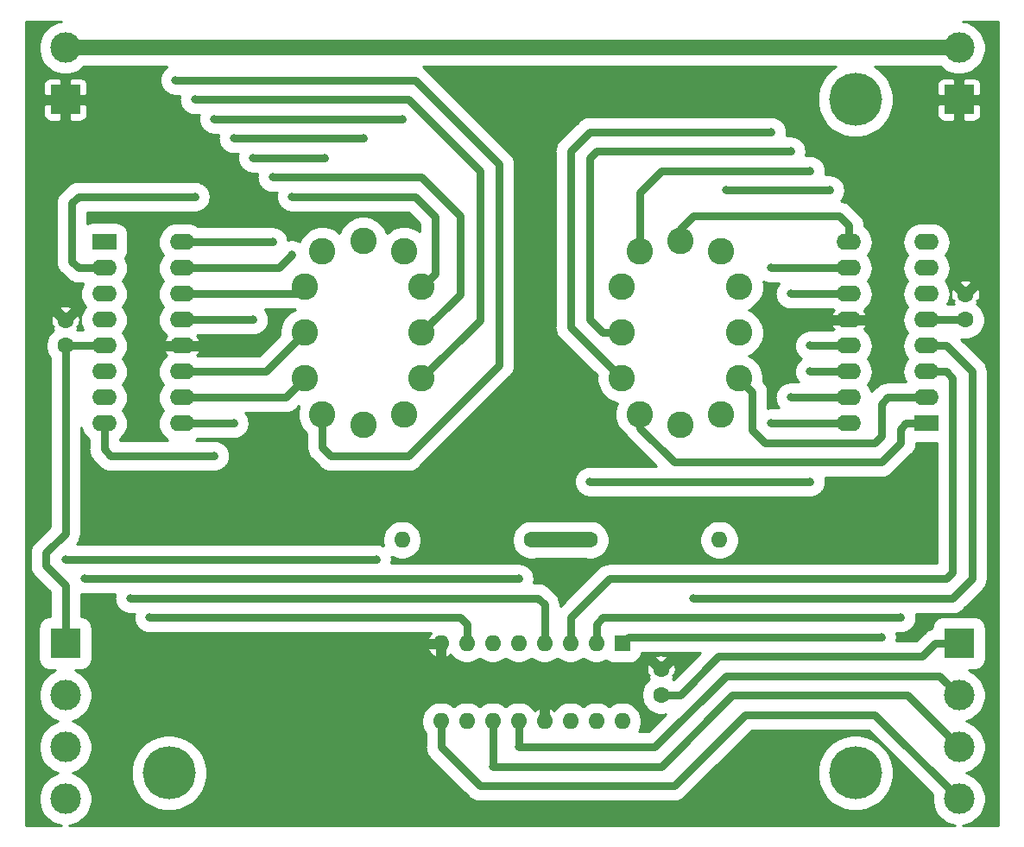
<source format=gbl>
G04 #@! TF.GenerationSoftware,KiCad,Pcbnew,5.1.10*
G04 #@! TF.CreationDate,2021-09-21T21:30:14+02:00*
G04 #@! TF.ProjectId,nixiev2,6e697869-6576-4322-9e6b-696361645f70,rev?*
G04 #@! TF.SameCoordinates,PX15cd0e0PY2455c20*
G04 #@! TF.FileFunction,Copper,L2,Bot*
G04 #@! TF.FilePolarity,Positive*
%FSLAX46Y46*%
G04 Gerber Fmt 4.6, Leading zero omitted, Abs format (unit mm)*
G04 Created by KiCad (PCBNEW 5.1.10) date 2021-09-21 21:30:14*
%MOMM*%
%LPD*%
G01*
G04 APERTURE LIST*
G04 #@! TA.AperFunction,ComponentPad*
%ADD10C,5.200000*%
G04 #@! TD*
G04 #@! TA.AperFunction,ComponentPad*
%ADD11C,3.000000*%
G04 #@! TD*
G04 #@! TA.AperFunction,ComponentPad*
%ADD12R,3.000000X3.000000*%
G04 #@! TD*
G04 #@! TA.AperFunction,ComponentPad*
%ADD13R,2.400000X1.600000*%
G04 #@! TD*
G04 #@! TA.AperFunction,ComponentPad*
%ADD14O,2.400000X1.600000*%
G04 #@! TD*
G04 #@! TA.AperFunction,ComponentPad*
%ADD15C,2.600000*%
G04 #@! TD*
G04 #@! TA.AperFunction,ComponentPad*
%ADD16C,1.600000*%
G04 #@! TD*
G04 #@! TA.AperFunction,ComponentPad*
%ADD17O,1.600000X1.600000*%
G04 #@! TD*
G04 #@! TA.AperFunction,ComponentPad*
%ADD18R,1.600000X1.600000*%
G04 #@! TD*
G04 #@! TA.AperFunction,ViaPad*
%ADD19C,0.800000*%
G04 #@! TD*
G04 #@! TA.AperFunction,ViaPad*
%ADD20C,1.300000*%
G04 #@! TD*
G04 #@! TA.AperFunction,Conductor*
%ADD21C,0.800000*%
G04 #@! TD*
G04 #@! TA.AperFunction,Conductor*
%ADD22C,1.500000*%
G04 #@! TD*
G04 #@! TA.AperFunction,Conductor*
%ADD23C,0.254000*%
G04 #@! TD*
G04 #@! TA.AperFunction,Conductor*
%ADD24C,0.100000*%
G04 #@! TD*
G04 APERTURE END LIST*
D10*
X82550000Y-74930000D03*
D11*
X92710000Y-67310000D03*
X92710000Y-72390000D03*
D12*
X92710000Y-62230000D03*
D11*
X92710000Y-77470000D03*
D10*
X15240000Y-74930000D03*
D13*
X89535000Y-40640000D03*
D14*
X81915000Y-22860000D03*
X89535000Y-38100000D03*
X81915000Y-25400000D03*
X89535000Y-35560000D03*
X81915000Y-27940000D03*
X89535000Y-33020000D03*
X81915000Y-30480000D03*
X89535000Y-30480000D03*
X81915000Y-33020000D03*
X89535000Y-27940000D03*
X81915000Y-35560000D03*
X89535000Y-25400000D03*
X81915000Y-38100000D03*
X89535000Y-22860000D03*
X81915000Y-40640000D03*
D15*
X34290000Y-22750000D03*
X34290000Y-40750000D03*
X40040000Y-31750000D03*
X28540000Y-31750000D03*
X28540000Y-36250000D03*
X28540000Y-27250000D03*
X40040000Y-27250000D03*
X40015000Y-36250000D03*
X30290000Y-39750000D03*
X38290000Y-39750000D03*
X38290000Y-23750000D03*
X30290000Y-23750000D03*
D16*
X50800000Y-52070000D03*
D17*
X38100000Y-52070000D03*
D16*
X63500000Y-64770000D03*
X63500000Y-67270000D03*
D11*
X5080000Y-67310000D03*
X5080000Y-72390000D03*
D12*
X5080000Y-62230000D03*
D11*
X5080000Y-77470000D03*
D12*
X92710000Y-8890000D03*
D11*
X92710000Y-3810000D03*
D12*
X5080000Y-8890000D03*
D11*
X5080000Y-3810000D03*
D16*
X56515000Y-52070000D03*
D17*
X69215000Y-52070000D03*
D18*
X59690000Y-62230000D03*
D17*
X41910000Y-69850000D03*
X57150000Y-62230000D03*
X44450000Y-69850000D03*
X54610000Y-62230000D03*
X46990000Y-69850000D03*
X52070000Y-62230000D03*
X49530000Y-69850000D03*
X49530000Y-62230000D03*
X52070000Y-69850000D03*
X46990000Y-62230000D03*
X54610000Y-69850000D03*
X44450000Y-62230000D03*
X57150000Y-69850000D03*
X41910000Y-62230000D03*
X59690000Y-69850000D03*
D16*
X5080000Y-30520000D03*
X5080000Y-33020000D03*
X93345000Y-30480000D03*
X93345000Y-27980000D03*
D15*
X61405000Y-23750000D03*
X69405000Y-23750000D03*
X69405000Y-39750000D03*
X61405000Y-39750000D03*
X71130000Y-36250000D03*
X71155000Y-27250000D03*
X59655000Y-27250000D03*
X59655000Y-36250000D03*
X59655000Y-31750000D03*
X71155000Y-31750000D03*
X65405000Y-40750000D03*
X65405000Y-22750000D03*
D14*
X16510000Y-22860000D03*
X8890000Y-40640000D03*
X16510000Y-25400000D03*
X8890000Y-38100000D03*
X16510000Y-27940000D03*
X8890000Y-35560000D03*
X16510000Y-30480000D03*
X8890000Y-33020000D03*
X16510000Y-33020000D03*
X8890000Y-30480000D03*
X16510000Y-35560000D03*
X8890000Y-27940000D03*
X16510000Y-38100000D03*
X8890000Y-25400000D03*
X16510000Y-40640000D03*
D13*
X8890000Y-22860000D03*
D10*
X82550000Y-8890000D03*
D19*
X49530000Y-72390000D03*
X46990000Y-74294986D03*
D20*
X50800000Y-3810000D03*
D19*
X76200000Y-27940000D03*
X76200000Y-13970000D03*
X74295000Y-40640000D03*
X76200000Y-38100000D03*
X74295000Y-25400000D03*
X74295000Y-12065000D03*
X78105000Y-35560000D03*
X78105000Y-46355000D03*
X56515000Y-46355000D03*
X80010000Y-17780000D03*
X69849976Y-17780000D03*
X78105000Y-33020000D03*
X78105000Y-15875000D03*
X34290004Y-12700000D03*
X21590000Y-12700014D03*
X21589996Y-40640000D03*
X25399980Y-22860000D03*
X25400012Y-16510000D03*
X27305000Y-24130000D03*
X27305022Y-18415000D03*
X17780000Y-8890000D03*
X17780000Y-18415000D03*
X19685000Y-43815000D03*
X19685000Y-10795000D03*
X38100000Y-10795000D03*
X38290000Y-23750000D03*
X30480000Y-14605000D03*
X23494986Y-30480000D03*
X23494990Y-14605000D03*
X15875000Y-6985000D03*
X85090000Y-61595000D03*
X86995000Y-59690000D03*
X11430000Y-57785000D03*
X49530000Y-55880000D03*
X6985000Y-55880006D03*
X5080000Y-53975000D03*
X35560000Y-53975000D03*
X13335000Y-59690000D03*
X66674996Y-57785000D03*
D21*
X93345000Y-30480000D02*
X89535000Y-30480000D01*
X5080000Y-33020000D02*
X8890000Y-33020000D01*
X5080000Y-56515000D02*
X5080000Y-62230000D01*
X3175000Y-54610000D02*
X5080000Y-56515000D01*
X5080000Y-33020000D02*
X5080000Y-51435000D01*
X3175000Y-53340000D02*
X3175000Y-54610000D01*
X5080000Y-51435000D02*
X3175000Y-53340000D01*
X90410000Y-62230000D02*
X92710000Y-62230000D01*
X69135000Y-63500000D02*
X89140000Y-63500000D01*
X63500000Y-67270000D02*
X65365000Y-67270000D01*
X89140000Y-63500000D02*
X90410000Y-62230000D01*
X65365000Y-67270000D02*
X69135000Y-63500000D01*
X49530000Y-72390000D02*
X49530000Y-69850000D01*
X90805000Y-65405000D02*
X92710000Y-67310000D01*
X49530000Y-72390000D02*
X62865000Y-72390000D01*
X69850000Y-65405000D02*
X90805000Y-65405000D01*
X62865000Y-72390000D02*
X69850000Y-65405000D01*
X46990000Y-69850000D02*
X46990000Y-74294986D01*
X62374241Y-74294986D02*
X62374255Y-74295000D01*
X46990000Y-74294986D02*
X62374241Y-74294986D01*
X62374255Y-74295000D02*
X63500000Y-74295000D01*
X63500000Y-74295000D02*
X70485000Y-67310000D01*
X87630000Y-67310000D02*
X92710000Y-72390000D01*
X70485000Y-67310000D02*
X87630000Y-67310000D01*
D22*
X50800000Y-52070000D02*
X56515000Y-52070000D01*
X82724002Y-3810000D02*
X92710000Y-3810000D01*
X50800000Y-3810000D02*
X82724002Y-3810000D01*
X5080000Y-3810000D02*
X50800000Y-3810000D01*
D21*
X84455000Y-69215000D02*
X92710000Y-77470000D01*
X41910000Y-72390000D02*
X45720000Y-76200000D01*
X64770000Y-76200000D02*
X71755000Y-69215000D01*
X71755000Y-69215000D02*
X84455000Y-69215000D01*
X41910000Y-69850000D02*
X41910000Y-72390000D01*
X45720000Y-76200000D02*
X64770000Y-76200000D01*
X69215000Y-39940000D02*
X69405000Y-39750000D01*
X38100000Y-39940000D02*
X38290000Y-39750000D01*
X66675000Y-20320000D02*
X80975000Y-20320000D01*
X81915000Y-21260000D02*
X81915000Y-22860000D01*
X80975000Y-20320000D02*
X81915000Y-21260000D01*
X66675000Y-20320000D02*
X65405000Y-21590000D01*
X65405000Y-21590000D02*
X65405000Y-22750000D01*
X81915000Y-27940000D02*
X76200000Y-27940000D01*
X56515000Y-14605000D02*
X57150000Y-13970000D01*
X56515000Y-30480000D02*
X56515000Y-14605000D01*
X59655000Y-31750000D02*
X57785000Y-31750000D01*
X57150000Y-13970000D02*
X76200000Y-13970000D01*
X57785000Y-31750000D02*
X56515000Y-30480000D01*
X81915000Y-40640000D02*
X74295000Y-40640000D01*
X81915000Y-38100000D02*
X79915000Y-38100000D01*
X79915000Y-38100000D02*
X76200000Y-38100000D01*
X89535000Y-38100000D02*
X85725000Y-38100000D01*
X85725000Y-38100000D02*
X85090000Y-38735000D01*
X85090000Y-38735000D02*
X85090000Y-41910000D01*
X85090000Y-41910000D02*
X84455000Y-42545000D01*
X84455000Y-42545000D02*
X73660000Y-42545000D01*
X72429999Y-37549999D02*
X71130000Y-36250000D01*
X72429999Y-41314999D02*
X72429999Y-37549999D01*
X73660000Y-42545000D02*
X72429999Y-41314999D01*
X81915000Y-25400000D02*
X74295000Y-25400000D01*
X59600000Y-36195000D02*
X59655000Y-36250000D01*
X54610000Y-31205000D02*
X59655000Y-36250000D01*
X54610000Y-13970000D02*
X54610000Y-31205000D01*
X74295000Y-12065000D02*
X56515000Y-12065000D01*
X56515000Y-12065000D02*
X54610000Y-13970000D01*
X81915000Y-35560000D02*
X78105000Y-35560000D01*
X78105000Y-46355000D02*
X56515000Y-46355000D01*
X80010000Y-17780000D02*
X69849976Y-17780000D01*
X81915000Y-33020000D02*
X79915000Y-33020000D01*
X79915000Y-33020000D02*
X78105000Y-33020000D01*
X61405000Y-17970000D02*
X61405000Y-23750000D01*
X78105000Y-15875000D02*
X63500000Y-15875000D01*
X63500000Y-15875000D02*
X61405000Y-17970000D01*
X61405000Y-41085000D02*
X61405000Y-39750000D01*
X89535000Y-40640000D02*
X87535000Y-40640000D01*
X87535000Y-40640000D02*
X86995000Y-41180000D01*
X86995000Y-42545000D02*
X85090000Y-44450000D01*
X64770000Y-44450000D02*
X61405000Y-41085000D01*
X86995000Y-41180000D02*
X86995000Y-42545000D01*
X85090000Y-44450000D02*
X64770000Y-44450000D01*
X21590014Y-12700000D02*
X21590000Y-12700014D01*
X34290004Y-12700000D02*
X21590014Y-12700000D01*
X16510000Y-40640000D02*
X21589996Y-40640000D01*
X24730000Y-35560000D02*
X16510000Y-35560000D01*
X28540000Y-31750000D02*
X24730000Y-35560000D01*
X24130000Y-22860000D02*
X25399980Y-22860000D01*
X16510000Y-22860000D02*
X24130000Y-22860000D01*
X25400012Y-16510000D02*
X40005000Y-16510000D01*
X43815000Y-27975000D02*
X40040000Y-31750000D01*
X43815000Y-20320000D02*
X43815000Y-27975000D01*
X40005000Y-16510000D02*
X43815000Y-20320000D01*
X26035000Y-25400000D02*
X27305000Y-24130000D01*
X16510000Y-25400000D02*
X26035000Y-25400000D01*
X27305022Y-18415000D02*
X39370000Y-18415000D01*
X41339999Y-25950001D02*
X40040000Y-27250000D01*
X41339999Y-20384999D02*
X41339999Y-25950001D01*
X39370000Y-18415000D02*
X41339999Y-20384999D01*
X38735000Y-8890000D02*
X17780000Y-8890000D01*
X45720000Y-15875000D02*
X38735000Y-8890000D01*
X40015000Y-36250000D02*
X45720000Y-30545000D01*
X45720000Y-30545000D02*
X45720000Y-15875000D01*
X8890000Y-25400000D02*
X9290000Y-25400000D01*
X6350000Y-25400000D02*
X8890000Y-25400000D01*
X5715000Y-24765000D02*
X6350000Y-25400000D01*
X5715000Y-19050000D02*
X5715000Y-24765000D01*
X17780000Y-18415000D02*
X6350000Y-18415000D01*
X6350000Y-18415000D02*
X5715000Y-19050000D01*
X26690000Y-38100000D02*
X28540000Y-36250000D01*
X16510000Y-38100000D02*
X26690000Y-38100000D01*
X27850000Y-27940000D02*
X28540000Y-27250000D01*
X16510000Y-27940000D02*
X27850000Y-27940000D01*
X8890000Y-40640000D02*
X8890000Y-43180000D01*
X8890000Y-43180000D02*
X9525000Y-43815000D01*
X9525000Y-43815000D02*
X19685000Y-43815000D01*
X19685000Y-10795000D02*
X33799231Y-10795000D01*
X33799231Y-10795000D02*
X38100000Y-10795000D01*
X16510000Y-30480000D02*
X23494986Y-30480000D01*
X30480000Y-14605000D02*
X23494990Y-14605000D01*
X30290000Y-42990000D02*
X30290000Y-39750000D01*
X31115000Y-43815000D02*
X30290000Y-42990000D01*
X15875000Y-6985000D02*
X39370000Y-6985000D01*
X39370000Y-6985000D02*
X47625000Y-15240000D01*
X38735000Y-43815000D02*
X31115000Y-43815000D01*
X47625000Y-15240000D02*
X47625000Y-34925000D01*
X47625000Y-34925000D02*
X38735000Y-43815000D01*
X60325000Y-61595000D02*
X85090000Y-61595000D01*
X59690000Y-62230000D02*
X60325000Y-61595000D01*
X86429315Y-59690000D02*
X86995000Y-59690000D01*
X57785000Y-59690000D02*
X86429315Y-59690000D01*
X57150000Y-62230000D02*
X57150000Y-60325000D01*
X57150000Y-60325000D02*
X57785000Y-59690000D01*
X91440000Y-35560000D02*
X89535000Y-35560000D01*
X54610000Y-59690000D02*
X58420000Y-55880000D01*
X92075000Y-55245000D02*
X92075000Y-36195000D01*
X54610000Y-62230000D02*
X54610000Y-59690000D01*
X92075000Y-36195000D02*
X91440000Y-35560000D01*
X58420000Y-55880000D02*
X91440000Y-55880000D01*
X91440000Y-55880000D02*
X92075000Y-55245000D01*
X52070000Y-58420000D02*
X52070000Y-62230000D01*
X11430000Y-57785000D02*
X51435000Y-57785000D01*
X51435000Y-57785000D02*
X52070000Y-58420000D01*
X6985006Y-55880000D02*
X6985000Y-55880006D01*
X9524980Y-55880000D02*
X6985006Y-55880000D01*
X49530000Y-55880000D02*
X9524980Y-55880000D01*
X5080000Y-53975000D02*
X35560000Y-53975000D01*
X44450000Y-60325000D02*
X44450000Y-62230000D01*
X13335000Y-59690000D02*
X43815000Y-59690000D01*
X43815000Y-59690000D02*
X44450000Y-60325000D01*
X91440000Y-33020000D02*
X89535000Y-33020000D01*
X93980000Y-35560000D02*
X91440000Y-33020000D01*
X66674996Y-57785000D02*
X92075000Y-57785000D01*
X93980000Y-55880000D02*
X93980000Y-35560000D01*
X92075000Y-57785000D02*
X93980000Y-55880000D01*
D23*
X96588001Y-80078000D02*
X93064257Y-80078000D01*
X93476268Y-79996046D01*
X93954351Y-79798017D01*
X94384615Y-79510524D01*
X94750524Y-79144615D01*
X95038017Y-78714351D01*
X95236046Y-78236268D01*
X95337000Y-77728737D01*
X95337000Y-77211263D01*
X95236046Y-76703732D01*
X95038017Y-76225649D01*
X94750524Y-75795385D01*
X94384615Y-75429476D01*
X93954351Y-75141983D01*
X93476268Y-74943954D01*
X93406116Y-74930000D01*
X93476268Y-74916046D01*
X93954351Y-74718017D01*
X94384615Y-74430524D01*
X94750524Y-74064615D01*
X95038017Y-73634351D01*
X95236046Y-73156268D01*
X95337000Y-72648737D01*
X95337000Y-72131263D01*
X95236046Y-71623732D01*
X95038017Y-71145649D01*
X94750524Y-70715385D01*
X94384615Y-70349476D01*
X93954351Y-70061983D01*
X93476268Y-69863954D01*
X93406116Y-69850000D01*
X93476268Y-69836046D01*
X93954351Y-69638017D01*
X94384615Y-69350524D01*
X94750524Y-68984615D01*
X95038017Y-68554351D01*
X95236046Y-68076268D01*
X95337000Y-67568737D01*
X95337000Y-67051263D01*
X95236046Y-66543732D01*
X95038017Y-66065649D01*
X94750524Y-65635385D01*
X94384615Y-65269476D01*
X93954351Y-64981983D01*
X93665781Y-64862453D01*
X94210000Y-64862453D01*
X94430931Y-64840693D01*
X94643371Y-64776250D01*
X94839157Y-64671600D01*
X95010765Y-64530765D01*
X95151600Y-64359157D01*
X95256250Y-64163371D01*
X95320693Y-63950931D01*
X95342453Y-63730000D01*
X95342453Y-60730000D01*
X95320693Y-60509069D01*
X95256250Y-60296629D01*
X95151600Y-60100843D01*
X95010765Y-59929235D01*
X94839157Y-59788400D01*
X94643371Y-59683750D01*
X94430931Y-59619307D01*
X94210000Y-59597547D01*
X91210000Y-59597547D01*
X90989069Y-59619307D01*
X90776629Y-59683750D01*
X90580843Y-59788400D01*
X90409235Y-59929235D01*
X90268400Y-60100843D01*
X90163750Y-60296629D01*
X90099307Y-60509069D01*
X90077547Y-60730000D01*
X90077547Y-60735138D01*
X89822815Y-60812410D01*
X89557540Y-60954203D01*
X89325024Y-61145024D01*
X89277207Y-61203289D01*
X88507497Y-61973000D01*
X86571727Y-61973000D01*
X86573027Y-61966466D01*
X86594905Y-61894344D01*
X86602293Y-61819336D01*
X86617000Y-61745396D01*
X86617000Y-61670011D01*
X86624388Y-61595000D01*
X86617000Y-61519989D01*
X86617000Y-61444604D01*
X86602293Y-61370664D01*
X86594905Y-61295656D01*
X86573027Y-61223534D01*
X86571727Y-61217000D01*
X87145396Y-61217000D01*
X87219336Y-61202293D01*
X87294344Y-61194905D01*
X87366466Y-61173027D01*
X87440410Y-61158319D01*
X87510061Y-61129468D01*
X87582185Y-61107590D01*
X87648658Y-61072059D01*
X87718306Y-61043210D01*
X87780989Y-61001326D01*
X87847460Y-60965797D01*
X87905719Y-60917985D01*
X87968406Y-60876099D01*
X88021717Y-60822788D01*
X88079976Y-60774976D01*
X88127788Y-60716717D01*
X88181099Y-60663406D01*
X88222985Y-60600719D01*
X88270797Y-60542460D01*
X88306326Y-60475989D01*
X88348210Y-60413306D01*
X88377059Y-60343658D01*
X88412590Y-60277185D01*
X88434468Y-60205061D01*
X88463319Y-60135410D01*
X88478027Y-60061466D01*
X88499905Y-59989344D01*
X88507293Y-59914336D01*
X88522000Y-59840396D01*
X88522000Y-59765011D01*
X88529388Y-59690000D01*
X88522000Y-59614989D01*
X88522000Y-59539604D01*
X88507293Y-59465664D01*
X88499905Y-59390656D01*
X88478027Y-59318534D01*
X88476727Y-59312000D01*
X91999999Y-59312000D01*
X92075000Y-59319387D01*
X92150001Y-59312000D01*
X92150011Y-59312000D01*
X92374344Y-59289905D01*
X92662185Y-59202590D01*
X92927460Y-59060797D01*
X93159976Y-58869976D01*
X93207797Y-58811706D01*
X95006713Y-57012791D01*
X95064976Y-56964976D01*
X95255797Y-56732460D01*
X95397590Y-56467185D01*
X95443245Y-56316681D01*
X95484905Y-56179345D01*
X95492970Y-56097459D01*
X95507000Y-55955011D01*
X95507000Y-55955004D01*
X95514387Y-55880000D01*
X95507000Y-55804996D01*
X95507000Y-35635000D01*
X95514387Y-35559999D01*
X95507000Y-35484998D01*
X95507000Y-35484989D01*
X95484905Y-35260656D01*
X95397590Y-34972815D01*
X95255797Y-34707540D01*
X95064976Y-34475024D01*
X95006712Y-34427208D01*
X92944614Y-32365111D01*
X93155207Y-32407000D01*
X93534793Y-32407000D01*
X93907085Y-32332947D01*
X94257777Y-32187685D01*
X94573391Y-31976799D01*
X94841799Y-31708391D01*
X95052685Y-31392777D01*
X95197947Y-31042085D01*
X95272000Y-30669793D01*
X95272000Y-30290207D01*
X95197947Y-29917915D01*
X95052685Y-29567223D01*
X94841799Y-29251609D01*
X94573391Y-28983201D01*
X94457549Y-28905798D01*
X94627926Y-28735421D01*
X94476928Y-28584423D01*
X94691094Y-28496941D01*
X94766080Y-28224398D01*
X94786454Y-27942463D01*
X94751434Y-27661970D01*
X94691094Y-27463059D01*
X94476926Y-27375576D01*
X93872502Y-27980000D01*
X93886644Y-27994142D01*
X93359142Y-28521644D01*
X93345000Y-28507502D01*
X93330858Y-28521644D01*
X92803356Y-27994142D01*
X92817498Y-27980000D01*
X92213074Y-27375576D01*
X91998906Y-27463059D01*
X91923920Y-27735602D01*
X91903546Y-28017537D01*
X91938566Y-28298030D01*
X91998906Y-28496941D01*
X92213072Y-28584423D01*
X92062074Y-28735421D01*
X92232451Y-28905798D01*
X92161808Y-28953000D01*
X91578542Y-28953000D01*
X91723929Y-28680999D01*
X91834117Y-28317758D01*
X91871323Y-27940000D01*
X91834117Y-27562242D01*
X91723929Y-27199001D01*
X91544994Y-26864237D01*
X91531730Y-26848074D01*
X92740576Y-26848074D01*
X93345000Y-27452498D01*
X93949424Y-26848074D01*
X93861941Y-26633906D01*
X93589398Y-26558920D01*
X93307463Y-26538546D01*
X93026970Y-26573566D01*
X92828059Y-26633906D01*
X92740576Y-26848074D01*
X91531730Y-26848074D01*
X91385588Y-26670000D01*
X91544994Y-26475763D01*
X91723929Y-26140999D01*
X91834117Y-25777758D01*
X91871323Y-25400000D01*
X91834117Y-25022242D01*
X91723929Y-24659001D01*
X91544994Y-24324237D01*
X91385588Y-24130000D01*
X91544994Y-23935763D01*
X91723929Y-23600999D01*
X91834117Y-23237758D01*
X91871323Y-22860000D01*
X91834117Y-22482242D01*
X91723929Y-22119001D01*
X91544994Y-21784237D01*
X91304187Y-21490813D01*
X91010763Y-21250006D01*
X90675999Y-21071071D01*
X90312758Y-20960883D01*
X90029658Y-20933000D01*
X89040342Y-20933000D01*
X88757242Y-20960883D01*
X88394001Y-21071071D01*
X88059237Y-21250006D01*
X87765813Y-21490813D01*
X87525006Y-21784237D01*
X87346071Y-22119001D01*
X87235883Y-22482242D01*
X87198677Y-22860000D01*
X87235883Y-23237758D01*
X87346071Y-23600999D01*
X87525006Y-23935763D01*
X87684412Y-24130000D01*
X87525006Y-24324237D01*
X87346071Y-24659001D01*
X87235883Y-25022242D01*
X87198677Y-25400000D01*
X87235883Y-25777758D01*
X87346071Y-26140999D01*
X87525006Y-26475763D01*
X87684412Y-26670000D01*
X87525006Y-26864237D01*
X87346071Y-27199001D01*
X87235883Y-27562242D01*
X87198677Y-27940000D01*
X87235883Y-28317758D01*
X87346071Y-28680999D01*
X87525006Y-29015763D01*
X87684412Y-29210000D01*
X87525006Y-29404237D01*
X87346071Y-29739001D01*
X87235883Y-30102242D01*
X87198677Y-30480000D01*
X87235883Y-30857758D01*
X87346071Y-31220999D01*
X87525006Y-31555763D01*
X87684412Y-31750000D01*
X87525006Y-31944237D01*
X87346071Y-32279001D01*
X87235883Y-32642242D01*
X87198677Y-33020000D01*
X87235883Y-33397758D01*
X87346071Y-33760999D01*
X87525006Y-34095763D01*
X87684412Y-34290000D01*
X87525006Y-34484237D01*
X87346071Y-34819001D01*
X87235883Y-35182242D01*
X87198677Y-35560000D01*
X87235883Y-35937758D01*
X87346071Y-36300999D01*
X87491458Y-36573000D01*
X85800011Y-36573000D01*
X85725000Y-36565612D01*
X85425655Y-36595095D01*
X85261219Y-36644976D01*
X85137815Y-36682410D01*
X84872540Y-36824203D01*
X84640024Y-37015024D01*
X84592203Y-37073294D01*
X84151075Y-37514422D01*
X84103929Y-37359001D01*
X83924994Y-37024237D01*
X83765588Y-36830000D01*
X83924994Y-36635763D01*
X84103929Y-36300999D01*
X84214117Y-35937758D01*
X84251323Y-35560000D01*
X84214117Y-35182242D01*
X84103929Y-34819001D01*
X83924994Y-34484237D01*
X83765588Y-34290000D01*
X83924994Y-34095763D01*
X84103929Y-33760999D01*
X84214117Y-33397758D01*
X84251323Y-33020000D01*
X84214117Y-32642242D01*
X84103929Y-32279001D01*
X83924994Y-31944237D01*
X83684187Y-31650813D01*
X83398927Y-31416706D01*
X83462904Y-31347375D01*
X83610064Y-31106764D01*
X83625265Y-31065175D01*
X83535527Y-30853000D01*
X82288000Y-30853000D01*
X82288000Y-30873000D01*
X81542000Y-30873000D01*
X81542000Y-30853000D01*
X80294473Y-30853000D01*
X80204735Y-31065175D01*
X80219936Y-31106764D01*
X80367096Y-31347375D01*
X80431073Y-31416706D01*
X80338109Y-31493000D01*
X77954604Y-31493000D01*
X77880664Y-31507707D01*
X77805656Y-31515095D01*
X77733534Y-31536973D01*
X77659590Y-31551681D01*
X77589939Y-31580532D01*
X77517815Y-31602410D01*
X77451342Y-31637941D01*
X77381694Y-31666790D01*
X77319011Y-31708674D01*
X77252540Y-31744203D01*
X77194281Y-31792015D01*
X77131594Y-31833901D01*
X77078283Y-31887212D01*
X77020024Y-31935024D01*
X76972212Y-31993283D01*
X76918901Y-32046594D01*
X76877015Y-32109281D01*
X76829203Y-32167540D01*
X76793674Y-32234011D01*
X76751790Y-32296694D01*
X76722941Y-32366342D01*
X76687410Y-32432815D01*
X76665532Y-32504939D01*
X76636681Y-32574590D01*
X76621973Y-32648534D01*
X76600095Y-32720656D01*
X76592707Y-32795664D01*
X76578000Y-32869604D01*
X76578000Y-32944989D01*
X76570612Y-33020000D01*
X76578000Y-33095011D01*
X76578000Y-33170396D01*
X76592707Y-33244336D01*
X76600095Y-33319344D01*
X76621973Y-33391466D01*
X76636681Y-33465410D01*
X76665532Y-33535061D01*
X76687410Y-33607185D01*
X76722941Y-33673658D01*
X76751790Y-33743306D01*
X76793674Y-33805989D01*
X76829203Y-33872460D01*
X76877015Y-33930719D01*
X76918901Y-33993406D01*
X76972212Y-34046717D01*
X77020024Y-34104976D01*
X77078283Y-34152788D01*
X77131594Y-34206099D01*
X77194281Y-34247985D01*
X77245476Y-34290000D01*
X77194281Y-34332015D01*
X77131594Y-34373901D01*
X77078283Y-34427212D01*
X77020024Y-34475024D01*
X76972212Y-34533283D01*
X76918901Y-34586594D01*
X76877015Y-34649281D01*
X76829203Y-34707540D01*
X76793674Y-34774011D01*
X76751790Y-34836694D01*
X76722941Y-34906342D01*
X76687410Y-34972815D01*
X76665532Y-35044939D01*
X76636681Y-35114590D01*
X76621973Y-35188534D01*
X76600095Y-35260656D01*
X76592707Y-35335664D01*
X76578000Y-35409604D01*
X76578000Y-35484989D01*
X76570612Y-35560000D01*
X76578000Y-35635011D01*
X76578000Y-35710396D01*
X76592707Y-35784336D01*
X76600095Y-35859344D01*
X76621973Y-35931466D01*
X76636681Y-36005410D01*
X76665532Y-36075061D01*
X76687410Y-36147185D01*
X76722941Y-36213658D01*
X76751790Y-36283306D01*
X76793674Y-36345989D01*
X76829203Y-36412460D01*
X76877015Y-36470719D01*
X76918901Y-36533406D01*
X76958495Y-36573000D01*
X76049604Y-36573000D01*
X75975664Y-36587707D01*
X75900656Y-36595095D01*
X75828534Y-36616973D01*
X75754590Y-36631681D01*
X75684939Y-36660532D01*
X75612815Y-36682410D01*
X75546342Y-36717941D01*
X75476694Y-36746790D01*
X75414011Y-36788674D01*
X75347540Y-36824203D01*
X75289281Y-36872015D01*
X75226594Y-36913901D01*
X75173283Y-36967212D01*
X75115024Y-37015024D01*
X75067212Y-37073283D01*
X75013901Y-37126594D01*
X74972015Y-37189281D01*
X74924203Y-37247540D01*
X74888674Y-37314011D01*
X74846790Y-37376694D01*
X74817941Y-37446342D01*
X74782410Y-37512815D01*
X74760532Y-37584939D01*
X74731681Y-37654590D01*
X74716973Y-37728534D01*
X74695095Y-37800656D01*
X74687707Y-37875664D01*
X74673000Y-37949604D01*
X74673000Y-38024989D01*
X74665612Y-38100000D01*
X74673000Y-38175011D01*
X74673000Y-38250396D01*
X74687707Y-38324336D01*
X74695095Y-38399344D01*
X74716973Y-38471466D01*
X74731681Y-38545410D01*
X74760532Y-38615061D01*
X74782410Y-38687185D01*
X74817941Y-38753658D01*
X74846790Y-38823306D01*
X74888674Y-38885989D01*
X74924203Y-38952460D01*
X74972015Y-39010719D01*
X75013901Y-39073406D01*
X75053495Y-39113000D01*
X74144604Y-39113000D01*
X74070664Y-39127707D01*
X73995656Y-39135095D01*
X73956999Y-39146821D01*
X73956999Y-37624999D01*
X73964386Y-37549998D01*
X73956999Y-37474997D01*
X73956999Y-37474988D01*
X73934904Y-37250655D01*
X73847589Y-36962814D01*
X73705796Y-36697539D01*
X73552646Y-36510926D01*
X73557000Y-36489039D01*
X73557000Y-36010961D01*
X73463732Y-35542070D01*
X73280779Y-35100385D01*
X73015174Y-34702878D01*
X72677122Y-34364826D01*
X72279615Y-34099221D01*
X72052576Y-34005178D01*
X72304615Y-33900779D01*
X72702122Y-33635174D01*
X73040174Y-33297122D01*
X73305779Y-32899615D01*
X73488732Y-32457930D01*
X73582000Y-31989039D01*
X73582000Y-31510961D01*
X73488732Y-31042070D01*
X73305779Y-30600385D01*
X73040174Y-30202878D01*
X72702122Y-29864826D01*
X72304615Y-29599221D01*
X72065076Y-29500000D01*
X72304615Y-29400779D01*
X72702122Y-29135174D01*
X73040174Y-28797122D01*
X73305779Y-28399615D01*
X73488732Y-27957930D01*
X73582000Y-27489039D01*
X73582000Y-27010961D01*
X73524451Y-26721644D01*
X73571694Y-26753210D01*
X73641342Y-26782059D01*
X73707815Y-26817590D01*
X73779939Y-26839468D01*
X73849590Y-26868319D01*
X73923534Y-26883027D01*
X73995656Y-26904905D01*
X74070664Y-26912293D01*
X74144604Y-26927000D01*
X75053495Y-26927000D01*
X75013901Y-26966594D01*
X74972015Y-27029281D01*
X74924203Y-27087540D01*
X74888674Y-27154011D01*
X74846790Y-27216694D01*
X74817941Y-27286342D01*
X74782410Y-27352815D01*
X74760532Y-27424939D01*
X74731681Y-27494590D01*
X74716973Y-27568534D01*
X74695095Y-27640656D01*
X74687707Y-27715664D01*
X74673000Y-27789604D01*
X74673000Y-27864989D01*
X74665612Y-27940000D01*
X74673000Y-28015011D01*
X74673000Y-28090396D01*
X74687707Y-28164336D01*
X74695095Y-28239344D01*
X74716973Y-28311466D01*
X74731681Y-28385410D01*
X74760532Y-28455061D01*
X74782410Y-28527185D01*
X74817941Y-28593658D01*
X74846790Y-28663306D01*
X74888674Y-28725989D01*
X74924203Y-28792460D01*
X74972015Y-28850719D01*
X75013901Y-28913406D01*
X75067212Y-28966717D01*
X75115024Y-29024976D01*
X75173283Y-29072788D01*
X75226594Y-29126099D01*
X75289281Y-29167985D01*
X75347540Y-29215797D01*
X75414011Y-29251326D01*
X75476694Y-29293210D01*
X75546342Y-29322059D01*
X75612815Y-29357590D01*
X75684939Y-29379468D01*
X75754590Y-29408319D01*
X75828534Y-29423027D01*
X75900656Y-29444905D01*
X75975664Y-29452293D01*
X76049604Y-29467000D01*
X80338109Y-29467000D01*
X80431073Y-29543294D01*
X80367096Y-29612625D01*
X80219936Y-29853236D01*
X80204735Y-29894825D01*
X80294473Y-30107000D01*
X81542000Y-30107000D01*
X81542000Y-30087000D01*
X82288000Y-30087000D01*
X82288000Y-30107000D01*
X83535527Y-30107000D01*
X83625265Y-29894825D01*
X83610064Y-29853236D01*
X83462904Y-29612625D01*
X83398927Y-29543294D01*
X83684187Y-29309187D01*
X83924994Y-29015763D01*
X84103929Y-28680999D01*
X84214117Y-28317758D01*
X84251323Y-27940000D01*
X84214117Y-27562242D01*
X84103929Y-27199001D01*
X83924994Y-26864237D01*
X83765588Y-26670000D01*
X83924994Y-26475763D01*
X84103929Y-26140999D01*
X84214117Y-25777758D01*
X84251323Y-25400000D01*
X84214117Y-25022242D01*
X84103929Y-24659001D01*
X83924994Y-24324237D01*
X83765588Y-24130000D01*
X83924994Y-23935763D01*
X84103929Y-23600999D01*
X84214117Y-23237758D01*
X84251323Y-22860000D01*
X84214117Y-22482242D01*
X84103929Y-22119001D01*
X83924994Y-21784237D01*
X83684187Y-21490813D01*
X83445914Y-21295267D01*
X83449387Y-21260000D01*
X83442000Y-21184996D01*
X83442000Y-21184989D01*
X83419905Y-20960656D01*
X83416463Y-20949307D01*
X83332590Y-20672815D01*
X83190797Y-20407540D01*
X82999976Y-20175024D01*
X82941712Y-20127208D01*
X82107796Y-19293293D01*
X82059976Y-19235024D01*
X81827460Y-19044203D01*
X81562185Y-18902410D01*
X81274344Y-18815095D01*
X81146957Y-18802548D01*
X81196099Y-18753406D01*
X81237985Y-18690719D01*
X81285797Y-18632460D01*
X81321326Y-18565989D01*
X81363210Y-18503306D01*
X81392059Y-18433658D01*
X81427590Y-18367185D01*
X81449468Y-18295061D01*
X81478319Y-18225410D01*
X81493027Y-18151466D01*
X81514905Y-18079344D01*
X81522293Y-18004336D01*
X81537000Y-17930396D01*
X81537000Y-17855011D01*
X81544388Y-17780000D01*
X81537000Y-17704989D01*
X81537000Y-17629604D01*
X81522293Y-17555664D01*
X81514905Y-17480656D01*
X81493027Y-17408534D01*
X81478319Y-17334590D01*
X81449468Y-17264939D01*
X81427590Y-17192815D01*
X81392059Y-17126342D01*
X81363210Y-17056694D01*
X81321326Y-16994011D01*
X81285797Y-16927540D01*
X81237985Y-16869281D01*
X81196099Y-16806594D01*
X81142788Y-16753283D01*
X81094976Y-16695024D01*
X81036717Y-16647212D01*
X80983406Y-16593901D01*
X80920719Y-16552015D01*
X80862460Y-16504203D01*
X80795989Y-16468674D01*
X80733306Y-16426790D01*
X80663658Y-16397941D01*
X80597185Y-16362410D01*
X80525061Y-16340532D01*
X80455410Y-16311681D01*
X80381466Y-16296973D01*
X80309344Y-16275095D01*
X80234336Y-16267707D01*
X80160396Y-16253000D01*
X79586727Y-16253000D01*
X79588027Y-16246466D01*
X79609905Y-16174344D01*
X79617293Y-16099336D01*
X79632000Y-16025396D01*
X79632000Y-15950011D01*
X79639388Y-15875000D01*
X79632000Y-15799989D01*
X79632000Y-15724604D01*
X79617293Y-15650664D01*
X79609905Y-15575656D01*
X79588027Y-15503534D01*
X79573319Y-15429590D01*
X79544468Y-15359939D01*
X79522590Y-15287815D01*
X79487059Y-15221342D01*
X79458210Y-15151694D01*
X79416326Y-15089011D01*
X79380797Y-15022540D01*
X79332985Y-14964281D01*
X79291099Y-14901594D01*
X79237788Y-14848283D01*
X79189976Y-14790024D01*
X79131717Y-14742212D01*
X79078406Y-14688901D01*
X79015719Y-14647015D01*
X78957460Y-14599203D01*
X78890989Y-14563674D01*
X78828306Y-14521790D01*
X78758658Y-14492941D01*
X78692185Y-14457410D01*
X78620061Y-14435532D01*
X78550410Y-14406681D01*
X78476466Y-14391973D01*
X78404344Y-14370095D01*
X78329336Y-14362707D01*
X78255396Y-14348000D01*
X77681727Y-14348000D01*
X77683027Y-14341466D01*
X77704905Y-14269344D01*
X77712293Y-14194336D01*
X77727000Y-14120396D01*
X77727000Y-14045011D01*
X77734388Y-13970000D01*
X77727000Y-13894989D01*
X77727000Y-13819604D01*
X77712293Y-13745664D01*
X77704905Y-13670656D01*
X77683027Y-13598534D01*
X77668319Y-13524590D01*
X77639468Y-13454939D01*
X77617590Y-13382815D01*
X77582059Y-13316342D01*
X77553210Y-13246694D01*
X77511326Y-13184011D01*
X77475797Y-13117540D01*
X77427985Y-13059281D01*
X77386099Y-12996594D01*
X77332788Y-12943283D01*
X77284976Y-12885024D01*
X77226717Y-12837212D01*
X77173406Y-12783901D01*
X77110719Y-12742015D01*
X77052460Y-12694203D01*
X76985989Y-12658674D01*
X76923306Y-12616790D01*
X76853658Y-12587941D01*
X76787185Y-12552410D01*
X76715061Y-12530532D01*
X76645410Y-12501681D01*
X76571466Y-12486973D01*
X76499344Y-12465095D01*
X76424336Y-12457707D01*
X76350396Y-12443000D01*
X75776727Y-12443000D01*
X75778027Y-12436466D01*
X75799905Y-12364344D01*
X75807293Y-12289336D01*
X75822000Y-12215396D01*
X75822000Y-12140011D01*
X75829388Y-12065000D01*
X75822000Y-11989989D01*
X75822000Y-11914604D01*
X75807293Y-11840664D01*
X75799905Y-11765656D01*
X75778027Y-11693534D01*
X75763319Y-11619590D01*
X75734468Y-11549939D01*
X75712590Y-11477815D01*
X75677059Y-11411342D01*
X75648210Y-11341694D01*
X75606326Y-11279011D01*
X75570797Y-11212540D01*
X75522985Y-11154281D01*
X75481099Y-11091594D01*
X75427788Y-11038283D01*
X75379976Y-10980024D01*
X75321717Y-10932212D01*
X75268406Y-10878901D01*
X75205719Y-10837015D01*
X75147460Y-10789203D01*
X75080989Y-10753674D01*
X75018306Y-10711790D01*
X74948658Y-10682941D01*
X74882185Y-10647410D01*
X74810061Y-10625532D01*
X74740410Y-10596681D01*
X74666466Y-10581973D01*
X74594344Y-10560095D01*
X74519336Y-10552707D01*
X74445396Y-10538000D01*
X56590004Y-10538000D01*
X56515000Y-10530613D01*
X56439996Y-10538000D01*
X56439989Y-10538000D01*
X56242955Y-10557406D01*
X56215655Y-10560095D01*
X56095047Y-10596681D01*
X55927815Y-10647410D01*
X55662540Y-10789203D01*
X55430024Y-10980024D01*
X55382208Y-11038289D01*
X53583294Y-12837203D01*
X53525024Y-12885024D01*
X53334203Y-13117541D01*
X53192410Y-13382816D01*
X53105095Y-13670657D01*
X53083000Y-13894990D01*
X53083000Y-13894999D01*
X53075613Y-13970000D01*
X53083000Y-14045001D01*
X53083001Y-31129989D01*
X53075613Y-31205000D01*
X53083001Y-31280011D01*
X53105096Y-31504344D01*
X53192411Y-31792185D01*
X53334204Y-32057460D01*
X53525025Y-32289976D01*
X53583289Y-32337792D01*
X57232721Y-35987225D01*
X57228000Y-36010961D01*
X57228000Y-36489039D01*
X57321268Y-36957930D01*
X57504221Y-37399615D01*
X57769826Y-37797122D01*
X58107878Y-38135174D01*
X58505385Y-38400779D01*
X58947070Y-38583732D01*
X59237213Y-38641445D01*
X59071268Y-39042070D01*
X58978000Y-39510961D01*
X58978000Y-39989039D01*
X59071268Y-40457930D01*
X59254221Y-40899615D01*
X59519826Y-41297122D01*
X59857878Y-41635174D01*
X60028601Y-41749247D01*
X60129203Y-41937459D01*
X60320024Y-42169976D01*
X60378293Y-42217797D01*
X62988495Y-44828000D01*
X56364604Y-44828000D01*
X56290664Y-44842707D01*
X56215656Y-44850095D01*
X56143534Y-44871973D01*
X56069590Y-44886681D01*
X55999939Y-44915532D01*
X55927815Y-44937410D01*
X55861342Y-44972941D01*
X55791694Y-45001790D01*
X55729011Y-45043674D01*
X55662540Y-45079203D01*
X55604281Y-45127015D01*
X55541594Y-45168901D01*
X55488283Y-45222212D01*
X55430024Y-45270024D01*
X55382212Y-45328283D01*
X55328901Y-45381594D01*
X55287015Y-45444281D01*
X55239203Y-45502540D01*
X55203674Y-45569011D01*
X55161790Y-45631694D01*
X55132941Y-45701342D01*
X55097410Y-45767815D01*
X55075532Y-45839939D01*
X55046681Y-45909590D01*
X55031973Y-45983534D01*
X55010095Y-46055656D01*
X55002707Y-46130664D01*
X54988000Y-46204604D01*
X54988000Y-46279989D01*
X54980612Y-46355000D01*
X54988000Y-46430011D01*
X54988000Y-46505396D01*
X55002707Y-46579336D01*
X55010095Y-46654344D01*
X55031973Y-46726466D01*
X55046681Y-46800410D01*
X55075532Y-46870061D01*
X55097410Y-46942185D01*
X55132941Y-47008658D01*
X55161790Y-47078306D01*
X55203674Y-47140989D01*
X55239203Y-47207460D01*
X55287015Y-47265719D01*
X55328901Y-47328406D01*
X55382212Y-47381717D01*
X55430024Y-47439976D01*
X55488283Y-47487788D01*
X55541594Y-47541099D01*
X55604281Y-47582985D01*
X55662540Y-47630797D01*
X55729011Y-47666326D01*
X55791694Y-47708210D01*
X55861342Y-47737059D01*
X55927815Y-47772590D01*
X55999939Y-47794468D01*
X56069590Y-47823319D01*
X56143534Y-47838027D01*
X56215656Y-47859905D01*
X56290664Y-47867293D01*
X56364604Y-47882000D01*
X78255396Y-47882000D01*
X78329336Y-47867293D01*
X78404344Y-47859905D01*
X78476466Y-47838027D01*
X78550410Y-47823319D01*
X78620061Y-47794468D01*
X78692185Y-47772590D01*
X78758658Y-47737059D01*
X78828306Y-47708210D01*
X78890989Y-47666326D01*
X78957460Y-47630797D01*
X79015719Y-47582985D01*
X79078406Y-47541099D01*
X79131717Y-47487788D01*
X79189976Y-47439976D01*
X79237788Y-47381717D01*
X79291099Y-47328406D01*
X79332985Y-47265719D01*
X79380797Y-47207460D01*
X79416326Y-47140989D01*
X79458210Y-47078306D01*
X79487059Y-47008658D01*
X79522590Y-46942185D01*
X79544468Y-46870061D01*
X79573319Y-46800410D01*
X79588027Y-46726466D01*
X79609905Y-46654344D01*
X79617293Y-46579336D01*
X79632000Y-46505396D01*
X79632000Y-46430011D01*
X79639388Y-46355000D01*
X79632000Y-46279989D01*
X79632000Y-46204604D01*
X79617293Y-46130664D01*
X79609905Y-46055656D01*
X79588027Y-45983534D01*
X79586727Y-45977000D01*
X85014999Y-45977000D01*
X85090000Y-45984387D01*
X85165001Y-45977000D01*
X85165011Y-45977000D01*
X85389344Y-45954905D01*
X85677185Y-45867590D01*
X85942460Y-45725797D01*
X86174976Y-45534976D01*
X86222797Y-45476706D01*
X88021711Y-43677792D01*
X88079976Y-43629976D01*
X88270797Y-43397460D01*
X88412590Y-43132185D01*
X88488890Y-42880656D01*
X88499905Y-42844345D01*
X88510912Y-42732589D01*
X88522000Y-42620011D01*
X88522000Y-42620004D01*
X88526683Y-42572453D01*
X90548001Y-42572453D01*
X90548000Y-54353000D01*
X58495011Y-54353000D01*
X58420000Y-54345612D01*
X58120655Y-54375095D01*
X58000047Y-54411681D01*
X57832815Y-54462410D01*
X57567540Y-54604203D01*
X57567538Y-54604204D01*
X57567539Y-54604204D01*
X57393288Y-54747207D01*
X57393283Y-54747212D01*
X57335024Y-54795024D01*
X57287212Y-54853283D01*
X53597000Y-58543497D01*
X53597000Y-58495011D01*
X53604388Y-58420000D01*
X53574905Y-58120655D01*
X53487590Y-57832815D01*
X53462032Y-57785000D01*
X53345797Y-57567540D01*
X53154976Y-57335024D01*
X53096707Y-57287204D01*
X52567797Y-56758294D01*
X52519976Y-56700024D01*
X52287460Y-56509203D01*
X52022185Y-56367410D01*
X51734344Y-56280095D01*
X51510011Y-56258000D01*
X51510001Y-56258000D01*
X51435000Y-56250613D01*
X51359999Y-56258000D01*
X51011727Y-56258000D01*
X51013027Y-56251466D01*
X51034905Y-56179344D01*
X51042293Y-56104336D01*
X51057000Y-56030396D01*
X51057000Y-55955010D01*
X51064388Y-55880000D01*
X51057000Y-55804989D01*
X51057000Y-55729604D01*
X51042293Y-55655664D01*
X51034905Y-55580656D01*
X51013027Y-55508534D01*
X50998319Y-55434590D01*
X50969468Y-55364939D01*
X50947590Y-55292815D01*
X50912059Y-55226342D01*
X50883210Y-55156694D01*
X50841326Y-55094011D01*
X50805797Y-55027540D01*
X50757985Y-54969281D01*
X50716099Y-54906594D01*
X50662788Y-54853283D01*
X50614976Y-54795024D01*
X50556717Y-54747212D01*
X50503406Y-54693901D01*
X50440719Y-54652015D01*
X50382460Y-54604203D01*
X50315989Y-54568674D01*
X50253306Y-54526790D01*
X50183658Y-54497941D01*
X50117185Y-54462410D01*
X50045061Y-54440532D01*
X49975410Y-54411681D01*
X49901466Y-54396973D01*
X49829344Y-54375095D01*
X49754336Y-54367707D01*
X49680396Y-54353000D01*
X37041727Y-54353000D01*
X37043027Y-54346466D01*
X37064905Y-54274344D01*
X37072293Y-54199336D01*
X37087000Y-54125396D01*
X37087000Y-54050011D01*
X37094388Y-53975000D01*
X37087000Y-53899989D01*
X37087000Y-53824604D01*
X37072293Y-53750664D01*
X37067045Y-53697385D01*
X37187223Y-53777685D01*
X37537915Y-53922947D01*
X37910207Y-53997000D01*
X38289793Y-53997000D01*
X38662085Y-53922947D01*
X39012777Y-53777685D01*
X39328391Y-53566799D01*
X39596799Y-53298391D01*
X39807685Y-52982777D01*
X39952947Y-52632085D01*
X40027000Y-52259793D01*
X40027000Y-51880207D01*
X48873000Y-51880207D01*
X48873000Y-52259793D01*
X48947053Y-52632085D01*
X49092315Y-52982777D01*
X49303201Y-53298391D01*
X49571609Y-53566799D01*
X49887223Y-53777685D01*
X50237915Y-53922947D01*
X50610207Y-53997000D01*
X50989793Y-53997000D01*
X51241162Y-53947000D01*
X56073838Y-53947000D01*
X56325207Y-53997000D01*
X56704793Y-53997000D01*
X57077085Y-53922947D01*
X57427777Y-53777685D01*
X57743391Y-53566799D01*
X58011799Y-53298391D01*
X58222685Y-52982777D01*
X58367947Y-52632085D01*
X58442000Y-52259793D01*
X58442000Y-51880207D01*
X67288000Y-51880207D01*
X67288000Y-52259793D01*
X67362053Y-52632085D01*
X67507315Y-52982777D01*
X67718201Y-53298391D01*
X67986609Y-53566799D01*
X68302223Y-53777685D01*
X68652915Y-53922947D01*
X69025207Y-53997000D01*
X69404793Y-53997000D01*
X69777085Y-53922947D01*
X70127777Y-53777685D01*
X70443391Y-53566799D01*
X70711799Y-53298391D01*
X70922685Y-52982777D01*
X71067947Y-52632085D01*
X71142000Y-52259793D01*
X71142000Y-51880207D01*
X71067947Y-51507915D01*
X70922685Y-51157223D01*
X70711799Y-50841609D01*
X70443391Y-50573201D01*
X70127777Y-50362315D01*
X69777085Y-50217053D01*
X69404793Y-50143000D01*
X69025207Y-50143000D01*
X68652915Y-50217053D01*
X68302223Y-50362315D01*
X67986609Y-50573201D01*
X67718201Y-50841609D01*
X67507315Y-51157223D01*
X67362053Y-51507915D01*
X67288000Y-51880207D01*
X58442000Y-51880207D01*
X58367947Y-51507915D01*
X58222685Y-51157223D01*
X58011799Y-50841609D01*
X57743391Y-50573201D01*
X57427777Y-50362315D01*
X57077085Y-50217053D01*
X56704793Y-50143000D01*
X56325207Y-50143000D01*
X56073838Y-50193000D01*
X51241162Y-50193000D01*
X50989793Y-50143000D01*
X50610207Y-50143000D01*
X50237915Y-50217053D01*
X49887223Y-50362315D01*
X49571609Y-50573201D01*
X49303201Y-50841609D01*
X49092315Y-51157223D01*
X48947053Y-51507915D01*
X48873000Y-51880207D01*
X40027000Y-51880207D01*
X39952947Y-51507915D01*
X39807685Y-51157223D01*
X39596799Y-50841609D01*
X39328391Y-50573201D01*
X39012777Y-50362315D01*
X38662085Y-50217053D01*
X38289793Y-50143000D01*
X37910207Y-50143000D01*
X37537915Y-50217053D01*
X37187223Y-50362315D01*
X36871609Y-50573201D01*
X36603201Y-50841609D01*
X36392315Y-51157223D01*
X36247053Y-51507915D01*
X36173000Y-51880207D01*
X36173000Y-52259793D01*
X36241566Y-52604501D01*
X36213658Y-52592941D01*
X36147185Y-52557410D01*
X36075061Y-52535532D01*
X36005410Y-52506681D01*
X35931466Y-52491973D01*
X35859344Y-52470095D01*
X35784336Y-52462707D01*
X35710396Y-52448000D01*
X6224045Y-52448000D01*
X6355797Y-52287460D01*
X6497590Y-52022185D01*
X6584905Y-51734344D01*
X6607000Y-51510011D01*
X6607000Y-51510004D01*
X6614387Y-51435000D01*
X6607000Y-51359996D01*
X6607000Y-41070889D01*
X6701071Y-41380999D01*
X6880006Y-41715763D01*
X7120813Y-42009187D01*
X7363001Y-42207945D01*
X7363001Y-43104989D01*
X7355613Y-43180000D01*
X7363001Y-43255011D01*
X7385096Y-43479344D01*
X7472411Y-43767185D01*
X7614204Y-44032460D01*
X7805025Y-44264976D01*
X7863289Y-44312792D01*
X8392203Y-44841706D01*
X8440024Y-44899976D01*
X8672540Y-45090797D01*
X8937813Y-45232589D01*
X8937815Y-45232590D01*
X9225655Y-45319905D01*
X9525000Y-45349388D01*
X9600011Y-45342000D01*
X19835396Y-45342000D01*
X19909336Y-45327293D01*
X19984344Y-45319905D01*
X20056466Y-45298027D01*
X20130410Y-45283319D01*
X20200061Y-45254468D01*
X20272185Y-45232590D01*
X20338658Y-45197059D01*
X20408306Y-45168210D01*
X20470989Y-45126326D01*
X20537460Y-45090797D01*
X20595719Y-45042985D01*
X20658406Y-45001099D01*
X20711717Y-44947788D01*
X20769976Y-44899976D01*
X20817788Y-44841717D01*
X20871099Y-44788406D01*
X20912985Y-44725719D01*
X20960797Y-44667460D01*
X20996326Y-44600989D01*
X21038210Y-44538306D01*
X21067059Y-44468658D01*
X21102590Y-44402185D01*
X21124468Y-44330061D01*
X21153319Y-44260410D01*
X21168027Y-44186466D01*
X21189905Y-44114344D01*
X21197293Y-44039336D01*
X21212000Y-43965396D01*
X21212000Y-43890011D01*
X21219388Y-43815000D01*
X21212000Y-43739989D01*
X21212000Y-43664604D01*
X21197293Y-43590664D01*
X21189905Y-43515656D01*
X21168027Y-43443534D01*
X21153319Y-43369590D01*
X21124468Y-43299939D01*
X21102590Y-43227815D01*
X21067059Y-43161342D01*
X21038210Y-43091694D01*
X20996326Y-43029011D01*
X20960797Y-42962540D01*
X20912985Y-42904281D01*
X20871099Y-42841594D01*
X20817788Y-42788283D01*
X20769976Y-42730024D01*
X20711717Y-42682212D01*
X20658406Y-42628901D01*
X20595719Y-42587015D01*
X20537460Y-42539203D01*
X20470989Y-42503674D01*
X20408306Y-42461790D01*
X20338658Y-42432941D01*
X20272185Y-42397410D01*
X20200061Y-42375532D01*
X20130410Y-42346681D01*
X20056466Y-42331973D01*
X19984344Y-42310095D01*
X19909336Y-42302707D01*
X19835396Y-42288000D01*
X17914659Y-42288000D01*
X17985763Y-42249994D01*
X18086891Y-42167000D01*
X21740392Y-42167000D01*
X21814332Y-42152293D01*
X21889340Y-42144905D01*
X21961462Y-42123027D01*
X22035406Y-42108319D01*
X22105057Y-42079468D01*
X22177181Y-42057590D01*
X22243654Y-42022059D01*
X22313302Y-41993210D01*
X22375985Y-41951326D01*
X22442456Y-41915797D01*
X22500715Y-41867985D01*
X22563402Y-41826099D01*
X22616713Y-41772788D01*
X22674972Y-41724976D01*
X22722784Y-41666717D01*
X22776095Y-41613406D01*
X22817981Y-41550719D01*
X22865793Y-41492460D01*
X22901322Y-41425989D01*
X22943206Y-41363306D01*
X22972055Y-41293658D01*
X23007586Y-41227185D01*
X23029464Y-41155061D01*
X23058315Y-41085410D01*
X23073023Y-41011466D01*
X23094901Y-40939344D01*
X23102289Y-40864336D01*
X23116996Y-40790396D01*
X23116996Y-40715011D01*
X23124384Y-40640000D01*
X23116996Y-40564989D01*
X23116996Y-40489604D01*
X23102289Y-40415664D01*
X23094901Y-40340656D01*
X23073023Y-40268534D01*
X23058315Y-40194590D01*
X23029464Y-40124939D01*
X23007586Y-40052815D01*
X22972055Y-39986342D01*
X22943206Y-39916694D01*
X22901322Y-39854011D01*
X22865793Y-39787540D01*
X22817981Y-39729281D01*
X22776095Y-39666594D01*
X22736501Y-39627000D01*
X26614999Y-39627000D01*
X26690000Y-39634387D01*
X26765001Y-39627000D01*
X26765011Y-39627000D01*
X26989344Y-39604905D01*
X27277185Y-39517590D01*
X27542460Y-39375797D01*
X27774976Y-39184976D01*
X27822797Y-39126706D01*
X27990800Y-38958703D01*
X27956268Y-39042070D01*
X27863000Y-39510961D01*
X27863000Y-39989039D01*
X27956268Y-40457930D01*
X28139221Y-40899615D01*
X28404826Y-41297122D01*
X28742878Y-41635174D01*
X28763000Y-41648619D01*
X28763000Y-42914999D01*
X28755613Y-42990000D01*
X28763000Y-43065001D01*
X28763000Y-43065010D01*
X28785095Y-43289343D01*
X28872410Y-43577184D01*
X29014203Y-43842459D01*
X29205024Y-44074976D01*
X29263294Y-44122797D01*
X29982203Y-44841706D01*
X30030024Y-44899976D01*
X30262540Y-45090797D01*
X30527815Y-45232590D01*
X30815656Y-45319905D01*
X31039989Y-45342000D01*
X31039998Y-45342000D01*
X31114999Y-45349387D01*
X31190000Y-45342000D01*
X38659999Y-45342000D01*
X38735000Y-45349387D01*
X38810001Y-45342000D01*
X38810011Y-45342000D01*
X39034344Y-45319905D01*
X39322185Y-45232590D01*
X39587460Y-45090797D01*
X39819976Y-44899976D01*
X39867797Y-44841706D01*
X48651712Y-36057792D01*
X48709976Y-36009976D01*
X48758659Y-35950656D01*
X48900797Y-35777461D01*
X49042590Y-35512185D01*
X49129905Y-35224345D01*
X49159388Y-34925000D01*
X49152000Y-34849989D01*
X49152000Y-15315001D01*
X49159387Y-15240000D01*
X49152000Y-15164999D01*
X49152000Y-15164989D01*
X49129905Y-14940656D01*
X49042590Y-14652815D01*
X48900797Y-14387540D01*
X48709976Y-14155024D01*
X48651713Y-14107209D01*
X40502797Y-5958294D01*
X40454976Y-5900024D01*
X40222460Y-5709203D01*
X40180921Y-5687000D01*
X80635206Y-5687000D01*
X80174176Y-5995050D01*
X79655050Y-6514176D01*
X79247176Y-7124604D01*
X78966227Y-7802874D01*
X78823000Y-8522923D01*
X78823000Y-9257077D01*
X78966227Y-9977126D01*
X79247176Y-10655396D01*
X79655050Y-11265824D01*
X80174176Y-11784950D01*
X80784604Y-12192824D01*
X81462874Y-12473773D01*
X82182923Y-12617000D01*
X82917077Y-12617000D01*
X83637126Y-12473773D01*
X84315396Y-12192824D01*
X84925824Y-11784950D01*
X85444950Y-11265824D01*
X85852824Y-10655396D01*
X85962754Y-10390000D01*
X90571928Y-10390000D01*
X90584188Y-10514482D01*
X90620498Y-10634180D01*
X90679463Y-10744494D01*
X90758815Y-10841185D01*
X90855506Y-10920537D01*
X90965820Y-10979502D01*
X91085518Y-11015812D01*
X91210000Y-11028072D01*
X92178250Y-11025000D01*
X92337000Y-10866250D01*
X92337000Y-9263000D01*
X93083000Y-9263000D01*
X93083000Y-10866250D01*
X93241750Y-11025000D01*
X94210000Y-11028072D01*
X94334482Y-11015812D01*
X94454180Y-10979502D01*
X94564494Y-10920537D01*
X94661185Y-10841185D01*
X94740537Y-10744494D01*
X94799502Y-10634180D01*
X94835812Y-10514482D01*
X94848072Y-10390000D01*
X94845000Y-9421750D01*
X94686250Y-9263000D01*
X93083000Y-9263000D01*
X92337000Y-9263000D01*
X90733750Y-9263000D01*
X90575000Y-9421750D01*
X90571928Y-10390000D01*
X85962754Y-10390000D01*
X86133773Y-9977126D01*
X86277000Y-9257077D01*
X86277000Y-8522923D01*
X86133773Y-7802874D01*
X85962755Y-7390000D01*
X90571928Y-7390000D01*
X90575000Y-8358250D01*
X90733750Y-8517000D01*
X92337000Y-8517000D01*
X92337000Y-6913750D01*
X93083000Y-6913750D01*
X93083000Y-8517000D01*
X94686250Y-8517000D01*
X94845000Y-8358250D01*
X94848072Y-7390000D01*
X94835812Y-7265518D01*
X94799502Y-7145820D01*
X94740537Y-7035506D01*
X94661185Y-6938815D01*
X94564494Y-6859463D01*
X94454180Y-6800498D01*
X94334482Y-6764188D01*
X94210000Y-6751928D01*
X93241750Y-6755000D01*
X93083000Y-6913750D01*
X92337000Y-6913750D01*
X92178250Y-6755000D01*
X91210000Y-6751928D01*
X91085518Y-6764188D01*
X90965820Y-6800498D01*
X90855506Y-6859463D01*
X90758815Y-6938815D01*
X90679463Y-7035506D01*
X90620498Y-7145820D01*
X90584188Y-7265518D01*
X90571928Y-7390000D01*
X85962755Y-7390000D01*
X85852824Y-7124604D01*
X85444950Y-6514176D01*
X84925824Y-5995050D01*
X84464794Y-5687000D01*
X90871861Y-5687000D01*
X91035385Y-5850524D01*
X91465649Y-6138017D01*
X91943732Y-6336046D01*
X92451263Y-6437000D01*
X92968737Y-6437000D01*
X93476268Y-6336046D01*
X93954351Y-6138017D01*
X94384615Y-5850524D01*
X94750524Y-5484615D01*
X95038017Y-5054351D01*
X95236046Y-4576268D01*
X95337000Y-4068737D01*
X95337000Y-3551263D01*
X95236046Y-3043732D01*
X95038017Y-2565649D01*
X94750524Y-2135385D01*
X94384615Y-1769476D01*
X93954351Y-1481983D01*
X93476268Y-1283954D01*
X93064257Y-1202000D01*
X96588000Y-1202000D01*
X96588001Y-80078000D01*
G04 #@! TA.AperFunction,Conductor*
D24*
G36*
X96588001Y-80078000D02*
G01*
X93064257Y-80078000D01*
X93476268Y-79996046D01*
X93954351Y-79798017D01*
X94384615Y-79510524D01*
X94750524Y-79144615D01*
X95038017Y-78714351D01*
X95236046Y-78236268D01*
X95337000Y-77728737D01*
X95337000Y-77211263D01*
X95236046Y-76703732D01*
X95038017Y-76225649D01*
X94750524Y-75795385D01*
X94384615Y-75429476D01*
X93954351Y-75141983D01*
X93476268Y-74943954D01*
X93406116Y-74930000D01*
X93476268Y-74916046D01*
X93954351Y-74718017D01*
X94384615Y-74430524D01*
X94750524Y-74064615D01*
X95038017Y-73634351D01*
X95236046Y-73156268D01*
X95337000Y-72648737D01*
X95337000Y-72131263D01*
X95236046Y-71623732D01*
X95038017Y-71145649D01*
X94750524Y-70715385D01*
X94384615Y-70349476D01*
X93954351Y-70061983D01*
X93476268Y-69863954D01*
X93406116Y-69850000D01*
X93476268Y-69836046D01*
X93954351Y-69638017D01*
X94384615Y-69350524D01*
X94750524Y-68984615D01*
X95038017Y-68554351D01*
X95236046Y-68076268D01*
X95337000Y-67568737D01*
X95337000Y-67051263D01*
X95236046Y-66543732D01*
X95038017Y-66065649D01*
X94750524Y-65635385D01*
X94384615Y-65269476D01*
X93954351Y-64981983D01*
X93665781Y-64862453D01*
X94210000Y-64862453D01*
X94430931Y-64840693D01*
X94643371Y-64776250D01*
X94839157Y-64671600D01*
X95010765Y-64530765D01*
X95151600Y-64359157D01*
X95256250Y-64163371D01*
X95320693Y-63950931D01*
X95342453Y-63730000D01*
X95342453Y-60730000D01*
X95320693Y-60509069D01*
X95256250Y-60296629D01*
X95151600Y-60100843D01*
X95010765Y-59929235D01*
X94839157Y-59788400D01*
X94643371Y-59683750D01*
X94430931Y-59619307D01*
X94210000Y-59597547D01*
X91210000Y-59597547D01*
X90989069Y-59619307D01*
X90776629Y-59683750D01*
X90580843Y-59788400D01*
X90409235Y-59929235D01*
X90268400Y-60100843D01*
X90163750Y-60296629D01*
X90099307Y-60509069D01*
X90077547Y-60730000D01*
X90077547Y-60735138D01*
X89822815Y-60812410D01*
X89557540Y-60954203D01*
X89325024Y-61145024D01*
X89277207Y-61203289D01*
X88507497Y-61973000D01*
X86571727Y-61973000D01*
X86573027Y-61966466D01*
X86594905Y-61894344D01*
X86602293Y-61819336D01*
X86617000Y-61745396D01*
X86617000Y-61670011D01*
X86624388Y-61595000D01*
X86617000Y-61519989D01*
X86617000Y-61444604D01*
X86602293Y-61370664D01*
X86594905Y-61295656D01*
X86573027Y-61223534D01*
X86571727Y-61217000D01*
X87145396Y-61217000D01*
X87219336Y-61202293D01*
X87294344Y-61194905D01*
X87366466Y-61173027D01*
X87440410Y-61158319D01*
X87510061Y-61129468D01*
X87582185Y-61107590D01*
X87648658Y-61072059D01*
X87718306Y-61043210D01*
X87780989Y-61001326D01*
X87847460Y-60965797D01*
X87905719Y-60917985D01*
X87968406Y-60876099D01*
X88021717Y-60822788D01*
X88079976Y-60774976D01*
X88127788Y-60716717D01*
X88181099Y-60663406D01*
X88222985Y-60600719D01*
X88270797Y-60542460D01*
X88306326Y-60475989D01*
X88348210Y-60413306D01*
X88377059Y-60343658D01*
X88412590Y-60277185D01*
X88434468Y-60205061D01*
X88463319Y-60135410D01*
X88478027Y-60061466D01*
X88499905Y-59989344D01*
X88507293Y-59914336D01*
X88522000Y-59840396D01*
X88522000Y-59765011D01*
X88529388Y-59690000D01*
X88522000Y-59614989D01*
X88522000Y-59539604D01*
X88507293Y-59465664D01*
X88499905Y-59390656D01*
X88478027Y-59318534D01*
X88476727Y-59312000D01*
X91999999Y-59312000D01*
X92075000Y-59319387D01*
X92150001Y-59312000D01*
X92150011Y-59312000D01*
X92374344Y-59289905D01*
X92662185Y-59202590D01*
X92927460Y-59060797D01*
X93159976Y-58869976D01*
X93207797Y-58811706D01*
X95006713Y-57012791D01*
X95064976Y-56964976D01*
X95255797Y-56732460D01*
X95397590Y-56467185D01*
X95443245Y-56316681D01*
X95484905Y-56179345D01*
X95492970Y-56097459D01*
X95507000Y-55955011D01*
X95507000Y-55955004D01*
X95514387Y-55880000D01*
X95507000Y-55804996D01*
X95507000Y-35635000D01*
X95514387Y-35559999D01*
X95507000Y-35484998D01*
X95507000Y-35484989D01*
X95484905Y-35260656D01*
X95397590Y-34972815D01*
X95255797Y-34707540D01*
X95064976Y-34475024D01*
X95006712Y-34427208D01*
X92944614Y-32365111D01*
X93155207Y-32407000D01*
X93534793Y-32407000D01*
X93907085Y-32332947D01*
X94257777Y-32187685D01*
X94573391Y-31976799D01*
X94841799Y-31708391D01*
X95052685Y-31392777D01*
X95197947Y-31042085D01*
X95272000Y-30669793D01*
X95272000Y-30290207D01*
X95197947Y-29917915D01*
X95052685Y-29567223D01*
X94841799Y-29251609D01*
X94573391Y-28983201D01*
X94457549Y-28905798D01*
X94627926Y-28735421D01*
X94476928Y-28584423D01*
X94691094Y-28496941D01*
X94766080Y-28224398D01*
X94786454Y-27942463D01*
X94751434Y-27661970D01*
X94691094Y-27463059D01*
X94476926Y-27375576D01*
X93872502Y-27980000D01*
X93886644Y-27994142D01*
X93359142Y-28521644D01*
X93345000Y-28507502D01*
X93330858Y-28521644D01*
X92803356Y-27994142D01*
X92817498Y-27980000D01*
X92213074Y-27375576D01*
X91998906Y-27463059D01*
X91923920Y-27735602D01*
X91903546Y-28017537D01*
X91938566Y-28298030D01*
X91998906Y-28496941D01*
X92213072Y-28584423D01*
X92062074Y-28735421D01*
X92232451Y-28905798D01*
X92161808Y-28953000D01*
X91578542Y-28953000D01*
X91723929Y-28680999D01*
X91834117Y-28317758D01*
X91871323Y-27940000D01*
X91834117Y-27562242D01*
X91723929Y-27199001D01*
X91544994Y-26864237D01*
X91531730Y-26848074D01*
X92740576Y-26848074D01*
X93345000Y-27452498D01*
X93949424Y-26848074D01*
X93861941Y-26633906D01*
X93589398Y-26558920D01*
X93307463Y-26538546D01*
X93026970Y-26573566D01*
X92828059Y-26633906D01*
X92740576Y-26848074D01*
X91531730Y-26848074D01*
X91385588Y-26670000D01*
X91544994Y-26475763D01*
X91723929Y-26140999D01*
X91834117Y-25777758D01*
X91871323Y-25400000D01*
X91834117Y-25022242D01*
X91723929Y-24659001D01*
X91544994Y-24324237D01*
X91385588Y-24130000D01*
X91544994Y-23935763D01*
X91723929Y-23600999D01*
X91834117Y-23237758D01*
X91871323Y-22860000D01*
X91834117Y-22482242D01*
X91723929Y-22119001D01*
X91544994Y-21784237D01*
X91304187Y-21490813D01*
X91010763Y-21250006D01*
X90675999Y-21071071D01*
X90312758Y-20960883D01*
X90029658Y-20933000D01*
X89040342Y-20933000D01*
X88757242Y-20960883D01*
X88394001Y-21071071D01*
X88059237Y-21250006D01*
X87765813Y-21490813D01*
X87525006Y-21784237D01*
X87346071Y-22119001D01*
X87235883Y-22482242D01*
X87198677Y-22860000D01*
X87235883Y-23237758D01*
X87346071Y-23600999D01*
X87525006Y-23935763D01*
X87684412Y-24130000D01*
X87525006Y-24324237D01*
X87346071Y-24659001D01*
X87235883Y-25022242D01*
X87198677Y-25400000D01*
X87235883Y-25777758D01*
X87346071Y-26140999D01*
X87525006Y-26475763D01*
X87684412Y-26670000D01*
X87525006Y-26864237D01*
X87346071Y-27199001D01*
X87235883Y-27562242D01*
X87198677Y-27940000D01*
X87235883Y-28317758D01*
X87346071Y-28680999D01*
X87525006Y-29015763D01*
X87684412Y-29210000D01*
X87525006Y-29404237D01*
X87346071Y-29739001D01*
X87235883Y-30102242D01*
X87198677Y-30480000D01*
X87235883Y-30857758D01*
X87346071Y-31220999D01*
X87525006Y-31555763D01*
X87684412Y-31750000D01*
X87525006Y-31944237D01*
X87346071Y-32279001D01*
X87235883Y-32642242D01*
X87198677Y-33020000D01*
X87235883Y-33397758D01*
X87346071Y-33760999D01*
X87525006Y-34095763D01*
X87684412Y-34290000D01*
X87525006Y-34484237D01*
X87346071Y-34819001D01*
X87235883Y-35182242D01*
X87198677Y-35560000D01*
X87235883Y-35937758D01*
X87346071Y-36300999D01*
X87491458Y-36573000D01*
X85800011Y-36573000D01*
X85725000Y-36565612D01*
X85425655Y-36595095D01*
X85261219Y-36644976D01*
X85137815Y-36682410D01*
X84872540Y-36824203D01*
X84640024Y-37015024D01*
X84592203Y-37073294D01*
X84151075Y-37514422D01*
X84103929Y-37359001D01*
X83924994Y-37024237D01*
X83765588Y-36830000D01*
X83924994Y-36635763D01*
X84103929Y-36300999D01*
X84214117Y-35937758D01*
X84251323Y-35560000D01*
X84214117Y-35182242D01*
X84103929Y-34819001D01*
X83924994Y-34484237D01*
X83765588Y-34290000D01*
X83924994Y-34095763D01*
X84103929Y-33760999D01*
X84214117Y-33397758D01*
X84251323Y-33020000D01*
X84214117Y-32642242D01*
X84103929Y-32279001D01*
X83924994Y-31944237D01*
X83684187Y-31650813D01*
X83398927Y-31416706D01*
X83462904Y-31347375D01*
X83610064Y-31106764D01*
X83625265Y-31065175D01*
X83535527Y-30853000D01*
X82288000Y-30853000D01*
X82288000Y-30873000D01*
X81542000Y-30873000D01*
X81542000Y-30853000D01*
X80294473Y-30853000D01*
X80204735Y-31065175D01*
X80219936Y-31106764D01*
X80367096Y-31347375D01*
X80431073Y-31416706D01*
X80338109Y-31493000D01*
X77954604Y-31493000D01*
X77880664Y-31507707D01*
X77805656Y-31515095D01*
X77733534Y-31536973D01*
X77659590Y-31551681D01*
X77589939Y-31580532D01*
X77517815Y-31602410D01*
X77451342Y-31637941D01*
X77381694Y-31666790D01*
X77319011Y-31708674D01*
X77252540Y-31744203D01*
X77194281Y-31792015D01*
X77131594Y-31833901D01*
X77078283Y-31887212D01*
X77020024Y-31935024D01*
X76972212Y-31993283D01*
X76918901Y-32046594D01*
X76877015Y-32109281D01*
X76829203Y-32167540D01*
X76793674Y-32234011D01*
X76751790Y-32296694D01*
X76722941Y-32366342D01*
X76687410Y-32432815D01*
X76665532Y-32504939D01*
X76636681Y-32574590D01*
X76621973Y-32648534D01*
X76600095Y-32720656D01*
X76592707Y-32795664D01*
X76578000Y-32869604D01*
X76578000Y-32944989D01*
X76570612Y-33020000D01*
X76578000Y-33095011D01*
X76578000Y-33170396D01*
X76592707Y-33244336D01*
X76600095Y-33319344D01*
X76621973Y-33391466D01*
X76636681Y-33465410D01*
X76665532Y-33535061D01*
X76687410Y-33607185D01*
X76722941Y-33673658D01*
X76751790Y-33743306D01*
X76793674Y-33805989D01*
X76829203Y-33872460D01*
X76877015Y-33930719D01*
X76918901Y-33993406D01*
X76972212Y-34046717D01*
X77020024Y-34104976D01*
X77078283Y-34152788D01*
X77131594Y-34206099D01*
X77194281Y-34247985D01*
X77245476Y-34290000D01*
X77194281Y-34332015D01*
X77131594Y-34373901D01*
X77078283Y-34427212D01*
X77020024Y-34475024D01*
X76972212Y-34533283D01*
X76918901Y-34586594D01*
X76877015Y-34649281D01*
X76829203Y-34707540D01*
X76793674Y-34774011D01*
X76751790Y-34836694D01*
X76722941Y-34906342D01*
X76687410Y-34972815D01*
X76665532Y-35044939D01*
X76636681Y-35114590D01*
X76621973Y-35188534D01*
X76600095Y-35260656D01*
X76592707Y-35335664D01*
X76578000Y-35409604D01*
X76578000Y-35484989D01*
X76570612Y-35560000D01*
X76578000Y-35635011D01*
X76578000Y-35710396D01*
X76592707Y-35784336D01*
X76600095Y-35859344D01*
X76621973Y-35931466D01*
X76636681Y-36005410D01*
X76665532Y-36075061D01*
X76687410Y-36147185D01*
X76722941Y-36213658D01*
X76751790Y-36283306D01*
X76793674Y-36345989D01*
X76829203Y-36412460D01*
X76877015Y-36470719D01*
X76918901Y-36533406D01*
X76958495Y-36573000D01*
X76049604Y-36573000D01*
X75975664Y-36587707D01*
X75900656Y-36595095D01*
X75828534Y-36616973D01*
X75754590Y-36631681D01*
X75684939Y-36660532D01*
X75612815Y-36682410D01*
X75546342Y-36717941D01*
X75476694Y-36746790D01*
X75414011Y-36788674D01*
X75347540Y-36824203D01*
X75289281Y-36872015D01*
X75226594Y-36913901D01*
X75173283Y-36967212D01*
X75115024Y-37015024D01*
X75067212Y-37073283D01*
X75013901Y-37126594D01*
X74972015Y-37189281D01*
X74924203Y-37247540D01*
X74888674Y-37314011D01*
X74846790Y-37376694D01*
X74817941Y-37446342D01*
X74782410Y-37512815D01*
X74760532Y-37584939D01*
X74731681Y-37654590D01*
X74716973Y-37728534D01*
X74695095Y-37800656D01*
X74687707Y-37875664D01*
X74673000Y-37949604D01*
X74673000Y-38024989D01*
X74665612Y-38100000D01*
X74673000Y-38175011D01*
X74673000Y-38250396D01*
X74687707Y-38324336D01*
X74695095Y-38399344D01*
X74716973Y-38471466D01*
X74731681Y-38545410D01*
X74760532Y-38615061D01*
X74782410Y-38687185D01*
X74817941Y-38753658D01*
X74846790Y-38823306D01*
X74888674Y-38885989D01*
X74924203Y-38952460D01*
X74972015Y-39010719D01*
X75013901Y-39073406D01*
X75053495Y-39113000D01*
X74144604Y-39113000D01*
X74070664Y-39127707D01*
X73995656Y-39135095D01*
X73956999Y-39146821D01*
X73956999Y-37624999D01*
X73964386Y-37549998D01*
X73956999Y-37474997D01*
X73956999Y-37474988D01*
X73934904Y-37250655D01*
X73847589Y-36962814D01*
X73705796Y-36697539D01*
X73552646Y-36510926D01*
X73557000Y-36489039D01*
X73557000Y-36010961D01*
X73463732Y-35542070D01*
X73280779Y-35100385D01*
X73015174Y-34702878D01*
X72677122Y-34364826D01*
X72279615Y-34099221D01*
X72052576Y-34005178D01*
X72304615Y-33900779D01*
X72702122Y-33635174D01*
X73040174Y-33297122D01*
X73305779Y-32899615D01*
X73488732Y-32457930D01*
X73582000Y-31989039D01*
X73582000Y-31510961D01*
X73488732Y-31042070D01*
X73305779Y-30600385D01*
X73040174Y-30202878D01*
X72702122Y-29864826D01*
X72304615Y-29599221D01*
X72065076Y-29500000D01*
X72304615Y-29400779D01*
X72702122Y-29135174D01*
X73040174Y-28797122D01*
X73305779Y-28399615D01*
X73488732Y-27957930D01*
X73582000Y-27489039D01*
X73582000Y-27010961D01*
X73524451Y-26721644D01*
X73571694Y-26753210D01*
X73641342Y-26782059D01*
X73707815Y-26817590D01*
X73779939Y-26839468D01*
X73849590Y-26868319D01*
X73923534Y-26883027D01*
X73995656Y-26904905D01*
X74070664Y-26912293D01*
X74144604Y-26927000D01*
X75053495Y-26927000D01*
X75013901Y-26966594D01*
X74972015Y-27029281D01*
X74924203Y-27087540D01*
X74888674Y-27154011D01*
X74846790Y-27216694D01*
X74817941Y-27286342D01*
X74782410Y-27352815D01*
X74760532Y-27424939D01*
X74731681Y-27494590D01*
X74716973Y-27568534D01*
X74695095Y-27640656D01*
X74687707Y-27715664D01*
X74673000Y-27789604D01*
X74673000Y-27864989D01*
X74665612Y-27940000D01*
X74673000Y-28015011D01*
X74673000Y-28090396D01*
X74687707Y-28164336D01*
X74695095Y-28239344D01*
X74716973Y-28311466D01*
X74731681Y-28385410D01*
X74760532Y-28455061D01*
X74782410Y-28527185D01*
X74817941Y-28593658D01*
X74846790Y-28663306D01*
X74888674Y-28725989D01*
X74924203Y-28792460D01*
X74972015Y-28850719D01*
X75013901Y-28913406D01*
X75067212Y-28966717D01*
X75115024Y-29024976D01*
X75173283Y-29072788D01*
X75226594Y-29126099D01*
X75289281Y-29167985D01*
X75347540Y-29215797D01*
X75414011Y-29251326D01*
X75476694Y-29293210D01*
X75546342Y-29322059D01*
X75612815Y-29357590D01*
X75684939Y-29379468D01*
X75754590Y-29408319D01*
X75828534Y-29423027D01*
X75900656Y-29444905D01*
X75975664Y-29452293D01*
X76049604Y-29467000D01*
X80338109Y-29467000D01*
X80431073Y-29543294D01*
X80367096Y-29612625D01*
X80219936Y-29853236D01*
X80204735Y-29894825D01*
X80294473Y-30107000D01*
X81542000Y-30107000D01*
X81542000Y-30087000D01*
X82288000Y-30087000D01*
X82288000Y-30107000D01*
X83535527Y-30107000D01*
X83625265Y-29894825D01*
X83610064Y-29853236D01*
X83462904Y-29612625D01*
X83398927Y-29543294D01*
X83684187Y-29309187D01*
X83924994Y-29015763D01*
X84103929Y-28680999D01*
X84214117Y-28317758D01*
X84251323Y-27940000D01*
X84214117Y-27562242D01*
X84103929Y-27199001D01*
X83924994Y-26864237D01*
X83765588Y-26670000D01*
X83924994Y-26475763D01*
X84103929Y-26140999D01*
X84214117Y-25777758D01*
X84251323Y-25400000D01*
X84214117Y-25022242D01*
X84103929Y-24659001D01*
X83924994Y-24324237D01*
X83765588Y-24130000D01*
X83924994Y-23935763D01*
X84103929Y-23600999D01*
X84214117Y-23237758D01*
X84251323Y-22860000D01*
X84214117Y-22482242D01*
X84103929Y-22119001D01*
X83924994Y-21784237D01*
X83684187Y-21490813D01*
X83445914Y-21295267D01*
X83449387Y-21260000D01*
X83442000Y-21184996D01*
X83442000Y-21184989D01*
X83419905Y-20960656D01*
X83416463Y-20949307D01*
X83332590Y-20672815D01*
X83190797Y-20407540D01*
X82999976Y-20175024D01*
X82941712Y-20127208D01*
X82107796Y-19293293D01*
X82059976Y-19235024D01*
X81827460Y-19044203D01*
X81562185Y-18902410D01*
X81274344Y-18815095D01*
X81146957Y-18802548D01*
X81196099Y-18753406D01*
X81237985Y-18690719D01*
X81285797Y-18632460D01*
X81321326Y-18565989D01*
X81363210Y-18503306D01*
X81392059Y-18433658D01*
X81427590Y-18367185D01*
X81449468Y-18295061D01*
X81478319Y-18225410D01*
X81493027Y-18151466D01*
X81514905Y-18079344D01*
X81522293Y-18004336D01*
X81537000Y-17930396D01*
X81537000Y-17855011D01*
X81544388Y-17780000D01*
X81537000Y-17704989D01*
X81537000Y-17629604D01*
X81522293Y-17555664D01*
X81514905Y-17480656D01*
X81493027Y-17408534D01*
X81478319Y-17334590D01*
X81449468Y-17264939D01*
X81427590Y-17192815D01*
X81392059Y-17126342D01*
X81363210Y-17056694D01*
X81321326Y-16994011D01*
X81285797Y-16927540D01*
X81237985Y-16869281D01*
X81196099Y-16806594D01*
X81142788Y-16753283D01*
X81094976Y-16695024D01*
X81036717Y-16647212D01*
X80983406Y-16593901D01*
X80920719Y-16552015D01*
X80862460Y-16504203D01*
X80795989Y-16468674D01*
X80733306Y-16426790D01*
X80663658Y-16397941D01*
X80597185Y-16362410D01*
X80525061Y-16340532D01*
X80455410Y-16311681D01*
X80381466Y-16296973D01*
X80309344Y-16275095D01*
X80234336Y-16267707D01*
X80160396Y-16253000D01*
X79586727Y-16253000D01*
X79588027Y-16246466D01*
X79609905Y-16174344D01*
X79617293Y-16099336D01*
X79632000Y-16025396D01*
X79632000Y-15950011D01*
X79639388Y-15875000D01*
X79632000Y-15799989D01*
X79632000Y-15724604D01*
X79617293Y-15650664D01*
X79609905Y-15575656D01*
X79588027Y-15503534D01*
X79573319Y-15429590D01*
X79544468Y-15359939D01*
X79522590Y-15287815D01*
X79487059Y-15221342D01*
X79458210Y-15151694D01*
X79416326Y-15089011D01*
X79380797Y-15022540D01*
X79332985Y-14964281D01*
X79291099Y-14901594D01*
X79237788Y-14848283D01*
X79189976Y-14790024D01*
X79131717Y-14742212D01*
X79078406Y-14688901D01*
X79015719Y-14647015D01*
X78957460Y-14599203D01*
X78890989Y-14563674D01*
X78828306Y-14521790D01*
X78758658Y-14492941D01*
X78692185Y-14457410D01*
X78620061Y-14435532D01*
X78550410Y-14406681D01*
X78476466Y-14391973D01*
X78404344Y-14370095D01*
X78329336Y-14362707D01*
X78255396Y-14348000D01*
X77681727Y-14348000D01*
X77683027Y-14341466D01*
X77704905Y-14269344D01*
X77712293Y-14194336D01*
X77727000Y-14120396D01*
X77727000Y-14045011D01*
X77734388Y-13970000D01*
X77727000Y-13894989D01*
X77727000Y-13819604D01*
X77712293Y-13745664D01*
X77704905Y-13670656D01*
X77683027Y-13598534D01*
X77668319Y-13524590D01*
X77639468Y-13454939D01*
X77617590Y-13382815D01*
X77582059Y-13316342D01*
X77553210Y-13246694D01*
X77511326Y-13184011D01*
X77475797Y-13117540D01*
X77427985Y-13059281D01*
X77386099Y-12996594D01*
X77332788Y-12943283D01*
X77284976Y-12885024D01*
X77226717Y-12837212D01*
X77173406Y-12783901D01*
X77110719Y-12742015D01*
X77052460Y-12694203D01*
X76985989Y-12658674D01*
X76923306Y-12616790D01*
X76853658Y-12587941D01*
X76787185Y-12552410D01*
X76715061Y-12530532D01*
X76645410Y-12501681D01*
X76571466Y-12486973D01*
X76499344Y-12465095D01*
X76424336Y-12457707D01*
X76350396Y-12443000D01*
X75776727Y-12443000D01*
X75778027Y-12436466D01*
X75799905Y-12364344D01*
X75807293Y-12289336D01*
X75822000Y-12215396D01*
X75822000Y-12140011D01*
X75829388Y-12065000D01*
X75822000Y-11989989D01*
X75822000Y-11914604D01*
X75807293Y-11840664D01*
X75799905Y-11765656D01*
X75778027Y-11693534D01*
X75763319Y-11619590D01*
X75734468Y-11549939D01*
X75712590Y-11477815D01*
X75677059Y-11411342D01*
X75648210Y-11341694D01*
X75606326Y-11279011D01*
X75570797Y-11212540D01*
X75522985Y-11154281D01*
X75481099Y-11091594D01*
X75427788Y-11038283D01*
X75379976Y-10980024D01*
X75321717Y-10932212D01*
X75268406Y-10878901D01*
X75205719Y-10837015D01*
X75147460Y-10789203D01*
X75080989Y-10753674D01*
X75018306Y-10711790D01*
X74948658Y-10682941D01*
X74882185Y-10647410D01*
X74810061Y-10625532D01*
X74740410Y-10596681D01*
X74666466Y-10581973D01*
X74594344Y-10560095D01*
X74519336Y-10552707D01*
X74445396Y-10538000D01*
X56590004Y-10538000D01*
X56515000Y-10530613D01*
X56439996Y-10538000D01*
X56439989Y-10538000D01*
X56242955Y-10557406D01*
X56215655Y-10560095D01*
X56095047Y-10596681D01*
X55927815Y-10647410D01*
X55662540Y-10789203D01*
X55430024Y-10980024D01*
X55382208Y-11038289D01*
X53583294Y-12837203D01*
X53525024Y-12885024D01*
X53334203Y-13117541D01*
X53192410Y-13382816D01*
X53105095Y-13670657D01*
X53083000Y-13894990D01*
X53083000Y-13894999D01*
X53075613Y-13970000D01*
X53083000Y-14045001D01*
X53083001Y-31129989D01*
X53075613Y-31205000D01*
X53083001Y-31280011D01*
X53105096Y-31504344D01*
X53192411Y-31792185D01*
X53334204Y-32057460D01*
X53525025Y-32289976D01*
X53583289Y-32337792D01*
X57232721Y-35987225D01*
X57228000Y-36010961D01*
X57228000Y-36489039D01*
X57321268Y-36957930D01*
X57504221Y-37399615D01*
X57769826Y-37797122D01*
X58107878Y-38135174D01*
X58505385Y-38400779D01*
X58947070Y-38583732D01*
X59237213Y-38641445D01*
X59071268Y-39042070D01*
X58978000Y-39510961D01*
X58978000Y-39989039D01*
X59071268Y-40457930D01*
X59254221Y-40899615D01*
X59519826Y-41297122D01*
X59857878Y-41635174D01*
X60028601Y-41749247D01*
X60129203Y-41937459D01*
X60320024Y-42169976D01*
X60378293Y-42217797D01*
X62988495Y-44828000D01*
X56364604Y-44828000D01*
X56290664Y-44842707D01*
X56215656Y-44850095D01*
X56143534Y-44871973D01*
X56069590Y-44886681D01*
X55999939Y-44915532D01*
X55927815Y-44937410D01*
X55861342Y-44972941D01*
X55791694Y-45001790D01*
X55729011Y-45043674D01*
X55662540Y-45079203D01*
X55604281Y-45127015D01*
X55541594Y-45168901D01*
X55488283Y-45222212D01*
X55430024Y-45270024D01*
X55382212Y-45328283D01*
X55328901Y-45381594D01*
X55287015Y-45444281D01*
X55239203Y-45502540D01*
X55203674Y-45569011D01*
X55161790Y-45631694D01*
X55132941Y-45701342D01*
X55097410Y-45767815D01*
X55075532Y-45839939D01*
X55046681Y-45909590D01*
X55031973Y-45983534D01*
X55010095Y-46055656D01*
X55002707Y-46130664D01*
X54988000Y-46204604D01*
X54988000Y-46279989D01*
X54980612Y-46355000D01*
X54988000Y-46430011D01*
X54988000Y-46505396D01*
X55002707Y-46579336D01*
X55010095Y-46654344D01*
X55031973Y-46726466D01*
X55046681Y-46800410D01*
X55075532Y-46870061D01*
X55097410Y-46942185D01*
X55132941Y-47008658D01*
X55161790Y-47078306D01*
X55203674Y-47140989D01*
X55239203Y-47207460D01*
X55287015Y-47265719D01*
X55328901Y-47328406D01*
X55382212Y-47381717D01*
X55430024Y-47439976D01*
X55488283Y-47487788D01*
X55541594Y-47541099D01*
X55604281Y-47582985D01*
X55662540Y-47630797D01*
X55729011Y-47666326D01*
X55791694Y-47708210D01*
X55861342Y-47737059D01*
X55927815Y-47772590D01*
X55999939Y-47794468D01*
X56069590Y-47823319D01*
X56143534Y-47838027D01*
X56215656Y-47859905D01*
X56290664Y-47867293D01*
X56364604Y-47882000D01*
X78255396Y-47882000D01*
X78329336Y-47867293D01*
X78404344Y-47859905D01*
X78476466Y-47838027D01*
X78550410Y-47823319D01*
X78620061Y-47794468D01*
X78692185Y-47772590D01*
X78758658Y-47737059D01*
X78828306Y-47708210D01*
X78890989Y-47666326D01*
X78957460Y-47630797D01*
X79015719Y-47582985D01*
X79078406Y-47541099D01*
X79131717Y-47487788D01*
X79189976Y-47439976D01*
X79237788Y-47381717D01*
X79291099Y-47328406D01*
X79332985Y-47265719D01*
X79380797Y-47207460D01*
X79416326Y-47140989D01*
X79458210Y-47078306D01*
X79487059Y-47008658D01*
X79522590Y-46942185D01*
X79544468Y-46870061D01*
X79573319Y-46800410D01*
X79588027Y-46726466D01*
X79609905Y-46654344D01*
X79617293Y-46579336D01*
X79632000Y-46505396D01*
X79632000Y-46430011D01*
X79639388Y-46355000D01*
X79632000Y-46279989D01*
X79632000Y-46204604D01*
X79617293Y-46130664D01*
X79609905Y-46055656D01*
X79588027Y-45983534D01*
X79586727Y-45977000D01*
X85014999Y-45977000D01*
X85090000Y-45984387D01*
X85165001Y-45977000D01*
X85165011Y-45977000D01*
X85389344Y-45954905D01*
X85677185Y-45867590D01*
X85942460Y-45725797D01*
X86174976Y-45534976D01*
X86222797Y-45476706D01*
X88021711Y-43677792D01*
X88079976Y-43629976D01*
X88270797Y-43397460D01*
X88412590Y-43132185D01*
X88488890Y-42880656D01*
X88499905Y-42844345D01*
X88510912Y-42732589D01*
X88522000Y-42620011D01*
X88522000Y-42620004D01*
X88526683Y-42572453D01*
X90548001Y-42572453D01*
X90548000Y-54353000D01*
X58495011Y-54353000D01*
X58420000Y-54345612D01*
X58120655Y-54375095D01*
X58000047Y-54411681D01*
X57832815Y-54462410D01*
X57567540Y-54604203D01*
X57567538Y-54604204D01*
X57567539Y-54604204D01*
X57393288Y-54747207D01*
X57393283Y-54747212D01*
X57335024Y-54795024D01*
X57287212Y-54853283D01*
X53597000Y-58543497D01*
X53597000Y-58495011D01*
X53604388Y-58420000D01*
X53574905Y-58120655D01*
X53487590Y-57832815D01*
X53462032Y-57785000D01*
X53345797Y-57567540D01*
X53154976Y-57335024D01*
X53096707Y-57287204D01*
X52567797Y-56758294D01*
X52519976Y-56700024D01*
X52287460Y-56509203D01*
X52022185Y-56367410D01*
X51734344Y-56280095D01*
X51510011Y-56258000D01*
X51510001Y-56258000D01*
X51435000Y-56250613D01*
X51359999Y-56258000D01*
X51011727Y-56258000D01*
X51013027Y-56251466D01*
X51034905Y-56179344D01*
X51042293Y-56104336D01*
X51057000Y-56030396D01*
X51057000Y-55955010D01*
X51064388Y-55880000D01*
X51057000Y-55804989D01*
X51057000Y-55729604D01*
X51042293Y-55655664D01*
X51034905Y-55580656D01*
X51013027Y-55508534D01*
X50998319Y-55434590D01*
X50969468Y-55364939D01*
X50947590Y-55292815D01*
X50912059Y-55226342D01*
X50883210Y-55156694D01*
X50841326Y-55094011D01*
X50805797Y-55027540D01*
X50757985Y-54969281D01*
X50716099Y-54906594D01*
X50662788Y-54853283D01*
X50614976Y-54795024D01*
X50556717Y-54747212D01*
X50503406Y-54693901D01*
X50440719Y-54652015D01*
X50382460Y-54604203D01*
X50315989Y-54568674D01*
X50253306Y-54526790D01*
X50183658Y-54497941D01*
X50117185Y-54462410D01*
X50045061Y-54440532D01*
X49975410Y-54411681D01*
X49901466Y-54396973D01*
X49829344Y-54375095D01*
X49754336Y-54367707D01*
X49680396Y-54353000D01*
X37041727Y-54353000D01*
X37043027Y-54346466D01*
X37064905Y-54274344D01*
X37072293Y-54199336D01*
X37087000Y-54125396D01*
X37087000Y-54050011D01*
X37094388Y-53975000D01*
X37087000Y-53899989D01*
X37087000Y-53824604D01*
X37072293Y-53750664D01*
X37067045Y-53697385D01*
X37187223Y-53777685D01*
X37537915Y-53922947D01*
X37910207Y-53997000D01*
X38289793Y-53997000D01*
X38662085Y-53922947D01*
X39012777Y-53777685D01*
X39328391Y-53566799D01*
X39596799Y-53298391D01*
X39807685Y-52982777D01*
X39952947Y-52632085D01*
X40027000Y-52259793D01*
X40027000Y-51880207D01*
X48873000Y-51880207D01*
X48873000Y-52259793D01*
X48947053Y-52632085D01*
X49092315Y-52982777D01*
X49303201Y-53298391D01*
X49571609Y-53566799D01*
X49887223Y-53777685D01*
X50237915Y-53922947D01*
X50610207Y-53997000D01*
X50989793Y-53997000D01*
X51241162Y-53947000D01*
X56073838Y-53947000D01*
X56325207Y-53997000D01*
X56704793Y-53997000D01*
X57077085Y-53922947D01*
X57427777Y-53777685D01*
X57743391Y-53566799D01*
X58011799Y-53298391D01*
X58222685Y-52982777D01*
X58367947Y-52632085D01*
X58442000Y-52259793D01*
X58442000Y-51880207D01*
X67288000Y-51880207D01*
X67288000Y-52259793D01*
X67362053Y-52632085D01*
X67507315Y-52982777D01*
X67718201Y-53298391D01*
X67986609Y-53566799D01*
X68302223Y-53777685D01*
X68652915Y-53922947D01*
X69025207Y-53997000D01*
X69404793Y-53997000D01*
X69777085Y-53922947D01*
X70127777Y-53777685D01*
X70443391Y-53566799D01*
X70711799Y-53298391D01*
X70922685Y-52982777D01*
X71067947Y-52632085D01*
X71142000Y-52259793D01*
X71142000Y-51880207D01*
X71067947Y-51507915D01*
X70922685Y-51157223D01*
X70711799Y-50841609D01*
X70443391Y-50573201D01*
X70127777Y-50362315D01*
X69777085Y-50217053D01*
X69404793Y-50143000D01*
X69025207Y-50143000D01*
X68652915Y-50217053D01*
X68302223Y-50362315D01*
X67986609Y-50573201D01*
X67718201Y-50841609D01*
X67507315Y-51157223D01*
X67362053Y-51507915D01*
X67288000Y-51880207D01*
X58442000Y-51880207D01*
X58367947Y-51507915D01*
X58222685Y-51157223D01*
X58011799Y-50841609D01*
X57743391Y-50573201D01*
X57427777Y-50362315D01*
X57077085Y-50217053D01*
X56704793Y-50143000D01*
X56325207Y-50143000D01*
X56073838Y-50193000D01*
X51241162Y-50193000D01*
X50989793Y-50143000D01*
X50610207Y-50143000D01*
X50237915Y-50217053D01*
X49887223Y-50362315D01*
X49571609Y-50573201D01*
X49303201Y-50841609D01*
X49092315Y-51157223D01*
X48947053Y-51507915D01*
X48873000Y-51880207D01*
X40027000Y-51880207D01*
X39952947Y-51507915D01*
X39807685Y-51157223D01*
X39596799Y-50841609D01*
X39328391Y-50573201D01*
X39012777Y-50362315D01*
X38662085Y-50217053D01*
X38289793Y-50143000D01*
X37910207Y-50143000D01*
X37537915Y-50217053D01*
X37187223Y-50362315D01*
X36871609Y-50573201D01*
X36603201Y-50841609D01*
X36392315Y-51157223D01*
X36247053Y-51507915D01*
X36173000Y-51880207D01*
X36173000Y-52259793D01*
X36241566Y-52604501D01*
X36213658Y-52592941D01*
X36147185Y-52557410D01*
X36075061Y-52535532D01*
X36005410Y-52506681D01*
X35931466Y-52491973D01*
X35859344Y-52470095D01*
X35784336Y-52462707D01*
X35710396Y-52448000D01*
X6224045Y-52448000D01*
X6355797Y-52287460D01*
X6497590Y-52022185D01*
X6584905Y-51734344D01*
X6607000Y-51510011D01*
X6607000Y-51510004D01*
X6614387Y-51435000D01*
X6607000Y-51359996D01*
X6607000Y-41070889D01*
X6701071Y-41380999D01*
X6880006Y-41715763D01*
X7120813Y-42009187D01*
X7363001Y-42207945D01*
X7363001Y-43104989D01*
X7355613Y-43180000D01*
X7363001Y-43255011D01*
X7385096Y-43479344D01*
X7472411Y-43767185D01*
X7614204Y-44032460D01*
X7805025Y-44264976D01*
X7863289Y-44312792D01*
X8392203Y-44841706D01*
X8440024Y-44899976D01*
X8672540Y-45090797D01*
X8937813Y-45232589D01*
X8937815Y-45232590D01*
X9225655Y-45319905D01*
X9525000Y-45349388D01*
X9600011Y-45342000D01*
X19835396Y-45342000D01*
X19909336Y-45327293D01*
X19984344Y-45319905D01*
X20056466Y-45298027D01*
X20130410Y-45283319D01*
X20200061Y-45254468D01*
X20272185Y-45232590D01*
X20338658Y-45197059D01*
X20408306Y-45168210D01*
X20470989Y-45126326D01*
X20537460Y-45090797D01*
X20595719Y-45042985D01*
X20658406Y-45001099D01*
X20711717Y-44947788D01*
X20769976Y-44899976D01*
X20817788Y-44841717D01*
X20871099Y-44788406D01*
X20912985Y-44725719D01*
X20960797Y-44667460D01*
X20996326Y-44600989D01*
X21038210Y-44538306D01*
X21067059Y-44468658D01*
X21102590Y-44402185D01*
X21124468Y-44330061D01*
X21153319Y-44260410D01*
X21168027Y-44186466D01*
X21189905Y-44114344D01*
X21197293Y-44039336D01*
X21212000Y-43965396D01*
X21212000Y-43890011D01*
X21219388Y-43815000D01*
X21212000Y-43739989D01*
X21212000Y-43664604D01*
X21197293Y-43590664D01*
X21189905Y-43515656D01*
X21168027Y-43443534D01*
X21153319Y-43369590D01*
X21124468Y-43299939D01*
X21102590Y-43227815D01*
X21067059Y-43161342D01*
X21038210Y-43091694D01*
X20996326Y-43029011D01*
X20960797Y-42962540D01*
X20912985Y-42904281D01*
X20871099Y-42841594D01*
X20817788Y-42788283D01*
X20769976Y-42730024D01*
X20711717Y-42682212D01*
X20658406Y-42628901D01*
X20595719Y-42587015D01*
X20537460Y-42539203D01*
X20470989Y-42503674D01*
X20408306Y-42461790D01*
X20338658Y-42432941D01*
X20272185Y-42397410D01*
X20200061Y-42375532D01*
X20130410Y-42346681D01*
X20056466Y-42331973D01*
X19984344Y-42310095D01*
X19909336Y-42302707D01*
X19835396Y-42288000D01*
X17914659Y-42288000D01*
X17985763Y-42249994D01*
X18086891Y-42167000D01*
X21740392Y-42167000D01*
X21814332Y-42152293D01*
X21889340Y-42144905D01*
X21961462Y-42123027D01*
X22035406Y-42108319D01*
X22105057Y-42079468D01*
X22177181Y-42057590D01*
X22243654Y-42022059D01*
X22313302Y-41993210D01*
X22375985Y-41951326D01*
X22442456Y-41915797D01*
X22500715Y-41867985D01*
X22563402Y-41826099D01*
X22616713Y-41772788D01*
X22674972Y-41724976D01*
X22722784Y-41666717D01*
X22776095Y-41613406D01*
X22817981Y-41550719D01*
X22865793Y-41492460D01*
X22901322Y-41425989D01*
X22943206Y-41363306D01*
X22972055Y-41293658D01*
X23007586Y-41227185D01*
X23029464Y-41155061D01*
X23058315Y-41085410D01*
X23073023Y-41011466D01*
X23094901Y-40939344D01*
X23102289Y-40864336D01*
X23116996Y-40790396D01*
X23116996Y-40715011D01*
X23124384Y-40640000D01*
X23116996Y-40564989D01*
X23116996Y-40489604D01*
X23102289Y-40415664D01*
X23094901Y-40340656D01*
X23073023Y-40268534D01*
X23058315Y-40194590D01*
X23029464Y-40124939D01*
X23007586Y-40052815D01*
X22972055Y-39986342D01*
X22943206Y-39916694D01*
X22901322Y-39854011D01*
X22865793Y-39787540D01*
X22817981Y-39729281D01*
X22776095Y-39666594D01*
X22736501Y-39627000D01*
X26614999Y-39627000D01*
X26690000Y-39634387D01*
X26765001Y-39627000D01*
X26765011Y-39627000D01*
X26989344Y-39604905D01*
X27277185Y-39517590D01*
X27542460Y-39375797D01*
X27774976Y-39184976D01*
X27822797Y-39126706D01*
X27990800Y-38958703D01*
X27956268Y-39042070D01*
X27863000Y-39510961D01*
X27863000Y-39989039D01*
X27956268Y-40457930D01*
X28139221Y-40899615D01*
X28404826Y-41297122D01*
X28742878Y-41635174D01*
X28763000Y-41648619D01*
X28763000Y-42914999D01*
X28755613Y-42990000D01*
X28763000Y-43065001D01*
X28763000Y-43065010D01*
X28785095Y-43289343D01*
X28872410Y-43577184D01*
X29014203Y-43842459D01*
X29205024Y-44074976D01*
X29263294Y-44122797D01*
X29982203Y-44841706D01*
X30030024Y-44899976D01*
X30262540Y-45090797D01*
X30527815Y-45232590D01*
X30815656Y-45319905D01*
X31039989Y-45342000D01*
X31039998Y-45342000D01*
X31114999Y-45349387D01*
X31190000Y-45342000D01*
X38659999Y-45342000D01*
X38735000Y-45349387D01*
X38810001Y-45342000D01*
X38810011Y-45342000D01*
X39034344Y-45319905D01*
X39322185Y-45232590D01*
X39587460Y-45090797D01*
X39819976Y-44899976D01*
X39867797Y-44841706D01*
X48651712Y-36057792D01*
X48709976Y-36009976D01*
X48758659Y-35950656D01*
X48900797Y-35777461D01*
X49042590Y-35512185D01*
X49129905Y-35224345D01*
X49159388Y-34925000D01*
X49152000Y-34849989D01*
X49152000Y-15315001D01*
X49159387Y-15240000D01*
X49152000Y-15164999D01*
X49152000Y-15164989D01*
X49129905Y-14940656D01*
X49042590Y-14652815D01*
X48900797Y-14387540D01*
X48709976Y-14155024D01*
X48651713Y-14107209D01*
X40502797Y-5958294D01*
X40454976Y-5900024D01*
X40222460Y-5709203D01*
X40180921Y-5687000D01*
X80635206Y-5687000D01*
X80174176Y-5995050D01*
X79655050Y-6514176D01*
X79247176Y-7124604D01*
X78966227Y-7802874D01*
X78823000Y-8522923D01*
X78823000Y-9257077D01*
X78966227Y-9977126D01*
X79247176Y-10655396D01*
X79655050Y-11265824D01*
X80174176Y-11784950D01*
X80784604Y-12192824D01*
X81462874Y-12473773D01*
X82182923Y-12617000D01*
X82917077Y-12617000D01*
X83637126Y-12473773D01*
X84315396Y-12192824D01*
X84925824Y-11784950D01*
X85444950Y-11265824D01*
X85852824Y-10655396D01*
X85962754Y-10390000D01*
X90571928Y-10390000D01*
X90584188Y-10514482D01*
X90620498Y-10634180D01*
X90679463Y-10744494D01*
X90758815Y-10841185D01*
X90855506Y-10920537D01*
X90965820Y-10979502D01*
X91085518Y-11015812D01*
X91210000Y-11028072D01*
X92178250Y-11025000D01*
X92337000Y-10866250D01*
X92337000Y-9263000D01*
X93083000Y-9263000D01*
X93083000Y-10866250D01*
X93241750Y-11025000D01*
X94210000Y-11028072D01*
X94334482Y-11015812D01*
X94454180Y-10979502D01*
X94564494Y-10920537D01*
X94661185Y-10841185D01*
X94740537Y-10744494D01*
X94799502Y-10634180D01*
X94835812Y-10514482D01*
X94848072Y-10390000D01*
X94845000Y-9421750D01*
X94686250Y-9263000D01*
X93083000Y-9263000D01*
X92337000Y-9263000D01*
X90733750Y-9263000D01*
X90575000Y-9421750D01*
X90571928Y-10390000D01*
X85962754Y-10390000D01*
X86133773Y-9977126D01*
X86277000Y-9257077D01*
X86277000Y-8522923D01*
X86133773Y-7802874D01*
X85962755Y-7390000D01*
X90571928Y-7390000D01*
X90575000Y-8358250D01*
X90733750Y-8517000D01*
X92337000Y-8517000D01*
X92337000Y-6913750D01*
X93083000Y-6913750D01*
X93083000Y-8517000D01*
X94686250Y-8517000D01*
X94845000Y-8358250D01*
X94848072Y-7390000D01*
X94835812Y-7265518D01*
X94799502Y-7145820D01*
X94740537Y-7035506D01*
X94661185Y-6938815D01*
X94564494Y-6859463D01*
X94454180Y-6800498D01*
X94334482Y-6764188D01*
X94210000Y-6751928D01*
X93241750Y-6755000D01*
X93083000Y-6913750D01*
X92337000Y-6913750D01*
X92178250Y-6755000D01*
X91210000Y-6751928D01*
X91085518Y-6764188D01*
X90965820Y-6800498D01*
X90855506Y-6859463D01*
X90758815Y-6938815D01*
X90679463Y-7035506D01*
X90620498Y-7145820D01*
X90584188Y-7265518D01*
X90571928Y-7390000D01*
X85962755Y-7390000D01*
X85852824Y-7124604D01*
X85444950Y-6514176D01*
X84925824Y-5995050D01*
X84464794Y-5687000D01*
X90871861Y-5687000D01*
X91035385Y-5850524D01*
X91465649Y-6138017D01*
X91943732Y-6336046D01*
X92451263Y-6437000D01*
X92968737Y-6437000D01*
X93476268Y-6336046D01*
X93954351Y-6138017D01*
X94384615Y-5850524D01*
X94750524Y-5484615D01*
X95038017Y-5054351D01*
X95236046Y-4576268D01*
X95337000Y-4068737D01*
X95337000Y-3551263D01*
X95236046Y-3043732D01*
X95038017Y-2565649D01*
X94750524Y-2135385D01*
X94384615Y-1769476D01*
X93954351Y-1481983D01*
X93476268Y-1283954D01*
X93064257Y-1202000D01*
X96588000Y-1202000D01*
X96588001Y-80078000D01*
G37*
G04 #@! TD.AperFunction*
D23*
X6613543Y-57363035D02*
X6685656Y-57384910D01*
X6760654Y-57392297D01*
X6834604Y-57407006D01*
X6909999Y-57407006D01*
X6985000Y-57414393D01*
X7060001Y-57407006D01*
X7135396Y-57407006D01*
X7135426Y-57407000D01*
X9948273Y-57407000D01*
X9946973Y-57413534D01*
X9925095Y-57485656D01*
X9917707Y-57560664D01*
X9903000Y-57634604D01*
X9903000Y-57709989D01*
X9895612Y-57785000D01*
X9903000Y-57860011D01*
X9903000Y-57935396D01*
X9917707Y-58009336D01*
X9925095Y-58084344D01*
X9946973Y-58156466D01*
X9961681Y-58230410D01*
X9990532Y-58300061D01*
X10012410Y-58372185D01*
X10047941Y-58438658D01*
X10076790Y-58508306D01*
X10118674Y-58570989D01*
X10154203Y-58637460D01*
X10202015Y-58695719D01*
X10243901Y-58758406D01*
X10297212Y-58811717D01*
X10345024Y-58869976D01*
X10403283Y-58917788D01*
X10456594Y-58971099D01*
X10519281Y-59012985D01*
X10577540Y-59060797D01*
X10644011Y-59096326D01*
X10706694Y-59138210D01*
X10776342Y-59167059D01*
X10842815Y-59202590D01*
X10914939Y-59224468D01*
X10984590Y-59253319D01*
X11058534Y-59268027D01*
X11130656Y-59289905D01*
X11205664Y-59297293D01*
X11279604Y-59312000D01*
X11853273Y-59312000D01*
X11851973Y-59318534D01*
X11830095Y-59390656D01*
X11822707Y-59465664D01*
X11808000Y-59539604D01*
X11808000Y-59614989D01*
X11800612Y-59690000D01*
X11808000Y-59765011D01*
X11808000Y-59840396D01*
X11822707Y-59914336D01*
X11830095Y-59989344D01*
X11851973Y-60061466D01*
X11866681Y-60135410D01*
X11895532Y-60205061D01*
X11917410Y-60277185D01*
X11952941Y-60343658D01*
X11981790Y-60413306D01*
X12023674Y-60475989D01*
X12059203Y-60542460D01*
X12107015Y-60600719D01*
X12148901Y-60663406D01*
X12202212Y-60716717D01*
X12250024Y-60774976D01*
X12308283Y-60822788D01*
X12361594Y-60876099D01*
X12424281Y-60917985D01*
X12482540Y-60965797D01*
X12549011Y-61001326D01*
X12611694Y-61043210D01*
X12681342Y-61072059D01*
X12747815Y-61107590D01*
X12819939Y-61129468D01*
X12889590Y-61158319D01*
X12963534Y-61173027D01*
X13035656Y-61194905D01*
X13110664Y-61202293D01*
X13184604Y-61217000D01*
X40898192Y-61217000D01*
X40739059Y-61400444D01*
X40599720Y-61644823D01*
X40683060Y-61857000D01*
X41537000Y-61857000D01*
X41537000Y-61837000D01*
X42283000Y-61837000D01*
X42283000Y-61857000D01*
X42303000Y-61857000D01*
X42303000Y-62603000D01*
X42283000Y-62603000D01*
X42283000Y-63450527D01*
X42495175Y-63540265D01*
X42674351Y-63444510D01*
X42851882Y-63306757D01*
X42953201Y-63458391D01*
X43221609Y-63726799D01*
X43537223Y-63937685D01*
X43887915Y-64082947D01*
X44260207Y-64157000D01*
X44639793Y-64157000D01*
X45012085Y-64082947D01*
X45362777Y-63937685D01*
X45678391Y-63726799D01*
X45720000Y-63685190D01*
X45761609Y-63726799D01*
X46077223Y-63937685D01*
X46427915Y-64082947D01*
X46800207Y-64157000D01*
X47179793Y-64157000D01*
X47552085Y-64082947D01*
X47902777Y-63937685D01*
X48218391Y-63726799D01*
X48260000Y-63685190D01*
X48301609Y-63726799D01*
X48617223Y-63937685D01*
X48967915Y-64082947D01*
X49340207Y-64157000D01*
X49719793Y-64157000D01*
X50092085Y-64082947D01*
X50442777Y-63937685D01*
X50758391Y-63726799D01*
X50800000Y-63685190D01*
X50841609Y-63726799D01*
X51157223Y-63937685D01*
X51507915Y-64082947D01*
X51880207Y-64157000D01*
X52259793Y-64157000D01*
X52632085Y-64082947D01*
X52982777Y-63937685D01*
X53298391Y-63726799D01*
X53340000Y-63685190D01*
X53381609Y-63726799D01*
X53697223Y-63937685D01*
X54047915Y-64082947D01*
X54420207Y-64157000D01*
X54799793Y-64157000D01*
X55172085Y-64082947D01*
X55522777Y-63937685D01*
X55838391Y-63726799D01*
X55880000Y-63685190D01*
X55921609Y-63726799D01*
X56237223Y-63937685D01*
X56587915Y-64082947D01*
X56960207Y-64157000D01*
X57339793Y-64157000D01*
X57712085Y-64082947D01*
X58062777Y-63937685D01*
X58149175Y-63879956D01*
X58260843Y-63971600D01*
X58456629Y-64076250D01*
X58669069Y-64140693D01*
X58890000Y-64162453D01*
X60490000Y-64162453D01*
X60710931Y-64140693D01*
X60923371Y-64076250D01*
X61119157Y-63971600D01*
X61290765Y-63830765D01*
X61431600Y-63659157D01*
X61442869Y-63638074D01*
X62895576Y-63638074D01*
X63500000Y-64242498D01*
X64104424Y-63638074D01*
X64016941Y-63423906D01*
X63744398Y-63348920D01*
X63462463Y-63328546D01*
X63181970Y-63363566D01*
X62983059Y-63423906D01*
X62895576Y-63638074D01*
X61442869Y-63638074D01*
X61536250Y-63463371D01*
X61600693Y-63250931D01*
X61613392Y-63122000D01*
X67353496Y-63122000D01*
X64732497Y-65743000D01*
X64683192Y-65743000D01*
X64612549Y-65695798D01*
X64782926Y-65525421D01*
X64631928Y-65374423D01*
X64846094Y-65286941D01*
X64921080Y-65014398D01*
X64941454Y-64732463D01*
X64906434Y-64451970D01*
X64846094Y-64253059D01*
X64631926Y-64165576D01*
X64027502Y-64770000D01*
X64041644Y-64784142D01*
X63514142Y-65311644D01*
X63500000Y-65297502D01*
X63485858Y-65311644D01*
X62958356Y-64784142D01*
X62972498Y-64770000D01*
X62368074Y-64165576D01*
X62153906Y-64253059D01*
X62078920Y-64525602D01*
X62058546Y-64807537D01*
X62093566Y-65088030D01*
X62153906Y-65286941D01*
X62368072Y-65374423D01*
X62217074Y-65525421D01*
X62387451Y-65695798D01*
X62271609Y-65773201D01*
X62003201Y-66041609D01*
X61792315Y-66357223D01*
X61647053Y-66707915D01*
X61573000Y-67080207D01*
X61573000Y-67459793D01*
X61647053Y-67832085D01*
X61792315Y-68182777D01*
X62003201Y-68498391D01*
X62271609Y-68766799D01*
X62587223Y-68977685D01*
X62937915Y-69122947D01*
X63310207Y-69197000D01*
X63689793Y-69197000D01*
X63950318Y-69145179D01*
X62232497Y-70863000D01*
X61330718Y-70863000D01*
X61397685Y-70762777D01*
X61542947Y-70412085D01*
X61617000Y-70039793D01*
X61617000Y-69660207D01*
X61542947Y-69287915D01*
X61397685Y-68937223D01*
X61186799Y-68621609D01*
X60918391Y-68353201D01*
X60602777Y-68142315D01*
X60252085Y-67997053D01*
X59879793Y-67923000D01*
X59500207Y-67923000D01*
X59127915Y-67997053D01*
X58777223Y-68142315D01*
X58461609Y-68353201D01*
X58420000Y-68394810D01*
X58378391Y-68353201D01*
X58062777Y-68142315D01*
X57712085Y-67997053D01*
X57339793Y-67923000D01*
X56960207Y-67923000D01*
X56587915Y-67997053D01*
X56237223Y-68142315D01*
X55921609Y-68353201D01*
X55880000Y-68394810D01*
X55838391Y-68353201D01*
X55522777Y-68142315D01*
X55172085Y-67997053D01*
X54799793Y-67923000D01*
X54420207Y-67923000D01*
X54047915Y-67997053D01*
X53697223Y-68142315D01*
X53381609Y-68353201D01*
X53113201Y-68621609D01*
X53011882Y-68773243D01*
X52834351Y-68635490D01*
X52655175Y-68539735D01*
X52443000Y-68629473D01*
X52443000Y-69477000D01*
X52463000Y-69477000D01*
X52463000Y-70223000D01*
X52443000Y-70223000D01*
X52443000Y-70243000D01*
X51697000Y-70243000D01*
X51697000Y-70223000D01*
X51677000Y-70223000D01*
X51677000Y-69477000D01*
X51697000Y-69477000D01*
X51697000Y-68629473D01*
X51484825Y-68539735D01*
X51305649Y-68635490D01*
X51128118Y-68773243D01*
X51026799Y-68621609D01*
X50758391Y-68353201D01*
X50442777Y-68142315D01*
X50092085Y-67997053D01*
X49719793Y-67923000D01*
X49340207Y-67923000D01*
X48967915Y-67997053D01*
X48617223Y-68142315D01*
X48301609Y-68353201D01*
X48260000Y-68394810D01*
X48218391Y-68353201D01*
X47902777Y-68142315D01*
X47552085Y-67997053D01*
X47179793Y-67923000D01*
X46800207Y-67923000D01*
X46427915Y-67997053D01*
X46077223Y-68142315D01*
X45761609Y-68353201D01*
X45720000Y-68394810D01*
X45678391Y-68353201D01*
X45362777Y-68142315D01*
X45012085Y-67997053D01*
X44639793Y-67923000D01*
X44260207Y-67923000D01*
X43887915Y-67997053D01*
X43537223Y-68142315D01*
X43221609Y-68353201D01*
X43180000Y-68394810D01*
X43138391Y-68353201D01*
X42822777Y-68142315D01*
X42472085Y-67997053D01*
X42099793Y-67923000D01*
X41720207Y-67923000D01*
X41347915Y-67997053D01*
X40997223Y-68142315D01*
X40681609Y-68353201D01*
X40413201Y-68621609D01*
X40202315Y-68937223D01*
X40057053Y-69287915D01*
X39983000Y-69660207D01*
X39983000Y-70039793D01*
X40057053Y-70412085D01*
X40202315Y-70762777D01*
X40383000Y-71033193D01*
X40383001Y-72314989D01*
X40375613Y-72390000D01*
X40383001Y-72465010D01*
X40383001Y-72465011D01*
X40405096Y-72689344D01*
X40492411Y-72977185D01*
X40634204Y-73242460D01*
X40825025Y-73474976D01*
X40883289Y-73522792D01*
X44587212Y-77226717D01*
X44635024Y-77284976D01*
X44693283Y-77332788D01*
X44693288Y-77332793D01*
X44840073Y-77453255D01*
X44867540Y-77475797D01*
X45132813Y-77617589D01*
X45132815Y-77617590D01*
X45420655Y-77704905D01*
X45720000Y-77734388D01*
X45795011Y-77727000D01*
X64694999Y-77727000D01*
X64770000Y-77734387D01*
X64845001Y-77727000D01*
X64845011Y-77727000D01*
X65069344Y-77704905D01*
X65357185Y-77617590D01*
X65622460Y-77475797D01*
X65854976Y-77284976D01*
X65902797Y-77226706D01*
X68566580Y-74562923D01*
X78823000Y-74562923D01*
X78823000Y-75297077D01*
X78966227Y-76017126D01*
X79247176Y-76695396D01*
X79655050Y-77305824D01*
X80174176Y-77824950D01*
X80784604Y-78232824D01*
X81462874Y-78513773D01*
X82182923Y-78657000D01*
X82917077Y-78657000D01*
X83637126Y-78513773D01*
X84315396Y-78232824D01*
X84925824Y-77824950D01*
X85444950Y-77305824D01*
X85852824Y-76695396D01*
X86133773Y-76017126D01*
X86277000Y-75297077D01*
X86277000Y-74562923D01*
X86133773Y-73842874D01*
X85852824Y-73164604D01*
X85444950Y-72554176D01*
X84925824Y-72035050D01*
X84315396Y-71627176D01*
X83637126Y-71346227D01*
X82917077Y-71203000D01*
X82182923Y-71203000D01*
X81462874Y-71346227D01*
X80784604Y-71627176D01*
X80174176Y-72035050D01*
X79655050Y-72554176D01*
X79247176Y-73164604D01*
X78966227Y-73842874D01*
X78823000Y-74562923D01*
X68566580Y-74562923D01*
X72387505Y-70742000D01*
X83822497Y-70742000D01*
X90117635Y-77037139D01*
X90083000Y-77211263D01*
X90083000Y-77728737D01*
X90183954Y-78236268D01*
X90381983Y-78714351D01*
X90669476Y-79144615D01*
X91035385Y-79510524D01*
X91465649Y-79798017D01*
X91943732Y-79996046D01*
X92355743Y-80078000D01*
X5434257Y-80078000D01*
X5846268Y-79996046D01*
X6324351Y-79798017D01*
X6754615Y-79510524D01*
X7120524Y-79144615D01*
X7408017Y-78714351D01*
X7606046Y-78236268D01*
X7707000Y-77728737D01*
X7707000Y-77211263D01*
X7606046Y-76703732D01*
X7408017Y-76225649D01*
X7120524Y-75795385D01*
X6754615Y-75429476D01*
X6324351Y-75141983D01*
X5846268Y-74943954D01*
X5776116Y-74930000D01*
X5846268Y-74916046D01*
X6324351Y-74718017D01*
X6556465Y-74562923D01*
X11513000Y-74562923D01*
X11513000Y-75297077D01*
X11656227Y-76017126D01*
X11937176Y-76695396D01*
X12345050Y-77305824D01*
X12864176Y-77824950D01*
X13474604Y-78232824D01*
X14152874Y-78513773D01*
X14872923Y-78657000D01*
X15607077Y-78657000D01*
X16327126Y-78513773D01*
X17005396Y-78232824D01*
X17615824Y-77824950D01*
X18134950Y-77305824D01*
X18542824Y-76695396D01*
X18823773Y-76017126D01*
X18967000Y-75297077D01*
X18967000Y-74562923D01*
X18823773Y-73842874D01*
X18542824Y-73164604D01*
X18134950Y-72554176D01*
X17615824Y-72035050D01*
X17005396Y-71627176D01*
X16327126Y-71346227D01*
X15607077Y-71203000D01*
X14872923Y-71203000D01*
X14152874Y-71346227D01*
X13474604Y-71627176D01*
X12864176Y-72035050D01*
X12345050Y-72554176D01*
X11937176Y-73164604D01*
X11656227Y-73842874D01*
X11513000Y-74562923D01*
X6556465Y-74562923D01*
X6754615Y-74430524D01*
X7120524Y-74064615D01*
X7408017Y-73634351D01*
X7606046Y-73156268D01*
X7707000Y-72648737D01*
X7707000Y-72131263D01*
X7606046Y-71623732D01*
X7408017Y-71145649D01*
X7120524Y-70715385D01*
X6754615Y-70349476D01*
X6324351Y-70061983D01*
X5846268Y-69863954D01*
X5776116Y-69850000D01*
X5846268Y-69836046D01*
X6324351Y-69638017D01*
X6754615Y-69350524D01*
X7120524Y-68984615D01*
X7408017Y-68554351D01*
X7606046Y-68076268D01*
X7707000Y-67568737D01*
X7707000Y-67051263D01*
X7606046Y-66543732D01*
X7408017Y-66065649D01*
X7120524Y-65635385D01*
X6754615Y-65269476D01*
X6324351Y-64981983D01*
X6035781Y-64862453D01*
X6580000Y-64862453D01*
X6800931Y-64840693D01*
X7013371Y-64776250D01*
X7209157Y-64671600D01*
X7380765Y-64530765D01*
X7521600Y-64359157D01*
X7626250Y-64163371D01*
X7690693Y-63950931D01*
X7712453Y-63730000D01*
X7712453Y-62815177D01*
X40599720Y-62815177D01*
X40739059Y-63059556D01*
X40923397Y-63272056D01*
X41145649Y-63444510D01*
X41324825Y-63540265D01*
X41537000Y-63450527D01*
X41537000Y-62603000D01*
X40683060Y-62603000D01*
X40599720Y-62815177D01*
X7712453Y-62815177D01*
X7712453Y-60730000D01*
X7690693Y-60509069D01*
X7626250Y-60296629D01*
X7521600Y-60100843D01*
X7380765Y-59929235D01*
X7209157Y-59788400D01*
X7013371Y-59683750D01*
X6800931Y-59619307D01*
X6607000Y-59600206D01*
X6607000Y-57361733D01*
X6613543Y-57363035D01*
G04 #@! TA.AperFunction,Conductor*
D24*
G36*
X6613543Y-57363035D02*
G01*
X6685656Y-57384910D01*
X6760654Y-57392297D01*
X6834604Y-57407006D01*
X6909999Y-57407006D01*
X6985000Y-57414393D01*
X7060001Y-57407006D01*
X7135396Y-57407006D01*
X7135426Y-57407000D01*
X9948273Y-57407000D01*
X9946973Y-57413534D01*
X9925095Y-57485656D01*
X9917707Y-57560664D01*
X9903000Y-57634604D01*
X9903000Y-57709989D01*
X9895612Y-57785000D01*
X9903000Y-57860011D01*
X9903000Y-57935396D01*
X9917707Y-58009336D01*
X9925095Y-58084344D01*
X9946973Y-58156466D01*
X9961681Y-58230410D01*
X9990532Y-58300061D01*
X10012410Y-58372185D01*
X10047941Y-58438658D01*
X10076790Y-58508306D01*
X10118674Y-58570989D01*
X10154203Y-58637460D01*
X10202015Y-58695719D01*
X10243901Y-58758406D01*
X10297212Y-58811717D01*
X10345024Y-58869976D01*
X10403283Y-58917788D01*
X10456594Y-58971099D01*
X10519281Y-59012985D01*
X10577540Y-59060797D01*
X10644011Y-59096326D01*
X10706694Y-59138210D01*
X10776342Y-59167059D01*
X10842815Y-59202590D01*
X10914939Y-59224468D01*
X10984590Y-59253319D01*
X11058534Y-59268027D01*
X11130656Y-59289905D01*
X11205664Y-59297293D01*
X11279604Y-59312000D01*
X11853273Y-59312000D01*
X11851973Y-59318534D01*
X11830095Y-59390656D01*
X11822707Y-59465664D01*
X11808000Y-59539604D01*
X11808000Y-59614989D01*
X11800612Y-59690000D01*
X11808000Y-59765011D01*
X11808000Y-59840396D01*
X11822707Y-59914336D01*
X11830095Y-59989344D01*
X11851973Y-60061466D01*
X11866681Y-60135410D01*
X11895532Y-60205061D01*
X11917410Y-60277185D01*
X11952941Y-60343658D01*
X11981790Y-60413306D01*
X12023674Y-60475989D01*
X12059203Y-60542460D01*
X12107015Y-60600719D01*
X12148901Y-60663406D01*
X12202212Y-60716717D01*
X12250024Y-60774976D01*
X12308283Y-60822788D01*
X12361594Y-60876099D01*
X12424281Y-60917985D01*
X12482540Y-60965797D01*
X12549011Y-61001326D01*
X12611694Y-61043210D01*
X12681342Y-61072059D01*
X12747815Y-61107590D01*
X12819939Y-61129468D01*
X12889590Y-61158319D01*
X12963534Y-61173027D01*
X13035656Y-61194905D01*
X13110664Y-61202293D01*
X13184604Y-61217000D01*
X40898192Y-61217000D01*
X40739059Y-61400444D01*
X40599720Y-61644823D01*
X40683060Y-61857000D01*
X41537000Y-61857000D01*
X41537000Y-61837000D01*
X42283000Y-61837000D01*
X42283000Y-61857000D01*
X42303000Y-61857000D01*
X42303000Y-62603000D01*
X42283000Y-62603000D01*
X42283000Y-63450527D01*
X42495175Y-63540265D01*
X42674351Y-63444510D01*
X42851882Y-63306757D01*
X42953201Y-63458391D01*
X43221609Y-63726799D01*
X43537223Y-63937685D01*
X43887915Y-64082947D01*
X44260207Y-64157000D01*
X44639793Y-64157000D01*
X45012085Y-64082947D01*
X45362777Y-63937685D01*
X45678391Y-63726799D01*
X45720000Y-63685190D01*
X45761609Y-63726799D01*
X46077223Y-63937685D01*
X46427915Y-64082947D01*
X46800207Y-64157000D01*
X47179793Y-64157000D01*
X47552085Y-64082947D01*
X47902777Y-63937685D01*
X48218391Y-63726799D01*
X48260000Y-63685190D01*
X48301609Y-63726799D01*
X48617223Y-63937685D01*
X48967915Y-64082947D01*
X49340207Y-64157000D01*
X49719793Y-64157000D01*
X50092085Y-64082947D01*
X50442777Y-63937685D01*
X50758391Y-63726799D01*
X50800000Y-63685190D01*
X50841609Y-63726799D01*
X51157223Y-63937685D01*
X51507915Y-64082947D01*
X51880207Y-64157000D01*
X52259793Y-64157000D01*
X52632085Y-64082947D01*
X52982777Y-63937685D01*
X53298391Y-63726799D01*
X53340000Y-63685190D01*
X53381609Y-63726799D01*
X53697223Y-63937685D01*
X54047915Y-64082947D01*
X54420207Y-64157000D01*
X54799793Y-64157000D01*
X55172085Y-64082947D01*
X55522777Y-63937685D01*
X55838391Y-63726799D01*
X55880000Y-63685190D01*
X55921609Y-63726799D01*
X56237223Y-63937685D01*
X56587915Y-64082947D01*
X56960207Y-64157000D01*
X57339793Y-64157000D01*
X57712085Y-64082947D01*
X58062777Y-63937685D01*
X58149175Y-63879956D01*
X58260843Y-63971600D01*
X58456629Y-64076250D01*
X58669069Y-64140693D01*
X58890000Y-64162453D01*
X60490000Y-64162453D01*
X60710931Y-64140693D01*
X60923371Y-64076250D01*
X61119157Y-63971600D01*
X61290765Y-63830765D01*
X61431600Y-63659157D01*
X61442869Y-63638074D01*
X62895576Y-63638074D01*
X63500000Y-64242498D01*
X64104424Y-63638074D01*
X64016941Y-63423906D01*
X63744398Y-63348920D01*
X63462463Y-63328546D01*
X63181970Y-63363566D01*
X62983059Y-63423906D01*
X62895576Y-63638074D01*
X61442869Y-63638074D01*
X61536250Y-63463371D01*
X61600693Y-63250931D01*
X61613392Y-63122000D01*
X67353496Y-63122000D01*
X64732497Y-65743000D01*
X64683192Y-65743000D01*
X64612549Y-65695798D01*
X64782926Y-65525421D01*
X64631928Y-65374423D01*
X64846094Y-65286941D01*
X64921080Y-65014398D01*
X64941454Y-64732463D01*
X64906434Y-64451970D01*
X64846094Y-64253059D01*
X64631926Y-64165576D01*
X64027502Y-64770000D01*
X64041644Y-64784142D01*
X63514142Y-65311644D01*
X63500000Y-65297502D01*
X63485858Y-65311644D01*
X62958356Y-64784142D01*
X62972498Y-64770000D01*
X62368074Y-64165576D01*
X62153906Y-64253059D01*
X62078920Y-64525602D01*
X62058546Y-64807537D01*
X62093566Y-65088030D01*
X62153906Y-65286941D01*
X62368072Y-65374423D01*
X62217074Y-65525421D01*
X62387451Y-65695798D01*
X62271609Y-65773201D01*
X62003201Y-66041609D01*
X61792315Y-66357223D01*
X61647053Y-66707915D01*
X61573000Y-67080207D01*
X61573000Y-67459793D01*
X61647053Y-67832085D01*
X61792315Y-68182777D01*
X62003201Y-68498391D01*
X62271609Y-68766799D01*
X62587223Y-68977685D01*
X62937915Y-69122947D01*
X63310207Y-69197000D01*
X63689793Y-69197000D01*
X63950318Y-69145179D01*
X62232497Y-70863000D01*
X61330718Y-70863000D01*
X61397685Y-70762777D01*
X61542947Y-70412085D01*
X61617000Y-70039793D01*
X61617000Y-69660207D01*
X61542947Y-69287915D01*
X61397685Y-68937223D01*
X61186799Y-68621609D01*
X60918391Y-68353201D01*
X60602777Y-68142315D01*
X60252085Y-67997053D01*
X59879793Y-67923000D01*
X59500207Y-67923000D01*
X59127915Y-67997053D01*
X58777223Y-68142315D01*
X58461609Y-68353201D01*
X58420000Y-68394810D01*
X58378391Y-68353201D01*
X58062777Y-68142315D01*
X57712085Y-67997053D01*
X57339793Y-67923000D01*
X56960207Y-67923000D01*
X56587915Y-67997053D01*
X56237223Y-68142315D01*
X55921609Y-68353201D01*
X55880000Y-68394810D01*
X55838391Y-68353201D01*
X55522777Y-68142315D01*
X55172085Y-67997053D01*
X54799793Y-67923000D01*
X54420207Y-67923000D01*
X54047915Y-67997053D01*
X53697223Y-68142315D01*
X53381609Y-68353201D01*
X53113201Y-68621609D01*
X53011882Y-68773243D01*
X52834351Y-68635490D01*
X52655175Y-68539735D01*
X52443000Y-68629473D01*
X52443000Y-69477000D01*
X52463000Y-69477000D01*
X52463000Y-70223000D01*
X52443000Y-70223000D01*
X52443000Y-70243000D01*
X51697000Y-70243000D01*
X51697000Y-70223000D01*
X51677000Y-70223000D01*
X51677000Y-69477000D01*
X51697000Y-69477000D01*
X51697000Y-68629473D01*
X51484825Y-68539735D01*
X51305649Y-68635490D01*
X51128118Y-68773243D01*
X51026799Y-68621609D01*
X50758391Y-68353201D01*
X50442777Y-68142315D01*
X50092085Y-67997053D01*
X49719793Y-67923000D01*
X49340207Y-67923000D01*
X48967915Y-67997053D01*
X48617223Y-68142315D01*
X48301609Y-68353201D01*
X48260000Y-68394810D01*
X48218391Y-68353201D01*
X47902777Y-68142315D01*
X47552085Y-67997053D01*
X47179793Y-67923000D01*
X46800207Y-67923000D01*
X46427915Y-67997053D01*
X46077223Y-68142315D01*
X45761609Y-68353201D01*
X45720000Y-68394810D01*
X45678391Y-68353201D01*
X45362777Y-68142315D01*
X45012085Y-67997053D01*
X44639793Y-67923000D01*
X44260207Y-67923000D01*
X43887915Y-67997053D01*
X43537223Y-68142315D01*
X43221609Y-68353201D01*
X43180000Y-68394810D01*
X43138391Y-68353201D01*
X42822777Y-68142315D01*
X42472085Y-67997053D01*
X42099793Y-67923000D01*
X41720207Y-67923000D01*
X41347915Y-67997053D01*
X40997223Y-68142315D01*
X40681609Y-68353201D01*
X40413201Y-68621609D01*
X40202315Y-68937223D01*
X40057053Y-69287915D01*
X39983000Y-69660207D01*
X39983000Y-70039793D01*
X40057053Y-70412085D01*
X40202315Y-70762777D01*
X40383000Y-71033193D01*
X40383001Y-72314989D01*
X40375613Y-72390000D01*
X40383001Y-72465010D01*
X40383001Y-72465011D01*
X40405096Y-72689344D01*
X40492411Y-72977185D01*
X40634204Y-73242460D01*
X40825025Y-73474976D01*
X40883289Y-73522792D01*
X44587212Y-77226717D01*
X44635024Y-77284976D01*
X44693283Y-77332788D01*
X44693288Y-77332793D01*
X44840073Y-77453255D01*
X44867540Y-77475797D01*
X45132813Y-77617589D01*
X45132815Y-77617590D01*
X45420655Y-77704905D01*
X45720000Y-77734388D01*
X45795011Y-77727000D01*
X64694999Y-77727000D01*
X64770000Y-77734387D01*
X64845001Y-77727000D01*
X64845011Y-77727000D01*
X65069344Y-77704905D01*
X65357185Y-77617590D01*
X65622460Y-77475797D01*
X65854976Y-77284976D01*
X65902797Y-77226706D01*
X68566580Y-74562923D01*
X78823000Y-74562923D01*
X78823000Y-75297077D01*
X78966227Y-76017126D01*
X79247176Y-76695396D01*
X79655050Y-77305824D01*
X80174176Y-77824950D01*
X80784604Y-78232824D01*
X81462874Y-78513773D01*
X82182923Y-78657000D01*
X82917077Y-78657000D01*
X83637126Y-78513773D01*
X84315396Y-78232824D01*
X84925824Y-77824950D01*
X85444950Y-77305824D01*
X85852824Y-76695396D01*
X86133773Y-76017126D01*
X86277000Y-75297077D01*
X86277000Y-74562923D01*
X86133773Y-73842874D01*
X85852824Y-73164604D01*
X85444950Y-72554176D01*
X84925824Y-72035050D01*
X84315396Y-71627176D01*
X83637126Y-71346227D01*
X82917077Y-71203000D01*
X82182923Y-71203000D01*
X81462874Y-71346227D01*
X80784604Y-71627176D01*
X80174176Y-72035050D01*
X79655050Y-72554176D01*
X79247176Y-73164604D01*
X78966227Y-73842874D01*
X78823000Y-74562923D01*
X68566580Y-74562923D01*
X72387505Y-70742000D01*
X83822497Y-70742000D01*
X90117635Y-77037139D01*
X90083000Y-77211263D01*
X90083000Y-77728737D01*
X90183954Y-78236268D01*
X90381983Y-78714351D01*
X90669476Y-79144615D01*
X91035385Y-79510524D01*
X91465649Y-79798017D01*
X91943732Y-79996046D01*
X92355743Y-80078000D01*
X5434257Y-80078000D01*
X5846268Y-79996046D01*
X6324351Y-79798017D01*
X6754615Y-79510524D01*
X7120524Y-79144615D01*
X7408017Y-78714351D01*
X7606046Y-78236268D01*
X7707000Y-77728737D01*
X7707000Y-77211263D01*
X7606046Y-76703732D01*
X7408017Y-76225649D01*
X7120524Y-75795385D01*
X6754615Y-75429476D01*
X6324351Y-75141983D01*
X5846268Y-74943954D01*
X5776116Y-74930000D01*
X5846268Y-74916046D01*
X6324351Y-74718017D01*
X6556465Y-74562923D01*
X11513000Y-74562923D01*
X11513000Y-75297077D01*
X11656227Y-76017126D01*
X11937176Y-76695396D01*
X12345050Y-77305824D01*
X12864176Y-77824950D01*
X13474604Y-78232824D01*
X14152874Y-78513773D01*
X14872923Y-78657000D01*
X15607077Y-78657000D01*
X16327126Y-78513773D01*
X17005396Y-78232824D01*
X17615824Y-77824950D01*
X18134950Y-77305824D01*
X18542824Y-76695396D01*
X18823773Y-76017126D01*
X18967000Y-75297077D01*
X18967000Y-74562923D01*
X18823773Y-73842874D01*
X18542824Y-73164604D01*
X18134950Y-72554176D01*
X17615824Y-72035050D01*
X17005396Y-71627176D01*
X16327126Y-71346227D01*
X15607077Y-71203000D01*
X14872923Y-71203000D01*
X14152874Y-71346227D01*
X13474604Y-71627176D01*
X12864176Y-72035050D01*
X12345050Y-72554176D01*
X11937176Y-73164604D01*
X11656227Y-73842874D01*
X11513000Y-74562923D01*
X6556465Y-74562923D01*
X6754615Y-74430524D01*
X7120524Y-74064615D01*
X7408017Y-73634351D01*
X7606046Y-73156268D01*
X7707000Y-72648737D01*
X7707000Y-72131263D01*
X7606046Y-71623732D01*
X7408017Y-71145649D01*
X7120524Y-70715385D01*
X6754615Y-70349476D01*
X6324351Y-70061983D01*
X5846268Y-69863954D01*
X5776116Y-69850000D01*
X5846268Y-69836046D01*
X6324351Y-69638017D01*
X6754615Y-69350524D01*
X7120524Y-68984615D01*
X7408017Y-68554351D01*
X7606046Y-68076268D01*
X7707000Y-67568737D01*
X7707000Y-67051263D01*
X7606046Y-66543732D01*
X7408017Y-66065649D01*
X7120524Y-65635385D01*
X6754615Y-65269476D01*
X6324351Y-64981983D01*
X6035781Y-64862453D01*
X6580000Y-64862453D01*
X6800931Y-64840693D01*
X7013371Y-64776250D01*
X7209157Y-64671600D01*
X7380765Y-64530765D01*
X7521600Y-64359157D01*
X7626250Y-64163371D01*
X7690693Y-63950931D01*
X7712453Y-63730000D01*
X7712453Y-62815177D01*
X40599720Y-62815177D01*
X40739059Y-63059556D01*
X40923397Y-63272056D01*
X41145649Y-63444510D01*
X41324825Y-63540265D01*
X41537000Y-63450527D01*
X41537000Y-62603000D01*
X40683060Y-62603000D01*
X40599720Y-62815177D01*
X7712453Y-62815177D01*
X7712453Y-60730000D01*
X7690693Y-60509069D01*
X7626250Y-60296629D01*
X7521600Y-60100843D01*
X7380765Y-59929235D01*
X7209157Y-59788400D01*
X7013371Y-59683750D01*
X6800931Y-59619307D01*
X6607000Y-59600206D01*
X6607000Y-57361733D01*
X6613543Y-57363035D01*
G37*
G04 #@! TD.AperFunction*
D23*
X4313732Y-1283954D02*
X3835649Y-1481983D01*
X3405385Y-1769476D01*
X3039476Y-2135385D01*
X2751983Y-2565649D01*
X2553954Y-3043732D01*
X2453000Y-3551263D01*
X2453000Y-4068737D01*
X2553954Y-4576268D01*
X2751983Y-5054351D01*
X3039476Y-5484615D01*
X3405385Y-5850524D01*
X3835649Y-6138017D01*
X4313732Y-6336046D01*
X4821263Y-6437000D01*
X5338737Y-6437000D01*
X5846268Y-6336046D01*
X6324351Y-6138017D01*
X6754615Y-5850524D01*
X6918139Y-5687000D01*
X15064079Y-5687000D01*
X15022540Y-5709203D01*
X14964281Y-5757015D01*
X14901594Y-5798901D01*
X14848283Y-5852212D01*
X14790024Y-5900024D01*
X14742212Y-5958283D01*
X14688901Y-6011594D01*
X14647015Y-6074281D01*
X14599203Y-6132540D01*
X14563674Y-6199011D01*
X14521790Y-6261694D01*
X14492941Y-6331342D01*
X14457410Y-6397815D01*
X14435532Y-6469939D01*
X14406681Y-6539590D01*
X14391973Y-6613534D01*
X14370095Y-6685656D01*
X14362707Y-6760664D01*
X14348000Y-6834604D01*
X14348000Y-6909989D01*
X14340612Y-6985000D01*
X14348000Y-7060011D01*
X14348000Y-7135396D01*
X14362707Y-7209336D01*
X14370095Y-7284344D01*
X14391973Y-7356466D01*
X14406681Y-7430410D01*
X14435532Y-7500061D01*
X14457410Y-7572185D01*
X14492941Y-7638658D01*
X14521790Y-7708306D01*
X14563674Y-7770989D01*
X14599203Y-7837460D01*
X14647015Y-7895719D01*
X14688901Y-7958406D01*
X14742212Y-8011717D01*
X14790024Y-8069976D01*
X14848283Y-8117788D01*
X14901594Y-8171099D01*
X14964281Y-8212985D01*
X15022540Y-8260797D01*
X15089011Y-8296326D01*
X15151694Y-8338210D01*
X15221342Y-8367059D01*
X15287815Y-8402590D01*
X15359939Y-8424468D01*
X15429590Y-8453319D01*
X15503534Y-8468027D01*
X15575656Y-8489905D01*
X15650664Y-8497293D01*
X15724604Y-8512000D01*
X16298273Y-8512000D01*
X16296973Y-8518534D01*
X16275095Y-8590656D01*
X16267707Y-8665664D01*
X16253000Y-8739604D01*
X16253000Y-8814989D01*
X16245612Y-8890000D01*
X16253000Y-8965011D01*
X16253000Y-9040396D01*
X16267707Y-9114336D01*
X16275095Y-9189344D01*
X16296973Y-9261466D01*
X16311681Y-9335410D01*
X16340532Y-9405061D01*
X16362410Y-9477185D01*
X16397941Y-9543658D01*
X16426790Y-9613306D01*
X16468674Y-9675989D01*
X16504203Y-9742460D01*
X16552015Y-9800719D01*
X16593901Y-9863406D01*
X16647212Y-9916717D01*
X16695024Y-9974976D01*
X16753283Y-10022788D01*
X16806594Y-10076099D01*
X16869281Y-10117985D01*
X16927540Y-10165797D01*
X16994011Y-10201326D01*
X17056694Y-10243210D01*
X17126342Y-10272059D01*
X17192815Y-10307590D01*
X17264939Y-10329468D01*
X17334590Y-10358319D01*
X17408534Y-10373027D01*
X17480656Y-10394905D01*
X17555664Y-10402293D01*
X17629604Y-10417000D01*
X18203273Y-10417000D01*
X18201973Y-10423534D01*
X18180095Y-10495656D01*
X18172707Y-10570664D01*
X18158000Y-10644604D01*
X18158000Y-10719989D01*
X18150612Y-10795000D01*
X18158000Y-10870011D01*
X18158000Y-10945396D01*
X18172707Y-11019336D01*
X18180095Y-11094344D01*
X18201973Y-11166466D01*
X18216681Y-11240410D01*
X18245532Y-11310061D01*
X18267410Y-11382185D01*
X18302941Y-11448658D01*
X18331790Y-11518306D01*
X18373674Y-11580989D01*
X18409203Y-11647460D01*
X18457015Y-11705719D01*
X18498901Y-11768406D01*
X18552212Y-11821717D01*
X18600024Y-11879976D01*
X18658283Y-11927788D01*
X18711594Y-11981099D01*
X18774281Y-12022985D01*
X18832540Y-12070797D01*
X18899011Y-12106326D01*
X18961694Y-12148210D01*
X19031342Y-12177059D01*
X19097815Y-12212590D01*
X19169939Y-12234468D01*
X19239590Y-12263319D01*
X19313534Y-12278027D01*
X19385656Y-12299905D01*
X19460664Y-12307293D01*
X19534604Y-12322000D01*
X20108275Y-12322000D01*
X20106971Y-12328557D01*
X20085096Y-12400670D01*
X20077709Y-12475668D01*
X20063000Y-12549618D01*
X20063000Y-12625013D01*
X20055613Y-12700014D01*
X20063000Y-12775015D01*
X20063000Y-12850410D01*
X20077709Y-12924360D01*
X20085096Y-12999358D01*
X20106971Y-13071471D01*
X20121681Y-13145424D01*
X20150535Y-13215084D01*
X20172411Y-13287199D01*
X20207937Y-13353664D01*
X20236790Y-13423320D01*
X20278679Y-13486011D01*
X20314204Y-13552474D01*
X20362012Y-13610729D01*
X20403901Y-13673420D01*
X20457214Y-13726733D01*
X20505024Y-13784990D01*
X20563281Y-13832800D01*
X20616594Y-13886113D01*
X20679285Y-13928002D01*
X20737540Y-13975810D01*
X20804003Y-14011335D01*
X20866694Y-14053224D01*
X20936350Y-14082077D01*
X21002815Y-14117603D01*
X21074930Y-14139479D01*
X21144590Y-14168333D01*
X21218543Y-14183043D01*
X21290656Y-14204918D01*
X21365654Y-14212305D01*
X21439604Y-14227014D01*
X21514999Y-14227014D01*
X21590000Y-14234401D01*
X21665001Y-14227014D01*
X21740396Y-14227014D01*
X21740466Y-14227000D01*
X22013263Y-14227000D01*
X22011963Y-14233534D01*
X21990085Y-14305656D01*
X21982697Y-14380664D01*
X21967990Y-14454604D01*
X21967990Y-14529989D01*
X21960602Y-14605000D01*
X21967990Y-14680011D01*
X21967990Y-14755396D01*
X21982697Y-14829336D01*
X21990085Y-14904344D01*
X22011963Y-14976466D01*
X22026671Y-15050410D01*
X22055522Y-15120061D01*
X22077400Y-15192185D01*
X22112931Y-15258658D01*
X22141780Y-15328306D01*
X22183664Y-15390989D01*
X22219193Y-15457460D01*
X22267005Y-15515719D01*
X22308891Y-15578406D01*
X22362202Y-15631717D01*
X22410014Y-15689976D01*
X22468273Y-15737788D01*
X22521584Y-15791099D01*
X22584271Y-15832985D01*
X22642530Y-15880797D01*
X22709001Y-15916326D01*
X22771684Y-15958210D01*
X22841332Y-15987059D01*
X22907805Y-16022590D01*
X22979929Y-16044468D01*
X23049580Y-16073319D01*
X23123524Y-16088027D01*
X23195646Y-16109905D01*
X23270654Y-16117293D01*
X23344594Y-16132000D01*
X23918285Y-16132000D01*
X23916985Y-16138534D01*
X23895107Y-16210656D01*
X23887719Y-16285664D01*
X23873012Y-16359604D01*
X23873012Y-16434989D01*
X23865624Y-16510000D01*
X23873012Y-16585011D01*
X23873012Y-16660396D01*
X23887719Y-16734336D01*
X23895107Y-16809344D01*
X23916985Y-16881466D01*
X23931693Y-16955410D01*
X23960544Y-17025061D01*
X23982422Y-17097185D01*
X24017953Y-17163658D01*
X24046802Y-17233306D01*
X24088686Y-17295989D01*
X24124215Y-17362460D01*
X24172027Y-17420719D01*
X24213913Y-17483406D01*
X24267224Y-17536717D01*
X24315036Y-17594976D01*
X24373295Y-17642788D01*
X24426606Y-17696099D01*
X24489293Y-17737985D01*
X24547552Y-17785797D01*
X24614023Y-17821326D01*
X24676706Y-17863210D01*
X24746354Y-17892059D01*
X24812827Y-17927590D01*
X24884951Y-17949468D01*
X24954602Y-17978319D01*
X25028546Y-17993027D01*
X25100668Y-18014905D01*
X25175676Y-18022293D01*
X25249616Y-18037000D01*
X25823295Y-18037000D01*
X25821995Y-18043534D01*
X25800117Y-18115656D01*
X25792729Y-18190664D01*
X25778022Y-18264604D01*
X25778022Y-18339989D01*
X25770634Y-18415000D01*
X25778022Y-18490011D01*
X25778022Y-18565396D01*
X25792729Y-18639336D01*
X25800117Y-18714344D01*
X25821995Y-18786466D01*
X25836703Y-18860410D01*
X25865554Y-18930061D01*
X25887432Y-19002185D01*
X25922963Y-19068658D01*
X25951812Y-19138306D01*
X25993696Y-19200989D01*
X26029225Y-19267460D01*
X26077037Y-19325719D01*
X26118923Y-19388406D01*
X26172234Y-19441717D01*
X26220046Y-19499976D01*
X26278305Y-19547788D01*
X26331616Y-19601099D01*
X26394303Y-19642985D01*
X26452562Y-19690797D01*
X26519033Y-19726326D01*
X26581716Y-19768210D01*
X26651364Y-19797059D01*
X26717837Y-19832590D01*
X26789961Y-19854468D01*
X26859612Y-19883319D01*
X26933556Y-19898027D01*
X27005678Y-19919905D01*
X27080686Y-19927293D01*
X27154626Y-19942000D01*
X38737497Y-19942000D01*
X39812999Y-21017503D01*
X39812999Y-21848708D01*
X39439615Y-21599221D01*
X38997930Y-21416268D01*
X38529039Y-21323000D01*
X38050961Y-21323000D01*
X37582070Y-21416268D01*
X37140385Y-21599221D01*
X36742878Y-21864826D01*
X36606715Y-22000989D01*
X36440779Y-21600385D01*
X36175174Y-21202878D01*
X35837122Y-20864826D01*
X35439615Y-20599221D01*
X34997930Y-20416268D01*
X34529039Y-20323000D01*
X34050961Y-20323000D01*
X33582070Y-20416268D01*
X33140385Y-20599221D01*
X32742878Y-20864826D01*
X32404826Y-21202878D01*
X32139221Y-21600385D01*
X31973285Y-22000989D01*
X31837122Y-21864826D01*
X31439615Y-21599221D01*
X30997930Y-21416268D01*
X30529039Y-21323000D01*
X30050961Y-21323000D01*
X29582070Y-21416268D01*
X29140385Y-21599221D01*
X28742878Y-21864826D01*
X28404826Y-22202878D01*
X28139221Y-22600385D01*
X28057947Y-22796596D01*
X28028306Y-22776790D01*
X27958646Y-22747936D01*
X27892184Y-22712411D01*
X27820072Y-22690536D01*
X27750410Y-22661681D01*
X27676456Y-22646971D01*
X27604344Y-22625096D01*
X27529346Y-22617709D01*
X27455396Y-22603000D01*
X27380000Y-22603000D01*
X27304999Y-22595613D01*
X27229998Y-22603000D01*
X27154604Y-22603000D01*
X27080655Y-22617709D01*
X27005655Y-22625096D01*
X26933540Y-22646972D01*
X26915246Y-22650611D01*
X26912273Y-22635664D01*
X26904885Y-22560656D01*
X26883007Y-22488534D01*
X26868299Y-22414590D01*
X26839448Y-22344939D01*
X26817570Y-22272815D01*
X26782039Y-22206342D01*
X26753190Y-22136694D01*
X26711306Y-22074011D01*
X26675777Y-22007540D01*
X26627965Y-21949281D01*
X26586079Y-21886594D01*
X26532768Y-21833283D01*
X26484956Y-21775024D01*
X26426697Y-21727212D01*
X26373386Y-21673901D01*
X26310699Y-21632015D01*
X26252440Y-21584203D01*
X26185969Y-21548674D01*
X26123286Y-21506790D01*
X26053638Y-21477941D01*
X25987165Y-21442410D01*
X25915041Y-21420532D01*
X25845390Y-21391681D01*
X25771446Y-21376973D01*
X25699324Y-21355095D01*
X25624316Y-21347707D01*
X25550376Y-21333000D01*
X18086891Y-21333000D01*
X17985763Y-21250006D01*
X17650999Y-21071071D01*
X17287758Y-20960883D01*
X17004658Y-20933000D01*
X16015342Y-20933000D01*
X15732242Y-20960883D01*
X15369001Y-21071071D01*
X15034237Y-21250006D01*
X14740813Y-21490813D01*
X14500006Y-21784237D01*
X14321071Y-22119001D01*
X14210883Y-22482242D01*
X14173677Y-22860000D01*
X14210883Y-23237758D01*
X14321071Y-23600999D01*
X14500006Y-23935763D01*
X14659412Y-24130000D01*
X14500006Y-24324237D01*
X14321071Y-24659001D01*
X14210883Y-25022242D01*
X14173677Y-25400000D01*
X14210883Y-25777758D01*
X14321071Y-26140999D01*
X14500006Y-26475763D01*
X14659412Y-26670000D01*
X14500006Y-26864237D01*
X14321071Y-27199001D01*
X14210883Y-27562242D01*
X14173677Y-27940000D01*
X14210883Y-28317758D01*
X14321071Y-28680999D01*
X14500006Y-29015763D01*
X14659412Y-29210000D01*
X14500006Y-29404237D01*
X14321071Y-29739001D01*
X14210883Y-30102242D01*
X14173677Y-30480000D01*
X14210883Y-30857758D01*
X14321071Y-31220999D01*
X14500006Y-31555763D01*
X14740813Y-31849187D01*
X15026073Y-32083294D01*
X14962096Y-32152625D01*
X14814936Y-32393236D01*
X14799735Y-32434825D01*
X14889473Y-32647000D01*
X16137000Y-32647000D01*
X16137000Y-32627000D01*
X16883000Y-32627000D01*
X16883000Y-32647000D01*
X18130527Y-32647000D01*
X18220265Y-32434825D01*
X18205064Y-32393236D01*
X18057904Y-32152625D01*
X17993927Y-32083294D01*
X18086891Y-32007000D01*
X23645382Y-32007000D01*
X23719322Y-31992293D01*
X23794330Y-31984905D01*
X23866452Y-31963027D01*
X23940396Y-31948319D01*
X24010047Y-31919468D01*
X24082171Y-31897590D01*
X24148644Y-31862059D01*
X24218292Y-31833210D01*
X24280975Y-31791326D01*
X24347446Y-31755797D01*
X24405705Y-31707985D01*
X24468392Y-31666099D01*
X24521703Y-31612788D01*
X24579962Y-31564976D01*
X24627774Y-31506717D01*
X24681085Y-31453406D01*
X24722971Y-31390719D01*
X24770783Y-31332460D01*
X24806312Y-31265989D01*
X24848196Y-31203306D01*
X24877045Y-31133658D01*
X24912576Y-31067185D01*
X24934454Y-30995061D01*
X24963305Y-30925410D01*
X24978013Y-30851466D01*
X24999891Y-30779344D01*
X25007279Y-30704336D01*
X25021986Y-30630396D01*
X25021986Y-30555010D01*
X25029374Y-30480000D01*
X25021986Y-30404989D01*
X25021986Y-30329604D01*
X25007279Y-30255664D01*
X24999891Y-30180656D01*
X24978013Y-30108534D01*
X24963305Y-30034590D01*
X24934454Y-29964939D01*
X24912576Y-29892815D01*
X24877045Y-29826342D01*
X24848196Y-29756694D01*
X24806312Y-29694011D01*
X24770783Y-29627540D01*
X24722971Y-29569281D01*
X24681085Y-29506594D01*
X24641491Y-29467000D01*
X27550256Y-29467000D01*
X27629924Y-29500000D01*
X27390385Y-29599221D01*
X26992878Y-29864826D01*
X26654826Y-30202878D01*
X26389221Y-30600385D01*
X26206268Y-31042070D01*
X26113000Y-31510961D01*
X26113000Y-31989039D01*
X26117721Y-32012774D01*
X24097497Y-34033000D01*
X18086891Y-34033000D01*
X17993927Y-33956706D01*
X18057904Y-33887375D01*
X18205064Y-33646764D01*
X18220265Y-33605175D01*
X18130527Y-33393000D01*
X16883000Y-33393000D01*
X16883000Y-33413000D01*
X16137000Y-33413000D01*
X16137000Y-33393000D01*
X14889473Y-33393000D01*
X14799735Y-33605175D01*
X14814936Y-33646764D01*
X14962096Y-33887375D01*
X15026073Y-33956706D01*
X14740813Y-34190813D01*
X14500006Y-34484237D01*
X14321071Y-34819001D01*
X14210883Y-35182242D01*
X14173677Y-35560000D01*
X14210883Y-35937758D01*
X14321071Y-36300999D01*
X14500006Y-36635763D01*
X14659412Y-36830000D01*
X14500006Y-37024237D01*
X14321071Y-37359001D01*
X14210883Y-37722242D01*
X14173677Y-38100000D01*
X14210883Y-38477758D01*
X14321071Y-38840999D01*
X14500006Y-39175763D01*
X14659412Y-39370000D01*
X14500006Y-39564237D01*
X14321071Y-39899001D01*
X14210883Y-40262242D01*
X14173677Y-40640000D01*
X14210883Y-41017758D01*
X14321071Y-41380999D01*
X14500006Y-41715763D01*
X14740813Y-42009187D01*
X15034237Y-42249994D01*
X15105341Y-42288000D01*
X10417000Y-42288000D01*
X10417000Y-42207945D01*
X10659187Y-42009187D01*
X10899994Y-41715763D01*
X11078929Y-41380999D01*
X11189117Y-41017758D01*
X11226323Y-40640000D01*
X11189117Y-40262242D01*
X11078929Y-39899001D01*
X10899994Y-39564237D01*
X10740588Y-39370000D01*
X10899994Y-39175763D01*
X11078929Y-38840999D01*
X11189117Y-38477758D01*
X11226323Y-38100000D01*
X11189117Y-37722242D01*
X11078929Y-37359001D01*
X10899994Y-37024237D01*
X10740588Y-36830000D01*
X10899994Y-36635763D01*
X11078929Y-36300999D01*
X11189117Y-35937758D01*
X11226323Y-35560000D01*
X11189117Y-35182242D01*
X11078929Y-34819001D01*
X10899994Y-34484237D01*
X10740588Y-34290000D01*
X10899994Y-34095763D01*
X11078929Y-33760999D01*
X11189117Y-33397758D01*
X11226323Y-33020000D01*
X11189117Y-32642242D01*
X11078929Y-32279001D01*
X10899994Y-31944237D01*
X10740588Y-31750000D01*
X10899994Y-31555763D01*
X11078929Y-31220999D01*
X11189117Y-30857758D01*
X11226323Y-30480000D01*
X11189117Y-30102242D01*
X11078929Y-29739001D01*
X10899994Y-29404237D01*
X10740588Y-29210000D01*
X10899994Y-29015763D01*
X11078929Y-28680999D01*
X11189117Y-28317758D01*
X11226323Y-27940000D01*
X11189117Y-27562242D01*
X11078929Y-27199001D01*
X10899994Y-26864237D01*
X10740588Y-26670000D01*
X10899994Y-26475763D01*
X11078929Y-26140999D01*
X11189117Y-25777758D01*
X11226323Y-25400000D01*
X11189117Y-25022242D01*
X11078929Y-24659001D01*
X10940547Y-24400106D01*
X11031600Y-24289157D01*
X11136250Y-24093371D01*
X11200693Y-23880931D01*
X11222453Y-23660000D01*
X11222453Y-22060000D01*
X11200693Y-21839069D01*
X11136250Y-21626629D01*
X11031600Y-21430843D01*
X10890765Y-21259235D01*
X10719157Y-21118400D01*
X10523371Y-21013750D01*
X10310931Y-20949307D01*
X10090000Y-20927547D01*
X7690000Y-20927547D01*
X7469069Y-20949307D01*
X7256629Y-21013750D01*
X7242000Y-21021569D01*
X7242000Y-19942000D01*
X17930396Y-19942000D01*
X18004336Y-19927293D01*
X18079344Y-19919905D01*
X18151466Y-19898027D01*
X18225410Y-19883319D01*
X18295061Y-19854468D01*
X18367185Y-19832590D01*
X18433658Y-19797059D01*
X18503306Y-19768210D01*
X18565989Y-19726326D01*
X18632460Y-19690797D01*
X18690719Y-19642985D01*
X18753406Y-19601099D01*
X18806717Y-19547788D01*
X18864976Y-19499976D01*
X18912788Y-19441717D01*
X18966099Y-19388406D01*
X19007985Y-19325719D01*
X19055797Y-19267460D01*
X19091326Y-19200989D01*
X19133210Y-19138306D01*
X19162059Y-19068658D01*
X19197590Y-19002185D01*
X19219468Y-18930061D01*
X19248319Y-18860410D01*
X19263027Y-18786466D01*
X19284905Y-18714344D01*
X19292293Y-18639336D01*
X19307000Y-18565396D01*
X19307000Y-18490011D01*
X19314388Y-18415000D01*
X19307000Y-18339989D01*
X19307000Y-18264604D01*
X19292293Y-18190664D01*
X19284905Y-18115656D01*
X19263027Y-18043534D01*
X19248319Y-17969590D01*
X19219468Y-17899939D01*
X19197590Y-17827815D01*
X19162059Y-17761342D01*
X19133210Y-17691694D01*
X19091326Y-17629011D01*
X19055797Y-17562540D01*
X19007985Y-17504281D01*
X18966099Y-17441594D01*
X18912788Y-17388283D01*
X18864976Y-17330024D01*
X18806717Y-17282212D01*
X18753406Y-17228901D01*
X18690719Y-17187015D01*
X18632460Y-17139203D01*
X18565989Y-17103674D01*
X18503306Y-17061790D01*
X18433658Y-17032941D01*
X18367185Y-16997410D01*
X18295061Y-16975532D01*
X18225410Y-16946681D01*
X18151466Y-16931973D01*
X18079344Y-16910095D01*
X18004336Y-16902707D01*
X17930396Y-16888000D01*
X6425011Y-16888000D01*
X6350000Y-16880612D01*
X6050655Y-16910095D01*
X5941229Y-16943289D01*
X5762815Y-16997410D01*
X5497540Y-17139203D01*
X5265024Y-17330024D01*
X5217203Y-17388294D01*
X4688294Y-17917203D01*
X4630024Y-17965024D01*
X4439203Y-18197541D01*
X4297410Y-18462816D01*
X4210095Y-18750657D01*
X4188000Y-18974990D01*
X4188000Y-18974999D01*
X4180613Y-19050000D01*
X4188000Y-19125001D01*
X4188001Y-24689989D01*
X4180613Y-24765000D01*
X4210096Y-25064344D01*
X4297411Y-25352185D01*
X4439204Y-25617460D01*
X4453742Y-25635174D01*
X4630025Y-25849976D01*
X4688289Y-25897792D01*
X5217203Y-26426706D01*
X5265024Y-26484976D01*
X5497540Y-26675797D01*
X5672260Y-26769187D01*
X5762815Y-26817590D01*
X6050655Y-26904905D01*
X6350000Y-26934388D01*
X6425011Y-26927000D01*
X6846458Y-26927000D01*
X6701071Y-27199001D01*
X6590883Y-27562242D01*
X6553677Y-27940000D01*
X6590883Y-28317758D01*
X6701071Y-28680999D01*
X6880006Y-29015763D01*
X7039412Y-29210000D01*
X6880006Y-29404237D01*
X6701071Y-29739001D01*
X6590883Y-30102242D01*
X6553677Y-30480000D01*
X6590883Y-30857758D01*
X6701071Y-31220999D01*
X6846458Y-31493000D01*
X6263192Y-31493000D01*
X6192549Y-31445798D01*
X6362926Y-31275421D01*
X6211928Y-31124423D01*
X6426094Y-31036941D01*
X6501080Y-30764398D01*
X6521454Y-30482463D01*
X6486434Y-30201970D01*
X6426094Y-30003059D01*
X6211926Y-29915576D01*
X5607502Y-30520000D01*
X5621644Y-30534142D01*
X5094142Y-31061644D01*
X5080000Y-31047502D01*
X5065858Y-31061644D01*
X4538356Y-30534142D01*
X4552498Y-30520000D01*
X3948074Y-29915576D01*
X3733906Y-30003059D01*
X3658920Y-30275602D01*
X3638546Y-30557537D01*
X3673566Y-30838030D01*
X3733906Y-31036941D01*
X3948072Y-31124423D01*
X3797074Y-31275421D01*
X3967451Y-31445798D01*
X3851609Y-31523201D01*
X3583201Y-31791609D01*
X3372315Y-32107223D01*
X3227053Y-32457915D01*
X3153000Y-32830207D01*
X3153000Y-33209793D01*
X3227053Y-33582085D01*
X3372315Y-33932777D01*
X3553000Y-34203192D01*
X3553001Y-50802495D01*
X2148294Y-52207203D01*
X2090024Y-52255024D01*
X1899203Y-52487541D01*
X1757410Y-52752816D01*
X1670095Y-53040657D01*
X1648000Y-53264990D01*
X1648000Y-53264999D01*
X1640613Y-53340000D01*
X1648000Y-53415001D01*
X1648000Y-54534999D01*
X1640613Y-54610000D01*
X1648000Y-54685001D01*
X1648000Y-54685011D01*
X1670095Y-54909344D01*
X1757410Y-55197185D01*
X1899204Y-55462460D01*
X2090025Y-55694976D01*
X2148289Y-55742792D01*
X3553000Y-57147504D01*
X3553001Y-59600206D01*
X3359069Y-59619307D01*
X3146629Y-59683750D01*
X2950843Y-59788400D01*
X2779235Y-59929235D01*
X2638400Y-60100843D01*
X2533750Y-60296629D01*
X2469307Y-60509069D01*
X2447547Y-60730000D01*
X2447547Y-63730000D01*
X2469307Y-63950931D01*
X2533750Y-64163371D01*
X2638400Y-64359157D01*
X2779235Y-64530765D01*
X2950843Y-64671600D01*
X3146629Y-64776250D01*
X3359069Y-64840693D01*
X3580000Y-64862453D01*
X4124219Y-64862453D01*
X3835649Y-64981983D01*
X3405385Y-65269476D01*
X3039476Y-65635385D01*
X2751983Y-66065649D01*
X2553954Y-66543732D01*
X2453000Y-67051263D01*
X2453000Y-67568737D01*
X2553954Y-68076268D01*
X2751983Y-68554351D01*
X3039476Y-68984615D01*
X3405385Y-69350524D01*
X3835649Y-69638017D01*
X4313732Y-69836046D01*
X4383884Y-69850000D01*
X4313732Y-69863954D01*
X3835649Y-70061983D01*
X3405385Y-70349476D01*
X3039476Y-70715385D01*
X2751983Y-71145649D01*
X2553954Y-71623732D01*
X2453000Y-72131263D01*
X2453000Y-72648737D01*
X2553954Y-73156268D01*
X2751983Y-73634351D01*
X3039476Y-74064615D01*
X3405385Y-74430524D01*
X3835649Y-74718017D01*
X4313732Y-74916046D01*
X4383884Y-74930000D01*
X4313732Y-74943954D01*
X3835649Y-75141983D01*
X3405385Y-75429476D01*
X3039476Y-75795385D01*
X2751983Y-76225649D01*
X2553954Y-76703732D01*
X2453000Y-77211263D01*
X2453000Y-77728737D01*
X2553954Y-78236268D01*
X2751983Y-78714351D01*
X3039476Y-79144615D01*
X3405385Y-79510524D01*
X3835649Y-79798017D01*
X4313732Y-79996046D01*
X4725743Y-80078000D01*
X1202000Y-80078000D01*
X1202000Y-29388074D01*
X4475576Y-29388074D01*
X5080000Y-29992498D01*
X5684424Y-29388074D01*
X5596941Y-29173906D01*
X5324398Y-29098920D01*
X5042463Y-29078546D01*
X4761970Y-29113566D01*
X4563059Y-29173906D01*
X4475576Y-29388074D01*
X1202000Y-29388074D01*
X1202000Y-10390000D01*
X2941928Y-10390000D01*
X2954188Y-10514482D01*
X2990498Y-10634180D01*
X3049463Y-10744494D01*
X3128815Y-10841185D01*
X3225506Y-10920537D01*
X3335820Y-10979502D01*
X3455518Y-11015812D01*
X3580000Y-11028072D01*
X4548250Y-11025000D01*
X4707000Y-10866250D01*
X4707000Y-9263000D01*
X5453000Y-9263000D01*
X5453000Y-10866250D01*
X5611750Y-11025000D01*
X6580000Y-11028072D01*
X6704482Y-11015812D01*
X6824180Y-10979502D01*
X6934494Y-10920537D01*
X7031185Y-10841185D01*
X7110537Y-10744494D01*
X7169502Y-10634180D01*
X7205812Y-10514482D01*
X7218072Y-10390000D01*
X7215000Y-9421750D01*
X7056250Y-9263000D01*
X5453000Y-9263000D01*
X4707000Y-9263000D01*
X3103750Y-9263000D01*
X2945000Y-9421750D01*
X2941928Y-10390000D01*
X1202000Y-10390000D01*
X1202000Y-7390000D01*
X2941928Y-7390000D01*
X2945000Y-8358250D01*
X3103750Y-8517000D01*
X4707000Y-8517000D01*
X4707000Y-6913750D01*
X5453000Y-6913750D01*
X5453000Y-8517000D01*
X7056250Y-8517000D01*
X7215000Y-8358250D01*
X7218072Y-7390000D01*
X7205812Y-7265518D01*
X7169502Y-7145820D01*
X7110537Y-7035506D01*
X7031185Y-6938815D01*
X6934494Y-6859463D01*
X6824180Y-6800498D01*
X6704482Y-6764188D01*
X6580000Y-6751928D01*
X5611750Y-6755000D01*
X5453000Y-6913750D01*
X4707000Y-6913750D01*
X4548250Y-6755000D01*
X3580000Y-6751928D01*
X3455518Y-6764188D01*
X3335820Y-6800498D01*
X3225506Y-6859463D01*
X3128815Y-6938815D01*
X3049463Y-7035506D01*
X2990498Y-7145820D01*
X2954188Y-7265518D01*
X2941928Y-7390000D01*
X1202000Y-7390000D01*
X1202000Y-1202000D01*
X4725743Y-1202000D01*
X4313732Y-1283954D01*
G04 #@! TA.AperFunction,Conductor*
D24*
G36*
X4313732Y-1283954D02*
G01*
X3835649Y-1481983D01*
X3405385Y-1769476D01*
X3039476Y-2135385D01*
X2751983Y-2565649D01*
X2553954Y-3043732D01*
X2453000Y-3551263D01*
X2453000Y-4068737D01*
X2553954Y-4576268D01*
X2751983Y-5054351D01*
X3039476Y-5484615D01*
X3405385Y-5850524D01*
X3835649Y-6138017D01*
X4313732Y-6336046D01*
X4821263Y-6437000D01*
X5338737Y-6437000D01*
X5846268Y-6336046D01*
X6324351Y-6138017D01*
X6754615Y-5850524D01*
X6918139Y-5687000D01*
X15064079Y-5687000D01*
X15022540Y-5709203D01*
X14964281Y-5757015D01*
X14901594Y-5798901D01*
X14848283Y-5852212D01*
X14790024Y-5900024D01*
X14742212Y-5958283D01*
X14688901Y-6011594D01*
X14647015Y-6074281D01*
X14599203Y-6132540D01*
X14563674Y-6199011D01*
X14521790Y-6261694D01*
X14492941Y-6331342D01*
X14457410Y-6397815D01*
X14435532Y-6469939D01*
X14406681Y-6539590D01*
X14391973Y-6613534D01*
X14370095Y-6685656D01*
X14362707Y-6760664D01*
X14348000Y-6834604D01*
X14348000Y-6909989D01*
X14340612Y-6985000D01*
X14348000Y-7060011D01*
X14348000Y-7135396D01*
X14362707Y-7209336D01*
X14370095Y-7284344D01*
X14391973Y-7356466D01*
X14406681Y-7430410D01*
X14435532Y-7500061D01*
X14457410Y-7572185D01*
X14492941Y-7638658D01*
X14521790Y-7708306D01*
X14563674Y-7770989D01*
X14599203Y-7837460D01*
X14647015Y-7895719D01*
X14688901Y-7958406D01*
X14742212Y-8011717D01*
X14790024Y-8069976D01*
X14848283Y-8117788D01*
X14901594Y-8171099D01*
X14964281Y-8212985D01*
X15022540Y-8260797D01*
X15089011Y-8296326D01*
X15151694Y-8338210D01*
X15221342Y-8367059D01*
X15287815Y-8402590D01*
X15359939Y-8424468D01*
X15429590Y-8453319D01*
X15503534Y-8468027D01*
X15575656Y-8489905D01*
X15650664Y-8497293D01*
X15724604Y-8512000D01*
X16298273Y-8512000D01*
X16296973Y-8518534D01*
X16275095Y-8590656D01*
X16267707Y-8665664D01*
X16253000Y-8739604D01*
X16253000Y-8814989D01*
X16245612Y-8890000D01*
X16253000Y-8965011D01*
X16253000Y-9040396D01*
X16267707Y-9114336D01*
X16275095Y-9189344D01*
X16296973Y-9261466D01*
X16311681Y-9335410D01*
X16340532Y-9405061D01*
X16362410Y-9477185D01*
X16397941Y-9543658D01*
X16426790Y-9613306D01*
X16468674Y-9675989D01*
X16504203Y-9742460D01*
X16552015Y-9800719D01*
X16593901Y-9863406D01*
X16647212Y-9916717D01*
X16695024Y-9974976D01*
X16753283Y-10022788D01*
X16806594Y-10076099D01*
X16869281Y-10117985D01*
X16927540Y-10165797D01*
X16994011Y-10201326D01*
X17056694Y-10243210D01*
X17126342Y-10272059D01*
X17192815Y-10307590D01*
X17264939Y-10329468D01*
X17334590Y-10358319D01*
X17408534Y-10373027D01*
X17480656Y-10394905D01*
X17555664Y-10402293D01*
X17629604Y-10417000D01*
X18203273Y-10417000D01*
X18201973Y-10423534D01*
X18180095Y-10495656D01*
X18172707Y-10570664D01*
X18158000Y-10644604D01*
X18158000Y-10719989D01*
X18150612Y-10795000D01*
X18158000Y-10870011D01*
X18158000Y-10945396D01*
X18172707Y-11019336D01*
X18180095Y-11094344D01*
X18201973Y-11166466D01*
X18216681Y-11240410D01*
X18245532Y-11310061D01*
X18267410Y-11382185D01*
X18302941Y-11448658D01*
X18331790Y-11518306D01*
X18373674Y-11580989D01*
X18409203Y-11647460D01*
X18457015Y-11705719D01*
X18498901Y-11768406D01*
X18552212Y-11821717D01*
X18600024Y-11879976D01*
X18658283Y-11927788D01*
X18711594Y-11981099D01*
X18774281Y-12022985D01*
X18832540Y-12070797D01*
X18899011Y-12106326D01*
X18961694Y-12148210D01*
X19031342Y-12177059D01*
X19097815Y-12212590D01*
X19169939Y-12234468D01*
X19239590Y-12263319D01*
X19313534Y-12278027D01*
X19385656Y-12299905D01*
X19460664Y-12307293D01*
X19534604Y-12322000D01*
X20108275Y-12322000D01*
X20106971Y-12328557D01*
X20085096Y-12400670D01*
X20077709Y-12475668D01*
X20063000Y-12549618D01*
X20063000Y-12625013D01*
X20055613Y-12700014D01*
X20063000Y-12775015D01*
X20063000Y-12850410D01*
X20077709Y-12924360D01*
X20085096Y-12999358D01*
X20106971Y-13071471D01*
X20121681Y-13145424D01*
X20150535Y-13215084D01*
X20172411Y-13287199D01*
X20207937Y-13353664D01*
X20236790Y-13423320D01*
X20278679Y-13486011D01*
X20314204Y-13552474D01*
X20362012Y-13610729D01*
X20403901Y-13673420D01*
X20457214Y-13726733D01*
X20505024Y-13784990D01*
X20563281Y-13832800D01*
X20616594Y-13886113D01*
X20679285Y-13928002D01*
X20737540Y-13975810D01*
X20804003Y-14011335D01*
X20866694Y-14053224D01*
X20936350Y-14082077D01*
X21002815Y-14117603D01*
X21074930Y-14139479D01*
X21144590Y-14168333D01*
X21218543Y-14183043D01*
X21290656Y-14204918D01*
X21365654Y-14212305D01*
X21439604Y-14227014D01*
X21514999Y-14227014D01*
X21590000Y-14234401D01*
X21665001Y-14227014D01*
X21740396Y-14227014D01*
X21740466Y-14227000D01*
X22013263Y-14227000D01*
X22011963Y-14233534D01*
X21990085Y-14305656D01*
X21982697Y-14380664D01*
X21967990Y-14454604D01*
X21967990Y-14529989D01*
X21960602Y-14605000D01*
X21967990Y-14680011D01*
X21967990Y-14755396D01*
X21982697Y-14829336D01*
X21990085Y-14904344D01*
X22011963Y-14976466D01*
X22026671Y-15050410D01*
X22055522Y-15120061D01*
X22077400Y-15192185D01*
X22112931Y-15258658D01*
X22141780Y-15328306D01*
X22183664Y-15390989D01*
X22219193Y-15457460D01*
X22267005Y-15515719D01*
X22308891Y-15578406D01*
X22362202Y-15631717D01*
X22410014Y-15689976D01*
X22468273Y-15737788D01*
X22521584Y-15791099D01*
X22584271Y-15832985D01*
X22642530Y-15880797D01*
X22709001Y-15916326D01*
X22771684Y-15958210D01*
X22841332Y-15987059D01*
X22907805Y-16022590D01*
X22979929Y-16044468D01*
X23049580Y-16073319D01*
X23123524Y-16088027D01*
X23195646Y-16109905D01*
X23270654Y-16117293D01*
X23344594Y-16132000D01*
X23918285Y-16132000D01*
X23916985Y-16138534D01*
X23895107Y-16210656D01*
X23887719Y-16285664D01*
X23873012Y-16359604D01*
X23873012Y-16434989D01*
X23865624Y-16510000D01*
X23873012Y-16585011D01*
X23873012Y-16660396D01*
X23887719Y-16734336D01*
X23895107Y-16809344D01*
X23916985Y-16881466D01*
X23931693Y-16955410D01*
X23960544Y-17025061D01*
X23982422Y-17097185D01*
X24017953Y-17163658D01*
X24046802Y-17233306D01*
X24088686Y-17295989D01*
X24124215Y-17362460D01*
X24172027Y-17420719D01*
X24213913Y-17483406D01*
X24267224Y-17536717D01*
X24315036Y-17594976D01*
X24373295Y-17642788D01*
X24426606Y-17696099D01*
X24489293Y-17737985D01*
X24547552Y-17785797D01*
X24614023Y-17821326D01*
X24676706Y-17863210D01*
X24746354Y-17892059D01*
X24812827Y-17927590D01*
X24884951Y-17949468D01*
X24954602Y-17978319D01*
X25028546Y-17993027D01*
X25100668Y-18014905D01*
X25175676Y-18022293D01*
X25249616Y-18037000D01*
X25823295Y-18037000D01*
X25821995Y-18043534D01*
X25800117Y-18115656D01*
X25792729Y-18190664D01*
X25778022Y-18264604D01*
X25778022Y-18339989D01*
X25770634Y-18415000D01*
X25778022Y-18490011D01*
X25778022Y-18565396D01*
X25792729Y-18639336D01*
X25800117Y-18714344D01*
X25821995Y-18786466D01*
X25836703Y-18860410D01*
X25865554Y-18930061D01*
X25887432Y-19002185D01*
X25922963Y-19068658D01*
X25951812Y-19138306D01*
X25993696Y-19200989D01*
X26029225Y-19267460D01*
X26077037Y-19325719D01*
X26118923Y-19388406D01*
X26172234Y-19441717D01*
X26220046Y-19499976D01*
X26278305Y-19547788D01*
X26331616Y-19601099D01*
X26394303Y-19642985D01*
X26452562Y-19690797D01*
X26519033Y-19726326D01*
X26581716Y-19768210D01*
X26651364Y-19797059D01*
X26717837Y-19832590D01*
X26789961Y-19854468D01*
X26859612Y-19883319D01*
X26933556Y-19898027D01*
X27005678Y-19919905D01*
X27080686Y-19927293D01*
X27154626Y-19942000D01*
X38737497Y-19942000D01*
X39812999Y-21017503D01*
X39812999Y-21848708D01*
X39439615Y-21599221D01*
X38997930Y-21416268D01*
X38529039Y-21323000D01*
X38050961Y-21323000D01*
X37582070Y-21416268D01*
X37140385Y-21599221D01*
X36742878Y-21864826D01*
X36606715Y-22000989D01*
X36440779Y-21600385D01*
X36175174Y-21202878D01*
X35837122Y-20864826D01*
X35439615Y-20599221D01*
X34997930Y-20416268D01*
X34529039Y-20323000D01*
X34050961Y-20323000D01*
X33582070Y-20416268D01*
X33140385Y-20599221D01*
X32742878Y-20864826D01*
X32404826Y-21202878D01*
X32139221Y-21600385D01*
X31973285Y-22000989D01*
X31837122Y-21864826D01*
X31439615Y-21599221D01*
X30997930Y-21416268D01*
X30529039Y-21323000D01*
X30050961Y-21323000D01*
X29582070Y-21416268D01*
X29140385Y-21599221D01*
X28742878Y-21864826D01*
X28404826Y-22202878D01*
X28139221Y-22600385D01*
X28057947Y-22796596D01*
X28028306Y-22776790D01*
X27958646Y-22747936D01*
X27892184Y-22712411D01*
X27820072Y-22690536D01*
X27750410Y-22661681D01*
X27676456Y-22646971D01*
X27604344Y-22625096D01*
X27529346Y-22617709D01*
X27455396Y-22603000D01*
X27380000Y-22603000D01*
X27304999Y-22595613D01*
X27229998Y-22603000D01*
X27154604Y-22603000D01*
X27080655Y-22617709D01*
X27005655Y-22625096D01*
X26933540Y-22646972D01*
X26915246Y-22650611D01*
X26912273Y-22635664D01*
X26904885Y-22560656D01*
X26883007Y-22488534D01*
X26868299Y-22414590D01*
X26839448Y-22344939D01*
X26817570Y-22272815D01*
X26782039Y-22206342D01*
X26753190Y-22136694D01*
X26711306Y-22074011D01*
X26675777Y-22007540D01*
X26627965Y-21949281D01*
X26586079Y-21886594D01*
X26532768Y-21833283D01*
X26484956Y-21775024D01*
X26426697Y-21727212D01*
X26373386Y-21673901D01*
X26310699Y-21632015D01*
X26252440Y-21584203D01*
X26185969Y-21548674D01*
X26123286Y-21506790D01*
X26053638Y-21477941D01*
X25987165Y-21442410D01*
X25915041Y-21420532D01*
X25845390Y-21391681D01*
X25771446Y-21376973D01*
X25699324Y-21355095D01*
X25624316Y-21347707D01*
X25550376Y-21333000D01*
X18086891Y-21333000D01*
X17985763Y-21250006D01*
X17650999Y-21071071D01*
X17287758Y-20960883D01*
X17004658Y-20933000D01*
X16015342Y-20933000D01*
X15732242Y-20960883D01*
X15369001Y-21071071D01*
X15034237Y-21250006D01*
X14740813Y-21490813D01*
X14500006Y-21784237D01*
X14321071Y-22119001D01*
X14210883Y-22482242D01*
X14173677Y-22860000D01*
X14210883Y-23237758D01*
X14321071Y-23600999D01*
X14500006Y-23935763D01*
X14659412Y-24130000D01*
X14500006Y-24324237D01*
X14321071Y-24659001D01*
X14210883Y-25022242D01*
X14173677Y-25400000D01*
X14210883Y-25777758D01*
X14321071Y-26140999D01*
X14500006Y-26475763D01*
X14659412Y-26670000D01*
X14500006Y-26864237D01*
X14321071Y-27199001D01*
X14210883Y-27562242D01*
X14173677Y-27940000D01*
X14210883Y-28317758D01*
X14321071Y-28680999D01*
X14500006Y-29015763D01*
X14659412Y-29210000D01*
X14500006Y-29404237D01*
X14321071Y-29739001D01*
X14210883Y-30102242D01*
X14173677Y-30480000D01*
X14210883Y-30857758D01*
X14321071Y-31220999D01*
X14500006Y-31555763D01*
X14740813Y-31849187D01*
X15026073Y-32083294D01*
X14962096Y-32152625D01*
X14814936Y-32393236D01*
X14799735Y-32434825D01*
X14889473Y-32647000D01*
X16137000Y-32647000D01*
X16137000Y-32627000D01*
X16883000Y-32627000D01*
X16883000Y-32647000D01*
X18130527Y-32647000D01*
X18220265Y-32434825D01*
X18205064Y-32393236D01*
X18057904Y-32152625D01*
X17993927Y-32083294D01*
X18086891Y-32007000D01*
X23645382Y-32007000D01*
X23719322Y-31992293D01*
X23794330Y-31984905D01*
X23866452Y-31963027D01*
X23940396Y-31948319D01*
X24010047Y-31919468D01*
X24082171Y-31897590D01*
X24148644Y-31862059D01*
X24218292Y-31833210D01*
X24280975Y-31791326D01*
X24347446Y-31755797D01*
X24405705Y-31707985D01*
X24468392Y-31666099D01*
X24521703Y-31612788D01*
X24579962Y-31564976D01*
X24627774Y-31506717D01*
X24681085Y-31453406D01*
X24722971Y-31390719D01*
X24770783Y-31332460D01*
X24806312Y-31265989D01*
X24848196Y-31203306D01*
X24877045Y-31133658D01*
X24912576Y-31067185D01*
X24934454Y-30995061D01*
X24963305Y-30925410D01*
X24978013Y-30851466D01*
X24999891Y-30779344D01*
X25007279Y-30704336D01*
X25021986Y-30630396D01*
X25021986Y-30555010D01*
X25029374Y-30480000D01*
X25021986Y-30404989D01*
X25021986Y-30329604D01*
X25007279Y-30255664D01*
X24999891Y-30180656D01*
X24978013Y-30108534D01*
X24963305Y-30034590D01*
X24934454Y-29964939D01*
X24912576Y-29892815D01*
X24877045Y-29826342D01*
X24848196Y-29756694D01*
X24806312Y-29694011D01*
X24770783Y-29627540D01*
X24722971Y-29569281D01*
X24681085Y-29506594D01*
X24641491Y-29467000D01*
X27550256Y-29467000D01*
X27629924Y-29500000D01*
X27390385Y-29599221D01*
X26992878Y-29864826D01*
X26654826Y-30202878D01*
X26389221Y-30600385D01*
X26206268Y-31042070D01*
X26113000Y-31510961D01*
X26113000Y-31989039D01*
X26117721Y-32012774D01*
X24097497Y-34033000D01*
X18086891Y-34033000D01*
X17993927Y-33956706D01*
X18057904Y-33887375D01*
X18205064Y-33646764D01*
X18220265Y-33605175D01*
X18130527Y-33393000D01*
X16883000Y-33393000D01*
X16883000Y-33413000D01*
X16137000Y-33413000D01*
X16137000Y-33393000D01*
X14889473Y-33393000D01*
X14799735Y-33605175D01*
X14814936Y-33646764D01*
X14962096Y-33887375D01*
X15026073Y-33956706D01*
X14740813Y-34190813D01*
X14500006Y-34484237D01*
X14321071Y-34819001D01*
X14210883Y-35182242D01*
X14173677Y-35560000D01*
X14210883Y-35937758D01*
X14321071Y-36300999D01*
X14500006Y-36635763D01*
X14659412Y-36830000D01*
X14500006Y-37024237D01*
X14321071Y-37359001D01*
X14210883Y-37722242D01*
X14173677Y-38100000D01*
X14210883Y-38477758D01*
X14321071Y-38840999D01*
X14500006Y-39175763D01*
X14659412Y-39370000D01*
X14500006Y-39564237D01*
X14321071Y-39899001D01*
X14210883Y-40262242D01*
X14173677Y-40640000D01*
X14210883Y-41017758D01*
X14321071Y-41380999D01*
X14500006Y-41715763D01*
X14740813Y-42009187D01*
X15034237Y-42249994D01*
X15105341Y-42288000D01*
X10417000Y-42288000D01*
X10417000Y-42207945D01*
X10659187Y-42009187D01*
X10899994Y-41715763D01*
X11078929Y-41380999D01*
X11189117Y-41017758D01*
X11226323Y-40640000D01*
X11189117Y-40262242D01*
X11078929Y-39899001D01*
X10899994Y-39564237D01*
X10740588Y-39370000D01*
X10899994Y-39175763D01*
X11078929Y-38840999D01*
X11189117Y-38477758D01*
X11226323Y-38100000D01*
X11189117Y-37722242D01*
X11078929Y-37359001D01*
X10899994Y-37024237D01*
X10740588Y-36830000D01*
X10899994Y-36635763D01*
X11078929Y-36300999D01*
X11189117Y-35937758D01*
X11226323Y-35560000D01*
X11189117Y-35182242D01*
X11078929Y-34819001D01*
X10899994Y-34484237D01*
X10740588Y-34290000D01*
X10899994Y-34095763D01*
X11078929Y-33760999D01*
X11189117Y-33397758D01*
X11226323Y-33020000D01*
X11189117Y-32642242D01*
X11078929Y-32279001D01*
X10899994Y-31944237D01*
X10740588Y-31750000D01*
X10899994Y-31555763D01*
X11078929Y-31220999D01*
X11189117Y-30857758D01*
X11226323Y-30480000D01*
X11189117Y-30102242D01*
X11078929Y-29739001D01*
X10899994Y-29404237D01*
X10740588Y-29210000D01*
X10899994Y-29015763D01*
X11078929Y-28680999D01*
X11189117Y-28317758D01*
X11226323Y-27940000D01*
X11189117Y-27562242D01*
X11078929Y-27199001D01*
X10899994Y-26864237D01*
X10740588Y-26670000D01*
X10899994Y-26475763D01*
X11078929Y-26140999D01*
X11189117Y-25777758D01*
X11226323Y-25400000D01*
X11189117Y-25022242D01*
X11078929Y-24659001D01*
X10940547Y-24400106D01*
X11031600Y-24289157D01*
X11136250Y-24093371D01*
X11200693Y-23880931D01*
X11222453Y-23660000D01*
X11222453Y-22060000D01*
X11200693Y-21839069D01*
X11136250Y-21626629D01*
X11031600Y-21430843D01*
X10890765Y-21259235D01*
X10719157Y-21118400D01*
X10523371Y-21013750D01*
X10310931Y-20949307D01*
X10090000Y-20927547D01*
X7690000Y-20927547D01*
X7469069Y-20949307D01*
X7256629Y-21013750D01*
X7242000Y-21021569D01*
X7242000Y-19942000D01*
X17930396Y-19942000D01*
X18004336Y-19927293D01*
X18079344Y-19919905D01*
X18151466Y-19898027D01*
X18225410Y-19883319D01*
X18295061Y-19854468D01*
X18367185Y-19832590D01*
X18433658Y-19797059D01*
X18503306Y-19768210D01*
X18565989Y-19726326D01*
X18632460Y-19690797D01*
X18690719Y-19642985D01*
X18753406Y-19601099D01*
X18806717Y-19547788D01*
X18864976Y-19499976D01*
X18912788Y-19441717D01*
X18966099Y-19388406D01*
X19007985Y-19325719D01*
X19055797Y-19267460D01*
X19091326Y-19200989D01*
X19133210Y-19138306D01*
X19162059Y-19068658D01*
X19197590Y-19002185D01*
X19219468Y-18930061D01*
X19248319Y-18860410D01*
X19263027Y-18786466D01*
X19284905Y-18714344D01*
X19292293Y-18639336D01*
X19307000Y-18565396D01*
X19307000Y-18490011D01*
X19314388Y-18415000D01*
X19307000Y-18339989D01*
X19307000Y-18264604D01*
X19292293Y-18190664D01*
X19284905Y-18115656D01*
X19263027Y-18043534D01*
X19248319Y-17969590D01*
X19219468Y-17899939D01*
X19197590Y-17827815D01*
X19162059Y-17761342D01*
X19133210Y-17691694D01*
X19091326Y-17629011D01*
X19055797Y-17562540D01*
X19007985Y-17504281D01*
X18966099Y-17441594D01*
X18912788Y-17388283D01*
X18864976Y-17330024D01*
X18806717Y-17282212D01*
X18753406Y-17228901D01*
X18690719Y-17187015D01*
X18632460Y-17139203D01*
X18565989Y-17103674D01*
X18503306Y-17061790D01*
X18433658Y-17032941D01*
X18367185Y-16997410D01*
X18295061Y-16975532D01*
X18225410Y-16946681D01*
X18151466Y-16931973D01*
X18079344Y-16910095D01*
X18004336Y-16902707D01*
X17930396Y-16888000D01*
X6425011Y-16888000D01*
X6350000Y-16880612D01*
X6050655Y-16910095D01*
X5941229Y-16943289D01*
X5762815Y-16997410D01*
X5497540Y-17139203D01*
X5265024Y-17330024D01*
X5217203Y-17388294D01*
X4688294Y-17917203D01*
X4630024Y-17965024D01*
X4439203Y-18197541D01*
X4297410Y-18462816D01*
X4210095Y-18750657D01*
X4188000Y-18974990D01*
X4188000Y-18974999D01*
X4180613Y-19050000D01*
X4188000Y-19125001D01*
X4188001Y-24689989D01*
X4180613Y-24765000D01*
X4210096Y-25064344D01*
X4297411Y-25352185D01*
X4439204Y-25617460D01*
X4453742Y-25635174D01*
X4630025Y-25849976D01*
X4688289Y-25897792D01*
X5217203Y-26426706D01*
X5265024Y-26484976D01*
X5497540Y-26675797D01*
X5672260Y-26769187D01*
X5762815Y-26817590D01*
X6050655Y-26904905D01*
X6350000Y-26934388D01*
X6425011Y-26927000D01*
X6846458Y-26927000D01*
X6701071Y-27199001D01*
X6590883Y-27562242D01*
X6553677Y-27940000D01*
X6590883Y-28317758D01*
X6701071Y-28680999D01*
X6880006Y-29015763D01*
X7039412Y-29210000D01*
X6880006Y-29404237D01*
X6701071Y-29739001D01*
X6590883Y-30102242D01*
X6553677Y-30480000D01*
X6590883Y-30857758D01*
X6701071Y-31220999D01*
X6846458Y-31493000D01*
X6263192Y-31493000D01*
X6192549Y-31445798D01*
X6362926Y-31275421D01*
X6211928Y-31124423D01*
X6426094Y-31036941D01*
X6501080Y-30764398D01*
X6521454Y-30482463D01*
X6486434Y-30201970D01*
X6426094Y-30003059D01*
X6211926Y-29915576D01*
X5607502Y-30520000D01*
X5621644Y-30534142D01*
X5094142Y-31061644D01*
X5080000Y-31047502D01*
X5065858Y-31061644D01*
X4538356Y-30534142D01*
X4552498Y-30520000D01*
X3948074Y-29915576D01*
X3733906Y-30003059D01*
X3658920Y-30275602D01*
X3638546Y-30557537D01*
X3673566Y-30838030D01*
X3733906Y-31036941D01*
X3948072Y-31124423D01*
X3797074Y-31275421D01*
X3967451Y-31445798D01*
X3851609Y-31523201D01*
X3583201Y-31791609D01*
X3372315Y-32107223D01*
X3227053Y-32457915D01*
X3153000Y-32830207D01*
X3153000Y-33209793D01*
X3227053Y-33582085D01*
X3372315Y-33932777D01*
X3553000Y-34203192D01*
X3553001Y-50802495D01*
X2148294Y-52207203D01*
X2090024Y-52255024D01*
X1899203Y-52487541D01*
X1757410Y-52752816D01*
X1670095Y-53040657D01*
X1648000Y-53264990D01*
X1648000Y-53264999D01*
X1640613Y-53340000D01*
X1648000Y-53415001D01*
X1648000Y-54534999D01*
X1640613Y-54610000D01*
X1648000Y-54685001D01*
X1648000Y-54685011D01*
X1670095Y-54909344D01*
X1757410Y-55197185D01*
X1899204Y-55462460D01*
X2090025Y-55694976D01*
X2148289Y-55742792D01*
X3553000Y-57147504D01*
X3553001Y-59600206D01*
X3359069Y-59619307D01*
X3146629Y-59683750D01*
X2950843Y-59788400D01*
X2779235Y-59929235D01*
X2638400Y-60100843D01*
X2533750Y-60296629D01*
X2469307Y-60509069D01*
X2447547Y-60730000D01*
X2447547Y-63730000D01*
X2469307Y-63950931D01*
X2533750Y-64163371D01*
X2638400Y-64359157D01*
X2779235Y-64530765D01*
X2950843Y-64671600D01*
X3146629Y-64776250D01*
X3359069Y-64840693D01*
X3580000Y-64862453D01*
X4124219Y-64862453D01*
X3835649Y-64981983D01*
X3405385Y-65269476D01*
X3039476Y-65635385D01*
X2751983Y-66065649D01*
X2553954Y-66543732D01*
X2453000Y-67051263D01*
X2453000Y-67568737D01*
X2553954Y-68076268D01*
X2751983Y-68554351D01*
X3039476Y-68984615D01*
X3405385Y-69350524D01*
X3835649Y-69638017D01*
X4313732Y-69836046D01*
X4383884Y-69850000D01*
X4313732Y-69863954D01*
X3835649Y-70061983D01*
X3405385Y-70349476D01*
X3039476Y-70715385D01*
X2751983Y-71145649D01*
X2553954Y-71623732D01*
X2453000Y-72131263D01*
X2453000Y-72648737D01*
X2553954Y-73156268D01*
X2751983Y-73634351D01*
X3039476Y-74064615D01*
X3405385Y-74430524D01*
X3835649Y-74718017D01*
X4313732Y-74916046D01*
X4383884Y-74930000D01*
X4313732Y-74943954D01*
X3835649Y-75141983D01*
X3405385Y-75429476D01*
X3039476Y-75795385D01*
X2751983Y-76225649D01*
X2553954Y-76703732D01*
X2453000Y-77211263D01*
X2453000Y-77728737D01*
X2553954Y-78236268D01*
X2751983Y-78714351D01*
X3039476Y-79144615D01*
X3405385Y-79510524D01*
X3835649Y-79798017D01*
X4313732Y-79996046D01*
X4725743Y-80078000D01*
X1202000Y-80078000D01*
X1202000Y-29388074D01*
X4475576Y-29388074D01*
X5080000Y-29992498D01*
X5684424Y-29388074D01*
X5596941Y-29173906D01*
X5324398Y-29098920D01*
X5042463Y-29078546D01*
X4761970Y-29113566D01*
X4563059Y-29173906D01*
X4475576Y-29388074D01*
X1202000Y-29388074D01*
X1202000Y-10390000D01*
X2941928Y-10390000D01*
X2954188Y-10514482D01*
X2990498Y-10634180D01*
X3049463Y-10744494D01*
X3128815Y-10841185D01*
X3225506Y-10920537D01*
X3335820Y-10979502D01*
X3455518Y-11015812D01*
X3580000Y-11028072D01*
X4548250Y-11025000D01*
X4707000Y-10866250D01*
X4707000Y-9263000D01*
X5453000Y-9263000D01*
X5453000Y-10866250D01*
X5611750Y-11025000D01*
X6580000Y-11028072D01*
X6704482Y-11015812D01*
X6824180Y-10979502D01*
X6934494Y-10920537D01*
X7031185Y-10841185D01*
X7110537Y-10744494D01*
X7169502Y-10634180D01*
X7205812Y-10514482D01*
X7218072Y-10390000D01*
X7215000Y-9421750D01*
X7056250Y-9263000D01*
X5453000Y-9263000D01*
X4707000Y-9263000D01*
X3103750Y-9263000D01*
X2945000Y-9421750D01*
X2941928Y-10390000D01*
X1202000Y-10390000D01*
X1202000Y-7390000D01*
X2941928Y-7390000D01*
X2945000Y-8358250D01*
X3103750Y-8517000D01*
X4707000Y-8517000D01*
X4707000Y-6913750D01*
X5453000Y-6913750D01*
X5453000Y-8517000D01*
X7056250Y-8517000D01*
X7215000Y-8358250D01*
X7218072Y-7390000D01*
X7205812Y-7265518D01*
X7169502Y-7145820D01*
X7110537Y-7035506D01*
X7031185Y-6938815D01*
X6934494Y-6859463D01*
X6824180Y-6800498D01*
X6704482Y-6764188D01*
X6580000Y-6751928D01*
X5611750Y-6755000D01*
X5453000Y-6913750D01*
X4707000Y-6913750D01*
X4548250Y-6755000D01*
X3580000Y-6751928D01*
X3455518Y-6764188D01*
X3335820Y-6800498D01*
X3225506Y-6859463D01*
X3128815Y-6938815D01*
X3049463Y-7035506D01*
X2990498Y-7145820D01*
X2954188Y-7265518D01*
X2941928Y-7390000D01*
X1202000Y-7390000D01*
X1202000Y-1202000D01*
X4725743Y-1202000D01*
X4313732Y-1283954D01*
G37*
G04 #@! TD.AperFunction*
M02*

</source>
